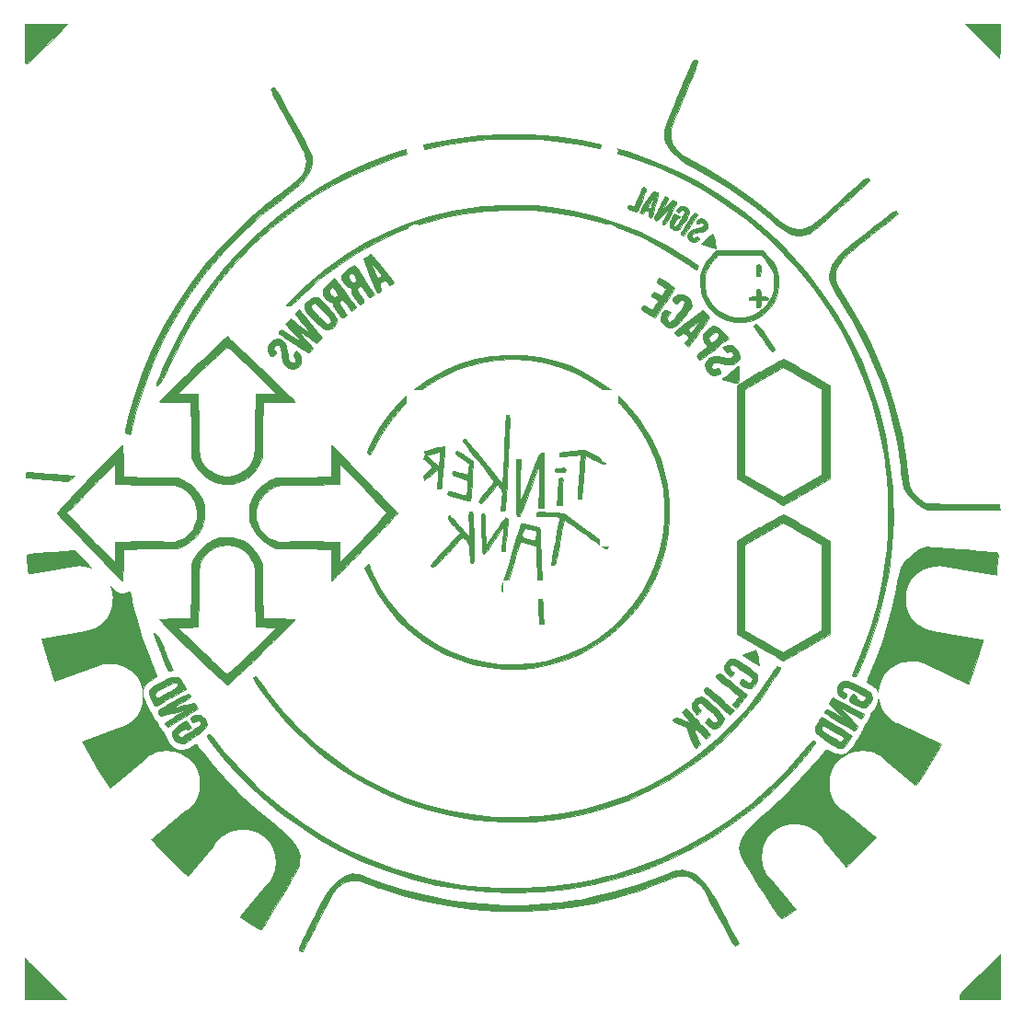
<source format=gbr>
%TF.GenerationSoftware,KiCad,Pcbnew,(5.1.10)-1*%
%TF.CreationDate,2021-06-07T23:37:17+02:00*%
%TF.ProjectId,Frisbee_v01,46726973-6265-4655-9f76-30312e6b6963,rev?*%
%TF.SameCoordinates,Original*%
%TF.FileFunction,Legend,Bot*%
%TF.FilePolarity,Positive*%
%FSLAX46Y46*%
G04 Gerber Fmt 4.6, Leading zero omitted, Abs format (unit mm)*
G04 Created by KiCad (PCBNEW (5.1.10)-1) date 2021-06-07 23:37:17*
%MOMM*%
%LPD*%
G01*
G04 APERTURE LIST*
%ADD10C,0.010000*%
%ADD11C,0.100000*%
%ADD12C,5.000000*%
%ADD13C,1.800000*%
%ADD14R,1.800000X1.800000*%
%ADD15C,6.000000*%
%ADD16O,1.700000X1.700000*%
%ADD17R,1.700000X1.700000*%
%ADD18O,1.800000X1.800000*%
%ADD19O,1.500000X1.500000*%
G04 APERTURE END LIST*
D10*
%TO.C,G\u002A\u002A\u002A*%
G36*
X172534551Y-86984317D02*
G01*
X172471175Y-87038771D01*
X172443492Y-87176286D01*
X172436789Y-87435117D01*
X172436667Y-87525000D01*
X172440378Y-87820835D01*
X172461322Y-87985612D01*
X172514213Y-88057587D01*
X172613763Y-88075016D01*
X172648333Y-88075333D01*
X172762116Y-88065683D01*
X172825492Y-88011229D01*
X172853175Y-87873714D01*
X172859878Y-87614882D01*
X172860000Y-87525000D01*
X172856289Y-87229164D01*
X172835345Y-87064388D01*
X172782454Y-86992413D01*
X172682904Y-86974984D01*
X172648333Y-86974667D01*
X172534551Y-86984317D01*
G37*
X172534551Y-86984317D02*
X172471175Y-87038771D01*
X172443492Y-87176286D01*
X172436789Y-87435117D01*
X172436667Y-87525000D01*
X172440378Y-87820835D01*
X172461322Y-87985612D01*
X172514213Y-88057587D01*
X172613763Y-88075016D01*
X172648333Y-88075333D01*
X172762116Y-88065683D01*
X172825492Y-88011229D01*
X172853175Y-87873714D01*
X172859878Y-87614882D01*
X172860000Y-87525000D01*
X172856289Y-87229164D01*
X172835345Y-87064388D01*
X172782454Y-86992413D01*
X172682904Y-86974984D01*
X172648333Y-86974667D01*
X172534551Y-86984317D01*
G36*
X172511960Y-89279151D02*
G01*
X172451347Y-89366342D01*
X172436742Y-89569840D01*
X172436667Y-89599333D01*
X172436667Y-89938000D01*
X172098000Y-89938000D01*
X171876432Y-89952200D01*
X171778508Y-90009594D01*
X171759333Y-90107333D01*
X171787734Y-90218117D01*
X171902523Y-90267079D01*
X172098000Y-90276667D01*
X172436667Y-90276667D01*
X172436667Y-90615333D01*
X172448220Y-90833530D01*
X172502714Y-90930511D01*
X172629900Y-90953879D01*
X172648333Y-90954000D01*
X172784707Y-90935515D01*
X172845320Y-90848325D01*
X172859925Y-90644826D01*
X172860000Y-90615333D01*
X172860000Y-90276667D01*
X173198667Y-90276667D01*
X173420235Y-90262466D01*
X173518159Y-90205072D01*
X173537333Y-90107333D01*
X173508933Y-89996549D01*
X173394144Y-89947587D01*
X173198667Y-89938000D01*
X172860000Y-89938000D01*
X172860000Y-89599333D01*
X172848447Y-89381136D01*
X172793953Y-89284155D01*
X172666767Y-89260787D01*
X172648333Y-89260667D01*
X172511960Y-89279151D01*
G37*
X172511960Y-89279151D02*
X172451347Y-89366342D01*
X172436742Y-89569840D01*
X172436667Y-89599333D01*
X172436667Y-89938000D01*
X172098000Y-89938000D01*
X171876432Y-89952200D01*
X171778508Y-90009594D01*
X171759333Y-90107333D01*
X171787734Y-90218117D01*
X171902523Y-90267079D01*
X172098000Y-90276667D01*
X172436667Y-90276667D01*
X172436667Y-90615333D01*
X172448220Y-90833530D01*
X172502714Y-90930511D01*
X172629900Y-90953879D01*
X172648333Y-90954000D01*
X172784707Y-90935515D01*
X172845320Y-90848325D01*
X172859925Y-90644826D01*
X172860000Y-90615333D01*
X172860000Y-90276667D01*
X173198667Y-90276667D01*
X173420235Y-90262466D01*
X173518159Y-90205072D01*
X173537333Y-90107333D01*
X173508933Y-89996549D01*
X173394144Y-89947587D01*
X173198667Y-89938000D01*
X172860000Y-89938000D01*
X172860000Y-89599333D01*
X172848447Y-89381136D01*
X172793953Y-89284155D01*
X172666767Y-89260787D01*
X172648333Y-89260667D01*
X172511960Y-89279151D01*
G36*
X193264667Y-66443000D02*
G01*
X193684389Y-66862375D01*
X194063240Y-67239366D01*
X194385296Y-67558254D01*
X194634633Y-67803317D01*
X194795328Y-67958837D01*
X194851309Y-68009333D01*
X194858254Y-67929059D01*
X194864300Y-67705806D01*
X194869075Y-67365929D01*
X194872210Y-66935780D01*
X194873333Y-66443000D01*
X194873333Y-64876667D01*
X191700050Y-64876667D01*
X193264667Y-66443000D01*
G37*
X193264667Y-66443000D02*
X193684389Y-66862375D01*
X194063240Y-67239366D01*
X194385296Y-67558254D01*
X194634633Y-67803317D01*
X194795328Y-67958837D01*
X194851309Y-68009333D01*
X194858254Y-67929059D01*
X194864300Y-67705806D01*
X194869075Y-67365929D01*
X194872210Y-66935780D01*
X194873333Y-66443000D01*
X194873333Y-64876667D01*
X191700050Y-64876667D01*
X193264667Y-66443000D01*
G36*
X105126667Y-66697000D02*
G01*
X105127579Y-67298134D01*
X105131451Y-67750778D01*
X105139988Y-68075768D01*
X105154894Y-68293945D01*
X105177874Y-68426144D01*
X105210632Y-68493205D01*
X105254874Y-68515965D01*
X105275572Y-68517333D01*
X105370738Y-68459351D01*
X105568550Y-68295234D01*
X105853068Y-68039727D01*
X106208355Y-67707574D01*
X106618471Y-67313519D01*
X107067479Y-66872307D01*
X107243333Y-66697000D01*
X109062190Y-64876667D01*
X105126667Y-64876667D01*
X105126667Y-66697000D01*
G37*
X105126667Y-66697000D02*
X105127579Y-67298134D01*
X105131451Y-67750778D01*
X105139988Y-68075768D01*
X105154894Y-68293945D01*
X105177874Y-68426144D01*
X105210632Y-68493205D01*
X105254874Y-68515965D01*
X105275572Y-68517333D01*
X105370738Y-68459351D01*
X105568550Y-68295234D01*
X105853068Y-68039727D01*
X106208355Y-67707574D01*
X106618471Y-67313519D01*
X107067479Y-66872307D01*
X107243333Y-66697000D01*
X109062190Y-64876667D01*
X105126667Y-64876667D01*
X105126667Y-66697000D01*
G36*
X161982875Y-79902326D02*
G01*
X161889989Y-80115479D01*
X161766593Y-80421251D01*
X161642665Y-80743596D01*
X161499836Y-81100672D01*
X161367943Y-81390333D01*
X161262603Y-81580666D01*
X161203677Y-81640667D01*
X161051635Y-81612265D01*
X160892382Y-81560834D01*
X160723943Y-81523910D01*
X160639498Y-81595127D01*
X160630095Y-81617325D01*
X160608870Y-81731998D01*
X160668306Y-81820969D01*
X160837253Y-81907714D01*
X161102763Y-82001956D01*
X161495193Y-82131753D01*
X161598080Y-81907376D01*
X161672177Y-81735706D01*
X161790143Y-81451255D01*
X161933585Y-81098711D01*
X162037506Y-80839845D01*
X162184796Y-80464538D01*
X162273011Y-80214348D01*
X162308398Y-80058166D01*
X162297203Y-79964881D01*
X162245673Y-79903383D01*
X162228216Y-79890057D01*
X162090304Y-79817203D01*
X162031360Y-79814974D01*
X161982875Y-79902326D01*
G37*
X161982875Y-79902326D02*
X161889989Y-80115479D01*
X161766593Y-80421251D01*
X161642665Y-80743596D01*
X161499836Y-81100672D01*
X161367943Y-81390333D01*
X161262603Y-81580666D01*
X161203677Y-81640667D01*
X161051635Y-81612265D01*
X160892382Y-81560834D01*
X160723943Y-81523910D01*
X160639498Y-81595127D01*
X160630095Y-81617325D01*
X160608870Y-81731998D01*
X160668306Y-81820969D01*
X160837253Y-81907714D01*
X161102763Y-82001956D01*
X161495193Y-82131753D01*
X161598080Y-81907376D01*
X161672177Y-81735706D01*
X161790143Y-81451255D01*
X161933585Y-81098711D01*
X162037506Y-80839845D01*
X162184796Y-80464538D01*
X162273011Y-80214348D01*
X162308398Y-80058166D01*
X162297203Y-79964881D01*
X162245673Y-79903383D01*
X162228216Y-79890057D01*
X162090304Y-79817203D01*
X162031360Y-79814974D01*
X161982875Y-79902326D01*
G36*
X162952441Y-80278122D02*
G01*
X162844191Y-80387519D01*
X162699474Y-80585456D01*
X162499951Y-80890302D01*
X162239261Y-81301467D01*
X162007135Y-81671110D01*
X161856287Y-81923652D01*
X161776852Y-82084703D01*
X161758964Y-82179875D01*
X161792757Y-82234778D01*
X161864840Y-82273452D01*
X162032045Y-82312835D01*
X162081048Y-82273985D01*
X162196229Y-82062713D01*
X162353132Y-82002948D01*
X162443812Y-82020972D01*
X162576611Y-82100044D01*
X162604161Y-82254035D01*
X162595383Y-82330880D01*
X162605396Y-82551029D01*
X162704886Y-82659281D01*
X162772463Y-82675775D01*
X162833341Y-82629114D01*
X162898819Y-82495013D01*
X162980198Y-82249188D01*
X163088779Y-81867351D01*
X163110820Y-81786933D01*
X163248729Y-81283076D01*
X163339108Y-80944470D01*
X162991545Y-80944470D01*
X162950310Y-81131786D01*
X162861330Y-81450167D01*
X162784562Y-81688054D01*
X162715743Y-81789201D01*
X162624790Y-81781873D01*
X162552321Y-81740508D01*
X162518715Y-81659991D01*
X162576088Y-81499282D01*
X162733248Y-81234555D01*
X162747481Y-81212637D01*
X162894423Y-80993853D01*
X162974347Y-80901478D01*
X162991545Y-80944470D01*
X163339108Y-80944470D01*
X163346051Y-80918459D01*
X163404949Y-80668475D01*
X163427589Y-80508517D01*
X163416134Y-80413977D01*
X163372748Y-80360249D01*
X163299594Y-80322725D01*
X163241798Y-80297516D01*
X163132904Y-80251487D01*
X163042565Y-80238900D01*
X162952441Y-80278122D01*
G37*
X162952441Y-80278122D02*
X162844191Y-80387519D01*
X162699474Y-80585456D01*
X162499951Y-80890302D01*
X162239261Y-81301467D01*
X162007135Y-81671110D01*
X161856287Y-81923652D01*
X161776852Y-82084703D01*
X161758964Y-82179875D01*
X161792757Y-82234778D01*
X161864840Y-82273452D01*
X162032045Y-82312835D01*
X162081048Y-82273985D01*
X162196229Y-82062713D01*
X162353132Y-82002948D01*
X162443812Y-82020972D01*
X162576611Y-82100044D01*
X162604161Y-82254035D01*
X162595383Y-82330880D01*
X162605396Y-82551029D01*
X162704886Y-82659281D01*
X162772463Y-82675775D01*
X162833341Y-82629114D01*
X162898819Y-82495013D01*
X162980198Y-82249188D01*
X163088779Y-81867351D01*
X163110820Y-81786933D01*
X163248729Y-81283076D01*
X163339108Y-80944470D01*
X162991545Y-80944470D01*
X162950310Y-81131786D01*
X162861330Y-81450167D01*
X162784562Y-81688054D01*
X162715743Y-81789201D01*
X162624790Y-81781873D01*
X162552321Y-81740508D01*
X162518715Y-81659991D01*
X162576088Y-81499282D01*
X162733248Y-81234555D01*
X162747481Y-81212637D01*
X162894423Y-80993853D01*
X162974347Y-80901478D01*
X162991545Y-80944470D01*
X163339108Y-80944470D01*
X163346051Y-80918459D01*
X163404949Y-80668475D01*
X163427589Y-80508517D01*
X163416134Y-80413977D01*
X163372748Y-80360249D01*
X163299594Y-80322725D01*
X163241798Y-80297516D01*
X163132904Y-80251487D01*
X163042565Y-80238900D01*
X162952441Y-80278122D01*
G36*
X164027120Y-80722769D02*
G01*
X163986523Y-80805288D01*
X163885753Y-81010934D01*
X163739009Y-81310706D01*
X163560493Y-81675605D01*
X163517702Y-81763100D01*
X163318807Y-82173452D01*
X163187780Y-82459171D01*
X163116570Y-82646983D01*
X163097129Y-82763618D01*
X163121406Y-82835803D01*
X163178802Y-82888407D01*
X163260642Y-82929321D01*
X163351549Y-82914010D01*
X163477910Y-82824280D01*
X163666113Y-82641934D01*
X163908902Y-82384974D01*
X164483269Y-81767667D01*
X164141968Y-82464287D01*
X163992254Y-82773450D01*
X163875948Y-83020446D01*
X163809753Y-83169466D01*
X163800667Y-83196062D01*
X163866617Y-83263978D01*
X164003039Y-83276882D01*
X164117789Y-83226987D01*
X164120972Y-83223134D01*
X164189576Y-83112392D01*
X164318705Y-82884691D01*
X164490043Y-82572931D01*
X164685272Y-82210012D01*
X164690814Y-82199603D01*
X164894373Y-81813423D01*
X165025637Y-81548320D01*
X165093492Y-81376763D01*
X165106818Y-81271222D01*
X165074501Y-81204166D01*
X165025470Y-81162436D01*
X164868291Y-81071122D01*
X164788028Y-81048000D01*
X164695650Y-81105904D01*
X164523462Y-81259410D01*
X164304877Y-81478208D01*
X164251317Y-81534833D01*
X163795547Y-82021667D01*
X164092881Y-81413044D01*
X164238167Y-81110548D01*
X164314118Y-80925809D01*
X164326999Y-80825066D01*
X164283072Y-80774553D01*
X164216060Y-80749146D01*
X164071781Y-80716624D01*
X164027120Y-80722769D01*
G37*
X164027120Y-80722769D02*
X163986523Y-80805288D01*
X163885753Y-81010934D01*
X163739009Y-81310706D01*
X163560493Y-81675605D01*
X163517702Y-81763100D01*
X163318807Y-82173452D01*
X163187780Y-82459171D01*
X163116570Y-82646983D01*
X163097129Y-82763618D01*
X163121406Y-82835803D01*
X163178802Y-82888407D01*
X163260642Y-82929321D01*
X163351549Y-82914010D01*
X163477910Y-82824280D01*
X163666113Y-82641934D01*
X163908902Y-82384974D01*
X164483269Y-81767667D01*
X164141968Y-82464287D01*
X163992254Y-82773450D01*
X163875948Y-83020446D01*
X163809753Y-83169466D01*
X163800667Y-83196062D01*
X163866617Y-83263978D01*
X164003039Y-83276882D01*
X164117789Y-83226987D01*
X164120972Y-83223134D01*
X164189576Y-83112392D01*
X164318705Y-82884691D01*
X164490043Y-82572931D01*
X164685272Y-82210012D01*
X164690814Y-82199603D01*
X164894373Y-81813423D01*
X165025637Y-81548320D01*
X165093492Y-81376763D01*
X165106818Y-81271222D01*
X165074501Y-81204166D01*
X165025470Y-81162436D01*
X164868291Y-81071122D01*
X164788028Y-81048000D01*
X164695650Y-81105904D01*
X164523462Y-81259410D01*
X164304877Y-81478208D01*
X164251317Y-81534833D01*
X163795547Y-82021667D01*
X164092881Y-81413044D01*
X164238167Y-81110548D01*
X164314118Y-80925809D01*
X164326999Y-80825066D01*
X164283072Y-80774553D01*
X164216060Y-80749146D01*
X164071781Y-80716624D01*
X164027120Y-80722769D01*
G36*
X165319948Y-81698534D02*
G01*
X165240710Y-81785995D01*
X165126067Y-81946111D01*
X165115572Y-82037700D01*
X165203337Y-82120942D01*
X165207635Y-82124092D01*
X165335235Y-82182387D01*
X165455343Y-82120558D01*
X165519862Y-82055746D01*
X165649713Y-81939972D01*
X165744953Y-81948388D01*
X165809925Y-82004972D01*
X165863056Y-82083400D01*
X165861068Y-82187925D01*
X165792907Y-82353425D01*
X165647521Y-82614783D01*
X165580916Y-82727671D01*
X165349126Y-83102973D01*
X165176348Y-83342214D01*
X165046882Y-83461290D01*
X164945029Y-83476101D01*
X164883108Y-83434308D01*
X164840649Y-83288143D01*
X164896024Y-83095749D01*
X165020704Y-82923616D01*
X165133434Y-82850966D01*
X165314632Y-82735001D01*
X165406144Y-82583465D01*
X165408037Y-82564423D01*
X165342969Y-82504044D01*
X165194486Y-82417111D01*
X165035328Y-82342567D01*
X164947728Y-82318000D01*
X164869544Y-82389626D01*
X164760389Y-82570549D01*
X164644066Y-82809836D01*
X164544378Y-83056555D01*
X164485128Y-83259771D01*
X164478000Y-83323109D01*
X164549178Y-83566140D01*
X164729417Y-83744184D01*
X164968770Y-83837672D01*
X165217293Y-83827030D01*
X165424075Y-83693833D01*
X165560268Y-83509908D01*
X165738168Y-83239263D01*
X165929275Y-82929185D01*
X166105088Y-82626958D01*
X166237108Y-82379867D01*
X166291971Y-82253887D01*
X166300284Y-82090024D01*
X166198376Y-81916265D01*
X166099080Y-81809387D01*
X165819848Y-81606143D01*
X165558354Y-81569143D01*
X165319948Y-81698534D01*
G37*
X165319948Y-81698534D02*
X165240710Y-81785995D01*
X165126067Y-81946111D01*
X165115572Y-82037700D01*
X165203337Y-82120942D01*
X165207635Y-82124092D01*
X165335235Y-82182387D01*
X165455343Y-82120558D01*
X165519862Y-82055746D01*
X165649713Y-81939972D01*
X165744953Y-81948388D01*
X165809925Y-82004972D01*
X165863056Y-82083400D01*
X165861068Y-82187925D01*
X165792907Y-82353425D01*
X165647521Y-82614783D01*
X165580916Y-82727671D01*
X165349126Y-83102973D01*
X165176348Y-83342214D01*
X165046882Y-83461290D01*
X164945029Y-83476101D01*
X164883108Y-83434308D01*
X164840649Y-83288143D01*
X164896024Y-83095749D01*
X165020704Y-82923616D01*
X165133434Y-82850966D01*
X165314632Y-82735001D01*
X165406144Y-82583465D01*
X165408037Y-82564423D01*
X165342969Y-82504044D01*
X165194486Y-82417111D01*
X165035328Y-82342567D01*
X164947728Y-82318000D01*
X164869544Y-82389626D01*
X164760389Y-82570549D01*
X164644066Y-82809836D01*
X164544378Y-83056555D01*
X164485128Y-83259771D01*
X164478000Y-83323109D01*
X164549178Y-83566140D01*
X164729417Y-83744184D01*
X164968770Y-83837672D01*
X165217293Y-83827030D01*
X165424075Y-83693833D01*
X165560268Y-83509908D01*
X165738168Y-83239263D01*
X165929275Y-82929185D01*
X166105088Y-82626958D01*
X166237108Y-82379867D01*
X166291971Y-82253887D01*
X166300284Y-82090024D01*
X166198376Y-81916265D01*
X166099080Y-81809387D01*
X165819848Y-81606143D01*
X165558354Y-81569143D01*
X165319948Y-81698534D01*
G36*
X166698344Y-82278006D02*
G01*
X166573722Y-82420277D01*
X166396573Y-82674478D01*
X166252548Y-82896007D01*
X165961258Y-83351240D01*
X165751508Y-83684985D01*
X165613078Y-83918070D01*
X165535747Y-84071321D01*
X165509295Y-84165567D01*
X165523500Y-84221634D01*
X165568143Y-84260351D01*
X165579464Y-84267617D01*
X165709223Y-84336024D01*
X165748000Y-84346630D01*
X165807715Y-84279749D01*
X165941250Y-84097240D01*
X166130048Y-83825391D01*
X166355550Y-83490492D01*
X166404167Y-83417132D01*
X166632749Y-83065434D01*
X166822709Y-82762001D01*
X166956458Y-82535771D01*
X167016404Y-82415677D01*
X167018000Y-82407413D01*
X166952994Y-82303929D01*
X166870819Y-82244047D01*
X166790643Y-82226364D01*
X166698344Y-82278006D01*
G37*
X166698344Y-82278006D02*
X166573722Y-82420277D01*
X166396573Y-82674478D01*
X166252548Y-82896007D01*
X165961258Y-83351240D01*
X165751508Y-83684985D01*
X165613078Y-83918070D01*
X165535747Y-84071321D01*
X165509295Y-84165567D01*
X165523500Y-84221634D01*
X165568143Y-84260351D01*
X165579464Y-84267617D01*
X165709223Y-84336024D01*
X165748000Y-84346630D01*
X165807715Y-84279749D01*
X165941250Y-84097240D01*
X166130048Y-83825391D01*
X166355550Y-83490492D01*
X166404167Y-83417132D01*
X166632749Y-83065434D01*
X166822709Y-82762001D01*
X166956458Y-82535771D01*
X167016404Y-82415677D01*
X167018000Y-82407413D01*
X166952994Y-82303929D01*
X166870819Y-82244047D01*
X166790643Y-82226364D01*
X166698344Y-82278006D01*
G36*
X166713582Y-68173191D02*
G01*
X166654323Y-68239829D01*
X166579788Y-68357375D01*
X166484962Y-68536934D01*
X166364829Y-68789613D01*
X166214374Y-69126515D01*
X166028581Y-69558748D01*
X165802436Y-70097416D01*
X165530922Y-70753625D01*
X165209025Y-71538481D01*
X164831729Y-72463088D01*
X164593989Y-73047000D01*
X164342512Y-73678432D01*
X164158529Y-74182492D01*
X164038408Y-74585478D01*
X163978513Y-74913685D01*
X163975212Y-75193413D01*
X164024868Y-75450958D01*
X164123849Y-75712618D01*
X164202833Y-75877437D01*
X164602199Y-76487726D01*
X165165165Y-77058835D01*
X165890294Y-77589490D01*
X166565616Y-77973510D01*
X167753494Y-78610759D01*
X168901824Y-79286742D01*
X170036615Y-80019323D01*
X171183875Y-80826363D01*
X172369610Y-81725726D01*
X173619829Y-82735276D01*
X174172333Y-83198070D01*
X174769707Y-83667900D01*
X175298258Y-84002758D01*
X175778855Y-84211301D01*
X176232367Y-84302186D01*
X176679666Y-84284070D01*
X176757873Y-84270527D01*
X176939145Y-84232532D01*
X177107641Y-84185512D01*
X177276204Y-84119635D01*
X177457678Y-84025070D01*
X177664907Y-83891986D01*
X177910733Y-83710552D01*
X178208001Y-83470936D01*
X178569552Y-83163307D01*
X179008232Y-82777834D01*
X179536884Y-82304685D01*
X180168350Y-81734031D01*
X180691232Y-81259667D01*
X181154322Y-80839584D01*
X181590893Y-80444247D01*
X181980777Y-80091865D01*
X182303808Y-79800645D01*
X182539821Y-79588795D01*
X182660957Y-79481221D01*
X182835379Y-79322512D01*
X182896233Y-79226525D01*
X182857752Y-79144896D01*
X182781333Y-79072209D01*
X182732815Y-79033870D01*
X182678828Y-79016557D01*
X182606122Y-79030535D01*
X182501447Y-79086071D01*
X182351551Y-79193430D01*
X182143186Y-79362878D01*
X181863101Y-79604679D01*
X181498046Y-79929101D01*
X181034770Y-80346408D01*
X180460024Y-80866866D01*
X180431204Y-80892988D01*
X179751003Y-81508083D01*
X179181569Y-82018830D01*
X178709379Y-82435880D01*
X178320908Y-82769884D01*
X178002632Y-83031495D01*
X177741026Y-83231364D01*
X177522566Y-83380143D01*
X177333726Y-83488483D01*
X177160983Y-83567036D01*
X176990813Y-83626454D01*
X176941951Y-83641064D01*
X176573702Y-83722973D01*
X176226101Y-83738371D01*
X175877744Y-83678146D01*
X175507228Y-83533186D01*
X175093148Y-83294381D01*
X174614101Y-82952621D01*
X174048684Y-82498792D01*
X173833667Y-82317940D01*
X171912489Y-80780817D01*
X169943519Y-79387584D01*
X167939911Y-78147044D01*
X166210794Y-77214876D01*
X165610033Y-76842541D01*
X165133675Y-76398679D01*
X164793799Y-75899701D01*
X164602480Y-75362015D01*
X164563401Y-74976539D01*
X164575724Y-74742517D01*
X164618862Y-74497922D01*
X164703147Y-74207116D01*
X164838909Y-73834460D01*
X165036482Y-73344316D01*
X165036889Y-73343333D01*
X165235316Y-72863253D01*
X165438801Y-72370367D01*
X165625094Y-71918606D01*
X165771944Y-71561896D01*
X165787930Y-71523000D01*
X165922015Y-71197632D01*
X166101109Y-70764433D01*
X166305138Y-70271898D01*
X166514022Y-69768519D01*
X166590063Y-69585520D01*
X166762687Y-69156711D01*
X166902688Y-68782473D01*
X167000587Y-68490411D01*
X167046901Y-68308132D01*
X167044787Y-68261536D01*
X166911278Y-68186171D01*
X166806333Y-68148216D01*
X166762580Y-68146355D01*
X166713582Y-68173191D01*
G37*
X166713582Y-68173191D02*
X166654323Y-68239829D01*
X166579788Y-68357375D01*
X166484962Y-68536934D01*
X166364829Y-68789613D01*
X166214374Y-69126515D01*
X166028581Y-69558748D01*
X165802436Y-70097416D01*
X165530922Y-70753625D01*
X165209025Y-71538481D01*
X164831729Y-72463088D01*
X164593989Y-73047000D01*
X164342512Y-73678432D01*
X164158529Y-74182492D01*
X164038408Y-74585478D01*
X163978513Y-74913685D01*
X163975212Y-75193413D01*
X164024868Y-75450958D01*
X164123849Y-75712618D01*
X164202833Y-75877437D01*
X164602199Y-76487726D01*
X165165165Y-77058835D01*
X165890294Y-77589490D01*
X166565616Y-77973510D01*
X167753494Y-78610759D01*
X168901824Y-79286742D01*
X170036615Y-80019323D01*
X171183875Y-80826363D01*
X172369610Y-81725726D01*
X173619829Y-82735276D01*
X174172333Y-83198070D01*
X174769707Y-83667900D01*
X175298258Y-84002758D01*
X175778855Y-84211301D01*
X176232367Y-84302186D01*
X176679666Y-84284070D01*
X176757873Y-84270527D01*
X176939145Y-84232532D01*
X177107641Y-84185512D01*
X177276204Y-84119635D01*
X177457678Y-84025070D01*
X177664907Y-83891986D01*
X177910733Y-83710552D01*
X178208001Y-83470936D01*
X178569552Y-83163307D01*
X179008232Y-82777834D01*
X179536884Y-82304685D01*
X180168350Y-81734031D01*
X180691232Y-81259667D01*
X181154322Y-80839584D01*
X181590893Y-80444247D01*
X181980777Y-80091865D01*
X182303808Y-79800645D01*
X182539821Y-79588795D01*
X182660957Y-79481221D01*
X182835379Y-79322512D01*
X182896233Y-79226525D01*
X182857752Y-79144896D01*
X182781333Y-79072209D01*
X182732815Y-79033870D01*
X182678828Y-79016557D01*
X182606122Y-79030535D01*
X182501447Y-79086071D01*
X182351551Y-79193430D01*
X182143186Y-79362878D01*
X181863101Y-79604679D01*
X181498046Y-79929101D01*
X181034770Y-80346408D01*
X180460024Y-80866866D01*
X180431204Y-80892988D01*
X179751003Y-81508083D01*
X179181569Y-82018830D01*
X178709379Y-82435880D01*
X178320908Y-82769884D01*
X178002632Y-83031495D01*
X177741026Y-83231364D01*
X177522566Y-83380143D01*
X177333726Y-83488483D01*
X177160983Y-83567036D01*
X176990813Y-83626454D01*
X176941951Y-83641064D01*
X176573702Y-83722973D01*
X176226101Y-83738371D01*
X175877744Y-83678146D01*
X175507228Y-83533186D01*
X175093148Y-83294381D01*
X174614101Y-82952621D01*
X174048684Y-82498792D01*
X173833667Y-82317940D01*
X171912489Y-80780817D01*
X169943519Y-79387584D01*
X167939911Y-78147044D01*
X166210794Y-77214876D01*
X165610033Y-76842541D01*
X165133675Y-76398679D01*
X164793799Y-75899701D01*
X164602480Y-75362015D01*
X164563401Y-74976539D01*
X164575724Y-74742517D01*
X164618862Y-74497922D01*
X164703147Y-74207116D01*
X164838909Y-73834460D01*
X165036482Y-73344316D01*
X165036889Y-73343333D01*
X165235316Y-72863253D01*
X165438801Y-72370367D01*
X165625094Y-71918606D01*
X165771944Y-71561896D01*
X165787930Y-71523000D01*
X165922015Y-71197632D01*
X166101109Y-70764433D01*
X166305138Y-70271898D01*
X166514022Y-69768519D01*
X166590063Y-69585520D01*
X166762687Y-69156711D01*
X166902688Y-68782473D01*
X167000587Y-68490411D01*
X167046901Y-68308132D01*
X167044787Y-68261536D01*
X166911278Y-68186171D01*
X166806333Y-68148216D01*
X166762580Y-68146355D01*
X166713582Y-68173191D01*
G36*
X167240008Y-82792130D02*
G01*
X167056096Y-82912057D01*
X166943461Y-83052421D01*
X166933333Y-83098775D01*
X167002003Y-83177007D01*
X167152574Y-83205329D01*
X167301892Y-83171643D01*
X167325065Y-83155760D01*
X167462470Y-83104610D01*
X167563301Y-83160490D01*
X167657081Y-83304407D01*
X167586465Y-83439220D01*
X167356290Y-83561682D01*
X166971392Y-83668546D01*
X166742193Y-83711827D01*
X166426876Y-83840777D01*
X166221284Y-84086590D01*
X166150167Y-84409674D01*
X166222695Y-84656960D01*
X166407361Y-84835425D01*
X166654787Y-84927108D01*
X166915598Y-84914049D01*
X167140416Y-84778287D01*
X167146219Y-84771987D01*
X167249478Y-84641782D01*
X167234243Y-84560299D01*
X167141004Y-84484548D01*
X167005447Y-84412270D01*
X166911846Y-84464969D01*
X166884907Y-84499651D01*
X166747062Y-84582287D01*
X166597467Y-84552462D01*
X166512527Y-84430528D01*
X166510000Y-84399791D01*
X166585954Y-84239507D01*
X166779215Y-84103349D01*
X167037882Y-84021956D01*
X167168044Y-84011333D01*
X167468083Y-83967104D01*
X167745020Y-83853394D01*
X167938687Y-83698666D01*
X167981407Y-83626540D01*
X168022717Y-83323265D01*
X167933391Y-83045795D01*
X167740759Y-82837833D01*
X167472150Y-82743081D01*
X167427832Y-82741333D01*
X167240008Y-82792130D01*
G37*
X167240008Y-82792130D02*
X167056096Y-82912057D01*
X166943461Y-83052421D01*
X166933333Y-83098775D01*
X167002003Y-83177007D01*
X167152574Y-83205329D01*
X167301892Y-83171643D01*
X167325065Y-83155760D01*
X167462470Y-83104610D01*
X167563301Y-83160490D01*
X167657081Y-83304407D01*
X167586465Y-83439220D01*
X167356290Y-83561682D01*
X166971392Y-83668546D01*
X166742193Y-83711827D01*
X166426876Y-83840777D01*
X166221284Y-84086590D01*
X166150167Y-84409674D01*
X166222695Y-84656960D01*
X166407361Y-84835425D01*
X166654787Y-84927108D01*
X166915598Y-84914049D01*
X167140416Y-84778287D01*
X167146219Y-84771987D01*
X167249478Y-84641782D01*
X167234243Y-84560299D01*
X167141004Y-84484548D01*
X167005447Y-84412270D01*
X166911846Y-84464969D01*
X166884907Y-84499651D01*
X166747062Y-84582287D01*
X166597467Y-84552462D01*
X166512527Y-84430528D01*
X166510000Y-84399791D01*
X166585954Y-84239507D01*
X166779215Y-84103349D01*
X167037882Y-84021956D01*
X167168044Y-84011333D01*
X167468083Y-83967104D01*
X167745020Y-83853394D01*
X167938687Y-83698666D01*
X167981407Y-83626540D01*
X168022717Y-83323265D01*
X167933391Y-83045795D01*
X167740759Y-82837833D01*
X167472150Y-82743081D01*
X167427832Y-82741333D01*
X167240008Y-82792130D01*
G36*
X168366682Y-84172240D02*
G01*
X168209905Y-84309728D01*
X167994323Y-84516615D01*
X167910763Y-84600197D01*
X167416209Y-85099966D01*
X167873271Y-85229413D01*
X168173903Y-85312664D01*
X168441763Y-85383685D01*
X168553109Y-85411418D01*
X168775884Y-85463975D01*
X168620599Y-84812200D01*
X168544204Y-84502836D01*
X168480308Y-84264595D01*
X168440257Y-84139225D01*
X168435316Y-84130427D01*
X168366682Y-84172240D01*
G37*
X168366682Y-84172240D02*
X168209905Y-84309728D01*
X167994323Y-84516615D01*
X167910763Y-84600197D01*
X167416209Y-85099966D01*
X167873271Y-85229413D01*
X168173903Y-85312664D01*
X168441763Y-85383685D01*
X168553109Y-85411418D01*
X168775884Y-85463975D01*
X168620599Y-84812200D01*
X168544204Y-84502836D01*
X168480308Y-84264595D01*
X168440257Y-84139225D01*
X168435316Y-84130427D01*
X168366682Y-84172240D01*
G36*
X136651667Y-86257014D02*
G01*
X136299713Y-86466894D01*
X136749414Y-87630947D01*
X137020021Y-88324734D01*
X137236016Y-88863500D01*
X137399345Y-89251832D01*
X137511952Y-89494318D01*
X137575783Y-89595547D01*
X137583945Y-89599333D01*
X137668535Y-89551910D01*
X137801992Y-89451167D01*
X137918484Y-89332261D01*
X137937298Y-89201984D01*
X137883738Y-89016309D01*
X137827920Y-88814476D01*
X137858772Y-88690526D01*
X137986200Y-88573691D01*
X138188636Y-88444527D01*
X138333224Y-88447474D01*
X138475112Y-88592136D01*
X138527667Y-88668000D01*
X138657165Y-88849555D01*
X138751861Y-88904410D01*
X138871163Y-88846571D01*
X138968597Y-88771951D01*
X139155528Y-88625667D01*
X138653966Y-88006331D01*
X137936588Y-88006331D01*
X137909669Y-88077617D01*
X137849979Y-88128396D01*
X137702416Y-88219942D01*
X137632922Y-88244667D01*
X137576640Y-88171861D01*
X137477495Y-87978018D01*
X137353796Y-87699999D01*
X137310482Y-87595510D01*
X137192846Y-87294306D01*
X137110421Y-87058976D01*
X137076377Y-86928119D01*
X137078066Y-86914379D01*
X137141098Y-86961049D01*
X137281899Y-87113081D01*
X137474644Y-87341887D01*
X137559515Y-87447264D01*
X137774901Y-87722552D01*
X137896129Y-87898442D01*
X137936588Y-88006331D01*
X138653966Y-88006331D01*
X138264164Y-87525000D01*
X137952671Y-87142681D01*
X137665287Y-86794216D01*
X137424437Y-86506478D01*
X137252547Y-86306338D01*
X137188210Y-86235734D01*
X137003620Y-86047135D01*
X136651667Y-86257014D01*
G37*
X136651667Y-86257014D02*
X136299713Y-86466894D01*
X136749414Y-87630947D01*
X137020021Y-88324734D01*
X137236016Y-88863500D01*
X137399345Y-89251832D01*
X137511952Y-89494318D01*
X137575783Y-89595547D01*
X137583945Y-89599333D01*
X137668535Y-89551910D01*
X137801992Y-89451167D01*
X137918484Y-89332261D01*
X137937298Y-89201984D01*
X137883738Y-89016309D01*
X137827920Y-88814476D01*
X137858772Y-88690526D01*
X137986200Y-88573691D01*
X138188636Y-88444527D01*
X138333224Y-88447474D01*
X138475112Y-88592136D01*
X138527667Y-88668000D01*
X138657165Y-88849555D01*
X138751861Y-88904410D01*
X138871163Y-88846571D01*
X138968597Y-88771951D01*
X139155528Y-88625667D01*
X138653966Y-88006331D01*
X137936588Y-88006331D01*
X137909669Y-88077617D01*
X137849979Y-88128396D01*
X137702416Y-88219942D01*
X137632922Y-88244667D01*
X137576640Y-88171861D01*
X137477495Y-87978018D01*
X137353796Y-87699999D01*
X137310482Y-87595510D01*
X137192846Y-87294306D01*
X137110421Y-87058976D01*
X137076377Y-86928119D01*
X137078066Y-86914379D01*
X137141098Y-86961049D01*
X137281899Y-87113081D01*
X137474644Y-87341887D01*
X137559515Y-87447264D01*
X137774901Y-87722552D01*
X137896129Y-87898442D01*
X137936588Y-88006331D01*
X138653966Y-88006331D01*
X138264164Y-87525000D01*
X137952671Y-87142681D01*
X137665287Y-86794216D01*
X137424437Y-86506478D01*
X137252547Y-86306338D01*
X137188210Y-86235734D01*
X137003620Y-86047135D01*
X136651667Y-86257014D01*
G36*
X135353622Y-87077363D02*
G01*
X135137725Y-87207456D01*
X135017031Y-87290652D01*
X134629577Y-87592195D01*
X134390299Y-87852433D01*
X134287787Y-88086692D01*
X134295203Y-88260320D01*
X134401713Y-88504687D01*
X134579482Y-88753410D01*
X134786617Y-88960234D01*
X134981225Y-89078902D01*
X135047834Y-89091333D01*
X135182732Y-89119001D01*
X135214671Y-89235456D01*
X135205371Y-89324167D01*
X135241546Y-89567518D01*
X135408115Y-89903872D01*
X135707131Y-90337060D01*
X135838662Y-90506242D01*
X135952515Y-90631018D01*
X136048258Y-90636154D01*
X136190344Y-90539026D01*
X136290174Y-90458008D01*
X136336084Y-90381652D01*
X136319064Y-90276997D01*
X136230106Y-90111080D01*
X136060200Y-89850939D01*
X135962608Y-89705763D01*
X135802807Y-89461586D01*
X135728590Y-89312038D01*
X135729397Y-89212358D01*
X135794668Y-89117783D01*
X135817794Y-89091930D01*
X135952289Y-88965861D01*
X136033178Y-88922000D01*
X136105308Y-88987964D01*
X136240878Y-89162735D01*
X136413411Y-89411633D01*
X136453333Y-89472333D01*
X136630915Y-89732867D01*
X136778016Y-89926777D01*
X136867896Y-90019348D01*
X136877232Y-90022667D01*
X136984789Y-89974100D01*
X137123444Y-89874500D01*
X137304313Y-89726333D01*
X136527658Y-88517274D01*
X135696492Y-88517274D01*
X135678290Y-88556716D01*
X135501409Y-88660732D01*
X135293871Y-88614285D01*
X135104812Y-88444915D01*
X134954746Y-88178968D01*
X134958552Y-87964790D01*
X135105918Y-87817452D01*
X135249848Y-87754894D01*
X135304532Y-87750973D01*
X135533286Y-88075072D01*
X135667714Y-88338643D01*
X135696492Y-88517274D01*
X136527658Y-88517274D01*
X136488511Y-88456333D01*
X136218565Y-88038805D01*
X135974657Y-87666625D01*
X135773632Y-87365093D01*
X135632331Y-87159511D01*
X135571650Y-87078985D01*
X135487189Y-87038766D01*
X135353622Y-87077363D01*
G37*
X135353622Y-87077363D02*
X135137725Y-87207456D01*
X135017031Y-87290652D01*
X134629577Y-87592195D01*
X134390299Y-87852433D01*
X134287787Y-88086692D01*
X134295203Y-88260320D01*
X134401713Y-88504687D01*
X134579482Y-88753410D01*
X134786617Y-88960234D01*
X134981225Y-89078902D01*
X135047834Y-89091333D01*
X135182732Y-89119001D01*
X135214671Y-89235456D01*
X135205371Y-89324167D01*
X135241546Y-89567518D01*
X135408115Y-89903872D01*
X135707131Y-90337060D01*
X135838662Y-90506242D01*
X135952515Y-90631018D01*
X136048258Y-90636154D01*
X136190344Y-90539026D01*
X136290174Y-90458008D01*
X136336084Y-90381652D01*
X136319064Y-90276997D01*
X136230106Y-90111080D01*
X136060200Y-89850939D01*
X135962608Y-89705763D01*
X135802807Y-89461586D01*
X135728590Y-89312038D01*
X135729397Y-89212358D01*
X135794668Y-89117783D01*
X135817794Y-89091930D01*
X135952289Y-88965861D01*
X136033178Y-88922000D01*
X136105308Y-88987964D01*
X136240878Y-89162735D01*
X136413411Y-89411633D01*
X136453333Y-89472333D01*
X136630915Y-89732867D01*
X136778016Y-89926777D01*
X136867896Y-90019348D01*
X136877232Y-90022667D01*
X136984789Y-89974100D01*
X137123444Y-89874500D01*
X137304313Y-89726333D01*
X136527658Y-88517274D01*
X135696492Y-88517274D01*
X135678290Y-88556716D01*
X135501409Y-88660732D01*
X135293871Y-88614285D01*
X135104812Y-88444915D01*
X134954746Y-88178968D01*
X134958552Y-87964790D01*
X135105918Y-87817452D01*
X135249848Y-87754894D01*
X135304532Y-87750973D01*
X135533286Y-88075072D01*
X135667714Y-88338643D01*
X135696492Y-88517274D01*
X136527658Y-88517274D01*
X136488511Y-88456333D01*
X136218565Y-88038805D01*
X135974657Y-87666625D01*
X135773632Y-87365093D01*
X135632331Y-87159511D01*
X135571650Y-87078985D01*
X135487189Y-87038766D01*
X135353622Y-87077363D01*
G36*
X149597234Y-81520311D02*
G01*
X148730867Y-81537473D01*
X147925922Y-81570332D01*
X147220589Y-81618890D01*
X146750368Y-81669483D01*
X144517275Y-82043258D01*
X142373982Y-82559735D01*
X140315413Y-83221359D01*
X138336491Y-84030574D01*
X136432141Y-84989824D01*
X134597286Y-86101554D01*
X132826849Y-87368209D01*
X131115755Y-88792232D01*
X130205051Y-89636730D01*
X129884024Y-89950526D01*
X129603882Y-90233763D01*
X129389328Y-90460764D01*
X129265063Y-90605851D01*
X129247981Y-90631564D01*
X129213522Y-90740717D01*
X129297540Y-90778833D01*
X129401855Y-90780880D01*
X129522646Y-90752374D01*
X129682993Y-90660610D01*
X129901368Y-90491061D01*
X130196241Y-90229197D01*
X130586085Y-89860489D01*
X130648257Y-89800518D01*
X132291545Y-88326246D01*
X134016722Y-86999271D01*
X135820601Y-85821205D01*
X137699993Y-84793661D01*
X139651712Y-83918250D01*
X141672570Y-83196585D01*
X143759378Y-82630278D01*
X145512667Y-82283770D01*
X147636678Y-82014764D01*
X149764849Y-81907711D01*
X151886392Y-81960147D01*
X153990517Y-82169610D01*
X156066438Y-82533639D01*
X158103364Y-83049770D01*
X160090508Y-83715542D01*
X162017081Y-84528492D01*
X163872295Y-85486157D01*
X165645361Y-86586076D01*
X166267706Y-87020884D01*
X166593014Y-87252634D01*
X166807857Y-87394619D01*
X166937656Y-87458112D01*
X167007831Y-87454387D01*
X167043803Y-87394716D01*
X167051491Y-87368464D01*
X167091193Y-87199404D01*
X167101511Y-87130063D01*
X167033661Y-87058656D01*
X166844351Y-86914332D01*
X166556786Y-86712186D01*
X166194168Y-86467313D01*
X165779702Y-86194809D01*
X165336592Y-85909768D01*
X164888041Y-85627286D01*
X164457254Y-85362458D01*
X164067434Y-85130379D01*
X163758333Y-84955161D01*
X161820250Y-83991859D01*
X159808828Y-83179737D01*
X157722132Y-82518174D01*
X155558224Y-82006547D01*
X153513667Y-81669865D01*
X152913073Y-81608579D01*
X152182941Y-81562979D01*
X151361463Y-81533066D01*
X150486830Y-81518842D01*
X149597234Y-81520311D01*
G37*
X149597234Y-81520311D02*
X148730867Y-81537473D01*
X147925922Y-81570332D01*
X147220589Y-81618890D01*
X146750368Y-81669483D01*
X144517275Y-82043258D01*
X142373982Y-82559735D01*
X140315413Y-83221359D01*
X138336491Y-84030574D01*
X136432141Y-84989824D01*
X134597286Y-86101554D01*
X132826849Y-87368209D01*
X131115755Y-88792232D01*
X130205051Y-89636730D01*
X129884024Y-89950526D01*
X129603882Y-90233763D01*
X129389328Y-90460764D01*
X129265063Y-90605851D01*
X129247981Y-90631564D01*
X129213522Y-90740717D01*
X129297540Y-90778833D01*
X129401855Y-90780880D01*
X129522646Y-90752374D01*
X129682993Y-90660610D01*
X129901368Y-90491061D01*
X130196241Y-90229197D01*
X130586085Y-89860489D01*
X130648257Y-89800518D01*
X132291545Y-88326246D01*
X134016722Y-86999271D01*
X135820601Y-85821205D01*
X137699993Y-84793661D01*
X139651712Y-83918250D01*
X141672570Y-83196585D01*
X143759378Y-82630278D01*
X145512667Y-82283770D01*
X147636678Y-82014764D01*
X149764849Y-81907711D01*
X151886392Y-81960147D01*
X153990517Y-82169610D01*
X156066438Y-82533639D01*
X158103364Y-83049770D01*
X160090508Y-83715542D01*
X162017081Y-84528492D01*
X163872295Y-85486157D01*
X165645361Y-86586076D01*
X166267706Y-87020884D01*
X166593014Y-87252634D01*
X166807857Y-87394619D01*
X166937656Y-87458112D01*
X167007831Y-87454387D01*
X167043803Y-87394716D01*
X167051491Y-87368464D01*
X167091193Y-87199404D01*
X167101511Y-87130063D01*
X167033661Y-87058656D01*
X166844351Y-86914332D01*
X166556786Y-86712186D01*
X166194168Y-86467313D01*
X165779702Y-86194809D01*
X165336592Y-85909768D01*
X164888041Y-85627286D01*
X164457254Y-85362458D01*
X164067434Y-85130379D01*
X163758333Y-84955161D01*
X161820250Y-83991859D01*
X159808828Y-83179737D01*
X157722132Y-82518174D01*
X155558224Y-82006547D01*
X153513667Y-81669865D01*
X152913073Y-81608579D01*
X152182941Y-81562979D01*
X151361463Y-81533066D01*
X150486830Y-81518842D01*
X149597234Y-81520311D01*
G36*
X163482041Y-88246131D02*
G01*
X163429308Y-88307140D01*
X163403600Y-88352142D01*
X163328749Y-88496537D01*
X163320107Y-88594717D01*
X163400716Y-88685593D01*
X163593620Y-88808076D01*
X163716000Y-88879667D01*
X163944187Y-89022786D01*
X164097883Y-89138043D01*
X164139333Y-89188947D01*
X164100366Y-89295504D01*
X164006506Y-89473255D01*
X163892315Y-89663886D01*
X163792355Y-89809078D01*
X163745578Y-89853333D01*
X163655387Y-89815439D01*
X163471427Y-89719578D01*
X163368906Y-89662833D01*
X163159491Y-89550274D01*
X163042652Y-89518900D01*
X162964085Y-89565633D01*
X162907632Y-89636682D01*
X162815448Y-89774062D01*
X162811087Y-89869095D01*
X162915099Y-89964359D01*
X163126443Y-90090109D01*
X163330853Y-90212916D01*
X163411609Y-90301466D01*
X163392112Y-90405458D01*
X163328403Y-90519035D01*
X163175960Y-90758987D01*
X163042171Y-90949355D01*
X162894451Y-91145191D01*
X162489398Y-90907814D01*
X162255662Y-90775798D01*
X162120540Y-90724802D01*
X162037998Y-90747802D01*
X161968839Y-90828401D01*
X161878168Y-90970802D01*
X161853763Y-91033682D01*
X161920702Y-91096796D01*
X162099353Y-91225471D01*
X162357085Y-91396736D01*
X162488127Y-91480292D01*
X163122062Y-91879585D01*
X164032864Y-90564832D01*
X164318568Y-90148125D01*
X164567566Y-89776757D01*
X164764789Y-89473880D01*
X164895169Y-89262645D01*
X164943635Y-89166206D01*
X164943667Y-89165450D01*
X164876595Y-89086946D01*
X164695813Y-88943140D01*
X164431968Y-88757243D01*
X164226100Y-88622052D01*
X163900584Y-88415542D01*
X163687913Y-88290564D01*
X163558321Y-88237350D01*
X163482041Y-88246131D01*
G37*
X163482041Y-88246131D02*
X163429308Y-88307140D01*
X163403600Y-88352142D01*
X163328749Y-88496537D01*
X163320107Y-88594717D01*
X163400716Y-88685593D01*
X163593620Y-88808076D01*
X163716000Y-88879667D01*
X163944187Y-89022786D01*
X164097883Y-89138043D01*
X164139333Y-89188947D01*
X164100366Y-89295504D01*
X164006506Y-89473255D01*
X163892315Y-89663886D01*
X163792355Y-89809078D01*
X163745578Y-89853333D01*
X163655387Y-89815439D01*
X163471427Y-89719578D01*
X163368906Y-89662833D01*
X163159491Y-89550274D01*
X163042652Y-89518900D01*
X162964085Y-89565633D01*
X162907632Y-89636682D01*
X162815448Y-89774062D01*
X162811087Y-89869095D01*
X162915099Y-89964359D01*
X163126443Y-90090109D01*
X163330853Y-90212916D01*
X163411609Y-90301466D01*
X163392112Y-90405458D01*
X163328403Y-90519035D01*
X163175960Y-90758987D01*
X163042171Y-90949355D01*
X162894451Y-91145191D01*
X162489398Y-90907814D01*
X162255662Y-90775798D01*
X162120540Y-90724802D01*
X162037998Y-90747802D01*
X161968839Y-90828401D01*
X161878168Y-90970802D01*
X161853763Y-91033682D01*
X161920702Y-91096796D01*
X162099353Y-91225471D01*
X162357085Y-91396736D01*
X162488127Y-91480292D01*
X163122062Y-91879585D01*
X164032864Y-90564832D01*
X164318568Y-90148125D01*
X164567566Y-89776757D01*
X164764789Y-89473880D01*
X164895169Y-89262645D01*
X164943635Y-89166206D01*
X164943667Y-89165450D01*
X164876595Y-89086946D01*
X164695813Y-88943140D01*
X164431968Y-88757243D01*
X164226100Y-88622052D01*
X163900584Y-88415542D01*
X163687913Y-88290564D01*
X163558321Y-88237350D01*
X163482041Y-88246131D01*
G36*
X133417156Y-88427373D02*
G01*
X133065569Y-88738277D01*
X132824611Y-88967265D01*
X132673935Y-89139748D01*
X132593193Y-89281136D01*
X132562038Y-89416840D01*
X132558667Y-89499477D01*
X132593969Y-89721047D01*
X132720098Y-89934043D01*
X132887373Y-90117294D01*
X133103049Y-90302175D01*
X133301273Y-90421411D01*
X133392715Y-90446000D01*
X133522484Y-90486111D01*
X133523157Y-90566384D01*
X133519054Y-90713086D01*
X133608011Y-90920989D01*
X133800717Y-91209764D01*
X134037998Y-91513750D01*
X134228458Y-91743026D01*
X134349672Y-91859494D01*
X134438304Y-91882467D01*
X134531020Y-91831260D01*
X134574773Y-91796512D01*
X134709941Y-91664096D01*
X134759100Y-91575428D01*
X134709497Y-91476820D01*
X134581033Y-91290095D01*
X134421333Y-91081000D01*
X134201636Y-90777724D01*
X134102023Y-90558013D01*
X134115461Y-90393565D01*
X134219364Y-90268618D01*
X134288076Y-90220035D01*
X134355108Y-90214674D01*
X134442870Y-90271348D01*
X134573774Y-90408872D01*
X134770228Y-90646061D01*
X134977811Y-90905367D01*
X135237954Y-91231590D01*
X135466124Y-91082087D01*
X135618111Y-90943136D01*
X135622452Y-90837459D01*
X135550255Y-90742364D01*
X135393042Y-90535591D01*
X135168357Y-90240206D01*
X134893744Y-89879271D01*
X134762377Y-89706643D01*
X133979424Y-89706643D01*
X133962511Y-89801831D01*
X133863072Y-89894701D01*
X133849833Y-89904807D01*
X133725342Y-89991444D01*
X133633147Y-89999331D01*
X133515314Y-89914690D01*
X133388800Y-89795159D01*
X133198534Y-89557268D01*
X133167982Y-89350632D01*
X133294854Y-89157231D01*
X133306358Y-89146616D01*
X133405681Y-89073589D01*
X133493119Y-89083697D01*
X133611238Y-89196403D01*
X133729691Y-89340196D01*
X133904816Y-89566857D01*
X133979424Y-89706643D01*
X134762377Y-89706643D01*
X134595627Y-89487520D01*
X133640645Y-88232707D01*
X133417156Y-88427373D01*
G37*
X133417156Y-88427373D02*
X133065569Y-88738277D01*
X132824611Y-88967265D01*
X132673935Y-89139748D01*
X132593193Y-89281136D01*
X132562038Y-89416840D01*
X132558667Y-89499477D01*
X132593969Y-89721047D01*
X132720098Y-89934043D01*
X132887373Y-90117294D01*
X133103049Y-90302175D01*
X133301273Y-90421411D01*
X133392715Y-90446000D01*
X133522484Y-90486111D01*
X133523157Y-90566384D01*
X133519054Y-90713086D01*
X133608011Y-90920989D01*
X133800717Y-91209764D01*
X134037998Y-91513750D01*
X134228458Y-91743026D01*
X134349672Y-91859494D01*
X134438304Y-91882467D01*
X134531020Y-91831260D01*
X134574773Y-91796512D01*
X134709941Y-91664096D01*
X134759100Y-91575428D01*
X134709497Y-91476820D01*
X134581033Y-91290095D01*
X134421333Y-91081000D01*
X134201636Y-90777724D01*
X134102023Y-90558013D01*
X134115461Y-90393565D01*
X134219364Y-90268618D01*
X134288076Y-90220035D01*
X134355108Y-90214674D01*
X134442870Y-90271348D01*
X134573774Y-90408872D01*
X134770228Y-90646061D01*
X134977811Y-90905367D01*
X135237954Y-91231590D01*
X135466124Y-91082087D01*
X135618111Y-90943136D01*
X135622452Y-90837459D01*
X135550255Y-90742364D01*
X135393042Y-90535591D01*
X135168357Y-90240206D01*
X134893744Y-89879271D01*
X134762377Y-89706643D01*
X133979424Y-89706643D01*
X133962511Y-89801831D01*
X133863072Y-89894701D01*
X133849833Y-89904807D01*
X133725342Y-89991444D01*
X133633147Y-89999331D01*
X133515314Y-89914690D01*
X133388800Y-89795159D01*
X133198534Y-89557268D01*
X133167982Y-89350632D01*
X133294854Y-89157231D01*
X133306358Y-89146616D01*
X133405681Y-89073589D01*
X133493119Y-89083697D01*
X133611238Y-89196403D01*
X133729691Y-89340196D01*
X133904816Y-89566857D01*
X133979424Y-89706643D01*
X134762377Y-89706643D01*
X134595627Y-89487520D01*
X133640645Y-88232707D01*
X133417156Y-88427373D01*
G36*
X168383605Y-86083628D02*
G01*
X167906450Y-86641844D01*
X167556739Y-87289406D01*
X167343428Y-87995092D01*
X167275478Y-88727675D01*
X167361846Y-89455931D01*
X167387092Y-89557000D01*
X167656885Y-90264196D01*
X168054150Y-90886648D01*
X168558125Y-91412103D01*
X169148048Y-91828307D01*
X169803156Y-92123005D01*
X170502688Y-92283943D01*
X171225881Y-92298867D01*
X171844000Y-92187511D01*
X172555457Y-91904519D01*
X173190402Y-91482932D01*
X173727999Y-90943797D01*
X174147416Y-90308162D01*
X174427818Y-89597074D01*
X174435230Y-89569684D01*
X174545933Y-88837302D01*
X174535525Y-88668000D01*
X174085920Y-88668000D01*
X174079131Y-89079376D01*
X174052053Y-89379386D01*
X173994615Y-89625689D01*
X173896748Y-89875943D01*
X173861546Y-89952829D01*
X173489142Y-90566470D01*
X172998296Y-91091216D01*
X172418689Y-91501265D01*
X171780005Y-91770815D01*
X171765315Y-91775027D01*
X171215277Y-91862214D01*
X170604491Y-91846202D01*
X170001056Y-91733668D01*
X169519409Y-91554826D01*
X168951308Y-91189392D01*
X168448472Y-90699689D01*
X168053189Y-90129214D01*
X167965452Y-89956463D01*
X167854042Y-89693866D01*
X167786069Y-89452292D01*
X167751393Y-89173932D01*
X167739872Y-88800978D01*
X167739414Y-88668000D01*
X167746202Y-88256624D01*
X167773281Y-87956614D01*
X167830719Y-87710311D01*
X167928585Y-87460056D01*
X167963788Y-87383171D01*
X168156963Y-87037881D01*
X168403521Y-86684610D01*
X168545198Y-86515337D01*
X168902233Y-86128000D01*
X172923101Y-86128000D01*
X173280136Y-86515337D01*
X173525205Y-86824186D01*
X173758322Y-87186895D01*
X173861546Y-87383171D01*
X173972246Y-87644571D01*
X174039760Y-87886222D01*
X174074155Y-88165782D01*
X174085502Y-88540910D01*
X174085920Y-88668000D01*
X174535525Y-88668000D01*
X174500566Y-88099374D01*
X174307702Y-87385981D01*
X173975913Y-86727206D01*
X173513774Y-86153128D01*
X173441729Y-86083628D01*
X173036588Y-85704667D01*
X168788746Y-85704667D01*
X168383605Y-86083628D01*
G37*
X168383605Y-86083628D02*
X167906450Y-86641844D01*
X167556739Y-87289406D01*
X167343428Y-87995092D01*
X167275478Y-88727675D01*
X167361846Y-89455931D01*
X167387092Y-89557000D01*
X167656885Y-90264196D01*
X168054150Y-90886648D01*
X168558125Y-91412103D01*
X169148048Y-91828307D01*
X169803156Y-92123005D01*
X170502688Y-92283943D01*
X171225881Y-92298867D01*
X171844000Y-92187511D01*
X172555457Y-91904519D01*
X173190402Y-91482932D01*
X173727999Y-90943797D01*
X174147416Y-90308162D01*
X174427818Y-89597074D01*
X174435230Y-89569684D01*
X174545933Y-88837302D01*
X174535525Y-88668000D01*
X174085920Y-88668000D01*
X174079131Y-89079376D01*
X174052053Y-89379386D01*
X173994615Y-89625689D01*
X173896748Y-89875943D01*
X173861546Y-89952829D01*
X173489142Y-90566470D01*
X172998296Y-91091216D01*
X172418689Y-91501265D01*
X171780005Y-91770815D01*
X171765315Y-91775027D01*
X171215277Y-91862214D01*
X170604491Y-91846202D01*
X170001056Y-91733668D01*
X169519409Y-91554826D01*
X168951308Y-91189392D01*
X168448472Y-90699689D01*
X168053189Y-90129214D01*
X167965452Y-89956463D01*
X167854042Y-89693866D01*
X167786069Y-89452292D01*
X167751393Y-89173932D01*
X167739872Y-88800978D01*
X167739414Y-88668000D01*
X167746202Y-88256624D01*
X167773281Y-87956614D01*
X167830719Y-87710311D01*
X167928585Y-87460056D01*
X167963788Y-87383171D01*
X168156963Y-87037881D01*
X168403521Y-86684610D01*
X168545198Y-86515337D01*
X168902233Y-86128000D01*
X172923101Y-86128000D01*
X173280136Y-86515337D01*
X173525205Y-86824186D01*
X173758322Y-87186895D01*
X173861546Y-87383171D01*
X173972246Y-87644571D01*
X174039760Y-87886222D01*
X174074155Y-88165782D01*
X174085502Y-88540910D01*
X174085920Y-88668000D01*
X174535525Y-88668000D01*
X174500566Y-88099374D01*
X174307702Y-87385981D01*
X173975913Y-86727206D01*
X173513774Y-86153128D01*
X173441729Y-86083628D01*
X173036588Y-85704667D01*
X168788746Y-85704667D01*
X168383605Y-86083628D01*
G36*
X165157593Y-89753819D02*
G01*
X164981704Y-89899783D01*
X164791898Y-90115626D01*
X164747413Y-90279965D01*
X164846078Y-90424476D01*
X164940907Y-90494311D01*
X165085647Y-90574800D01*
X165190136Y-90560314D01*
X165320617Y-90434398D01*
X165359111Y-90390429D01*
X165515163Y-90237086D01*
X165633772Y-90205472D01*
X165721703Y-90243561D01*
X165840415Y-90362664D01*
X165860899Y-90528614D01*
X165776876Y-90758899D01*
X165582065Y-91071009D01*
X165282333Y-91467189D01*
X164984627Y-91834131D01*
X164766732Y-92080151D01*
X164608656Y-92221123D01*
X164490405Y-92272920D01*
X164391985Y-92251413D01*
X164340269Y-92215094D01*
X164235090Y-92051765D01*
X164271250Y-91838390D01*
X164396317Y-91627143D01*
X164568634Y-91385147D01*
X164353560Y-91244225D01*
X164169938Y-91163319D01*
X164018374Y-91204325D01*
X163872431Y-91383059D01*
X163758755Y-91600070D01*
X163663308Y-91910217D01*
X163707945Y-92180781D01*
X163902332Y-92447792D01*
X164014525Y-92553233D01*
X164343570Y-92763576D01*
X164660489Y-92805295D01*
X164966908Y-92678538D01*
X165012242Y-92644864D01*
X165180876Y-92488926D01*
X165405585Y-92249626D01*
X165661114Y-91957821D01*
X165922207Y-91644369D01*
X166163610Y-91340126D01*
X166360068Y-91075950D01*
X166486325Y-90882699D01*
X166519750Y-90802956D01*
X166468025Y-90411495D01*
X166275931Y-90077198D01*
X165970518Y-89831838D01*
X165587882Y-89708365D01*
X165335887Y-89693678D01*
X165157593Y-89753819D01*
G37*
X165157593Y-89753819D02*
X164981704Y-89899783D01*
X164791898Y-90115626D01*
X164747413Y-90279965D01*
X164846078Y-90424476D01*
X164940907Y-90494311D01*
X165085647Y-90574800D01*
X165190136Y-90560314D01*
X165320617Y-90434398D01*
X165359111Y-90390429D01*
X165515163Y-90237086D01*
X165633772Y-90205472D01*
X165721703Y-90243561D01*
X165840415Y-90362664D01*
X165860899Y-90528614D01*
X165776876Y-90758899D01*
X165582065Y-91071009D01*
X165282333Y-91467189D01*
X164984627Y-91834131D01*
X164766732Y-92080151D01*
X164608656Y-92221123D01*
X164490405Y-92272920D01*
X164391985Y-92251413D01*
X164340269Y-92215094D01*
X164235090Y-92051765D01*
X164271250Y-91838390D01*
X164396317Y-91627143D01*
X164568634Y-91385147D01*
X164353560Y-91244225D01*
X164169938Y-91163319D01*
X164018374Y-91204325D01*
X163872431Y-91383059D01*
X163758755Y-91600070D01*
X163663308Y-91910217D01*
X163707945Y-92180781D01*
X163902332Y-92447792D01*
X164014525Y-92553233D01*
X164343570Y-92763576D01*
X164660489Y-92805295D01*
X164966908Y-92678538D01*
X165012242Y-92644864D01*
X165180876Y-92488926D01*
X165405585Y-92249626D01*
X165661114Y-91957821D01*
X165922207Y-91644369D01*
X166163610Y-91340126D01*
X166360068Y-91075950D01*
X166486325Y-90882699D01*
X166519750Y-90802956D01*
X166468025Y-90411495D01*
X166275931Y-90077198D01*
X165970518Y-89831838D01*
X165587882Y-89708365D01*
X165335887Y-89693678D01*
X165157593Y-89753819D01*
G36*
X131496920Y-90084051D02*
G01*
X131229079Y-90298823D01*
X131018941Y-90532802D01*
X130907589Y-90758785D01*
X130901574Y-90995681D01*
X131007444Y-91262397D01*
X131231747Y-91577838D01*
X131581032Y-91960913D01*
X131920928Y-92296275D01*
X132308395Y-92649569D01*
X132616409Y-92877801D01*
X132870728Y-92988590D01*
X133097108Y-92989554D01*
X133321308Y-92888315D01*
X133490793Y-92760674D01*
X133759907Y-92468447D01*
X133864536Y-92178117D01*
X133862935Y-92167823D01*
X133320667Y-92167823D01*
X133253682Y-92332760D01*
X133105015Y-92456623D01*
X133019471Y-92478000D01*
X132926221Y-92420103D01*
X132743129Y-92262164D01*
X132496024Y-92027813D01*
X132210732Y-91740676D01*
X132189738Y-91718938D01*
X131909828Y-91419933D01*
X131679361Y-91157287D01*
X131521211Y-90958259D01*
X131458253Y-90850112D01*
X131458000Y-90846872D01*
X131530709Y-90667900D01*
X131701322Y-90547876D01*
X131797958Y-90530667D01*
X131903446Y-90590969D01*
X132088838Y-90751890D01*
X132326251Y-90983451D01*
X132587802Y-91255672D01*
X132845608Y-91538577D01*
X133071785Y-91802185D01*
X133238452Y-92016517D01*
X133317724Y-92151596D01*
X133320667Y-92167823D01*
X133862935Y-92167823D01*
X133823435Y-91913906D01*
X133719762Y-91730309D01*
X133529780Y-91470523D01*
X133280461Y-91164456D01*
X132998774Y-90842014D01*
X132711687Y-90533104D01*
X132446172Y-90267633D01*
X132229197Y-90075507D01*
X132087732Y-89986633D01*
X132084707Y-89985817D01*
X131785976Y-89968431D01*
X131496920Y-90084051D01*
G37*
X131496920Y-90084051D02*
X131229079Y-90298823D01*
X131018941Y-90532802D01*
X130907589Y-90758785D01*
X130901574Y-90995681D01*
X131007444Y-91262397D01*
X131231747Y-91577838D01*
X131581032Y-91960913D01*
X131920928Y-92296275D01*
X132308395Y-92649569D01*
X132616409Y-92877801D01*
X132870728Y-92988590D01*
X133097108Y-92989554D01*
X133321308Y-92888315D01*
X133490793Y-92760674D01*
X133759907Y-92468447D01*
X133864536Y-92178117D01*
X133862935Y-92167823D01*
X133320667Y-92167823D01*
X133253682Y-92332760D01*
X133105015Y-92456623D01*
X133019471Y-92478000D01*
X132926221Y-92420103D01*
X132743129Y-92262164D01*
X132496024Y-92027813D01*
X132210732Y-91740676D01*
X132189738Y-91718938D01*
X131909828Y-91419933D01*
X131679361Y-91157287D01*
X131521211Y-90958259D01*
X131458253Y-90850112D01*
X131458000Y-90846872D01*
X131530709Y-90667900D01*
X131701322Y-90547876D01*
X131797958Y-90530667D01*
X131903446Y-90590969D01*
X132088838Y-90751890D01*
X132326251Y-90983451D01*
X132587802Y-91255672D01*
X132845608Y-91538577D01*
X133071785Y-91802185D01*
X133238452Y-92016517D01*
X133317724Y-92151596D01*
X133320667Y-92167823D01*
X133862935Y-92167823D01*
X133823435Y-91913906D01*
X133719762Y-91730309D01*
X133529780Y-91470523D01*
X133280461Y-91164456D01*
X132998774Y-90842014D01*
X132711687Y-90533104D01*
X132446172Y-90267633D01*
X132229197Y-90075507D01*
X132087732Y-89986633D01*
X132084707Y-89985817D01*
X131785976Y-89968431D01*
X131496920Y-90084051D01*
G36*
X166218744Y-92176490D02*
G01*
X165812354Y-92485947D01*
X165456840Y-92762702D01*
X165172870Y-92990165D01*
X164981112Y-93151747D01*
X164902233Y-93230858D01*
X164901333Y-93233926D01*
X164957735Y-93332730D01*
X165072370Y-93453208D01*
X165193798Y-93548442D01*
X165295589Y-93551640D01*
X165446515Y-93457606D01*
X165496052Y-93421204D01*
X165737266Y-93300618D01*
X165950255Y-93335529D01*
X166164340Y-93527907D01*
X166214461Y-93635529D01*
X166171218Y-93770112D01*
X166052247Y-93941765D01*
X165834074Y-94227805D01*
X166023871Y-94403897D01*
X166213667Y-94579988D01*
X166721667Y-93893169D01*
X167015518Y-93491422D01*
X167343177Y-93036589D01*
X167644724Y-92611992D01*
X167711898Y-92516197D01*
X167987369Y-92121952D01*
X167325287Y-92121952D01*
X167315697Y-92143849D01*
X167180818Y-92358288D01*
X167008369Y-92610693D01*
X166826564Y-92862636D01*
X166663618Y-93075691D01*
X166547745Y-93211430D01*
X166510855Y-93240000D01*
X166415070Y-93183956D01*
X166307563Y-93080864D01*
X166230289Y-92978074D01*
X166239057Y-92891675D01*
X166353196Y-92777217D01*
X166484940Y-92672989D01*
X166842891Y-92402984D01*
X167110233Y-92216068D01*
X167275015Y-92119853D01*
X167325287Y-92121952D01*
X167987369Y-92121952D01*
X168194129Y-91826044D01*
X167865142Y-91504797D01*
X167536154Y-91183549D01*
X166218744Y-92176490D01*
G37*
X166218744Y-92176490D02*
X165812354Y-92485947D01*
X165456840Y-92762702D01*
X165172870Y-92990165D01*
X164981112Y-93151747D01*
X164902233Y-93230858D01*
X164901333Y-93233926D01*
X164957735Y-93332730D01*
X165072370Y-93453208D01*
X165193798Y-93548442D01*
X165295589Y-93551640D01*
X165446515Y-93457606D01*
X165496052Y-93421204D01*
X165737266Y-93300618D01*
X165950255Y-93335529D01*
X166164340Y-93527907D01*
X166214461Y-93635529D01*
X166171218Y-93770112D01*
X166052247Y-93941765D01*
X165834074Y-94227805D01*
X166023871Y-94403897D01*
X166213667Y-94579988D01*
X166721667Y-93893169D01*
X167015518Y-93491422D01*
X167343177Y-93036589D01*
X167644724Y-92611992D01*
X167711898Y-92516197D01*
X167987369Y-92121952D01*
X167325287Y-92121952D01*
X167315697Y-92143849D01*
X167180818Y-92358288D01*
X167008369Y-92610693D01*
X166826564Y-92862636D01*
X166663618Y-93075691D01*
X166547745Y-93211430D01*
X166510855Y-93240000D01*
X166415070Y-93183956D01*
X166307563Y-93080864D01*
X166230289Y-92978074D01*
X166239057Y-92891675D01*
X166353196Y-92777217D01*
X166484940Y-92672989D01*
X166842891Y-92402984D01*
X167110233Y-92216068D01*
X167275015Y-92119853D01*
X167325287Y-92121952D01*
X167987369Y-92121952D01*
X168194129Y-91826044D01*
X167865142Y-91504797D01*
X167536154Y-91183549D01*
X166218744Y-92176490D01*
G36*
X172293037Y-92501870D02*
G01*
X172246783Y-92584978D01*
X172298007Y-92744573D01*
X172451865Y-92997905D01*
X172683989Y-93322518D01*
X172948178Y-93686529D01*
X173216775Y-94069331D01*
X173444868Y-94406515D01*
X173512055Y-94510028D01*
X173676825Y-94758992D01*
X173808000Y-94939787D01*
X173878887Y-95015789D01*
X173880985Y-95016242D01*
X173979648Y-94973514D01*
X174074118Y-94911377D01*
X174127998Y-94854913D01*
X174135810Y-94775147D01*
X174085949Y-94646283D01*
X173966809Y-94442521D01*
X173766786Y-94138066D01*
X173645625Y-93958877D01*
X173298657Y-93452277D01*
X173029699Y-93071723D01*
X172825274Y-92800774D01*
X172671901Y-92622986D01*
X172556101Y-92521917D01*
X172464393Y-92481123D01*
X172431615Y-92478000D01*
X172293037Y-92501870D01*
G37*
X172293037Y-92501870D02*
X172246783Y-92584978D01*
X172298007Y-92744573D01*
X172451865Y-92997905D01*
X172683989Y-93322518D01*
X172948178Y-93686529D01*
X173216775Y-94069331D01*
X173444868Y-94406515D01*
X173512055Y-94510028D01*
X173676825Y-94758992D01*
X173808000Y-94939787D01*
X173878887Y-95015789D01*
X173880985Y-95016242D01*
X173979648Y-94973514D01*
X174074118Y-94911377D01*
X174127998Y-94854913D01*
X174135810Y-94775147D01*
X174085949Y-94646283D01*
X173966809Y-94442521D01*
X173766786Y-94138066D01*
X173645625Y-93958877D01*
X173298657Y-93452277D01*
X173029699Y-93071723D01*
X172825274Y-92800774D01*
X172671901Y-92622986D01*
X172556101Y-92521917D01*
X172464393Y-92481123D01*
X172431615Y-92478000D01*
X172293037Y-92501870D01*
G36*
X130217921Y-91304327D02*
G01*
X130080341Y-91447494D01*
X130018887Y-91538957D01*
X130018667Y-91541519D01*
X130071019Y-91620702D01*
X130214201Y-91801699D01*
X130427398Y-92059006D01*
X130689796Y-92367119D01*
X130738333Y-92423334D01*
X131006911Y-92736708D01*
X131229946Y-93002551D01*
X131386670Y-93195687D01*
X131456313Y-93290944D01*
X131458000Y-93295672D01*
X131437533Y-93301157D01*
X131364718Y-93261372D01*
X131222431Y-93164236D01*
X130993550Y-92997663D01*
X130660953Y-92749570D01*
X130315000Y-92489042D01*
X129637667Y-91977778D01*
X129390017Y-92223166D01*
X129142368Y-92468555D01*
X129982684Y-93377453D01*
X130266978Y-93688793D01*
X130492758Y-93943590D01*
X130643644Y-94122718D01*
X130703252Y-94207048D01*
X130693691Y-94207675D01*
X130576845Y-94131850D01*
X130351421Y-93981779D01*
X130048832Y-93778492D01*
X129700486Y-93543017D01*
X129665756Y-93519466D01*
X129295351Y-93270360D01*
X129038088Y-93106333D01*
X128868024Y-93015878D01*
X128759216Y-92987487D01*
X128685719Y-93009656D01*
X128630898Y-93060466D01*
X128525102Y-93207561D01*
X128496404Y-93289000D01*
X128563635Y-93350799D01*
X128746717Y-93486308D01*
X129019006Y-93677755D01*
X129353861Y-93907365D01*
X129724636Y-94157367D01*
X130104689Y-94409988D01*
X130467377Y-94647456D01*
X130786055Y-94851997D01*
X131034080Y-95005840D01*
X131184810Y-95091211D01*
X131215323Y-95102667D01*
X131291679Y-95048812D01*
X131436885Y-94915436D01*
X131476670Y-94876178D01*
X131703158Y-94649690D01*
X131178413Y-94064621D01*
X130831727Y-93674563D01*
X130597729Y-93400600D01*
X130473202Y-93235375D01*
X130454929Y-93171534D01*
X130539693Y-93201720D01*
X130724277Y-93318578D01*
X130907667Y-93445553D01*
X131217418Y-93665429D01*
X131505874Y-93873318D01*
X131720291Y-94031138D01*
X131753504Y-94056284D01*
X132006674Y-94249795D01*
X132544854Y-93728171D01*
X131725194Y-92743252D01*
X131415050Y-92368760D01*
X131123058Y-92012907D01*
X130876184Y-91708784D01*
X130701391Y-91489481D01*
X130661355Y-91437735D01*
X130417176Y-91117137D01*
X130217921Y-91304327D01*
G37*
X130217921Y-91304327D02*
X130080341Y-91447494D01*
X130018887Y-91538957D01*
X130018667Y-91541519D01*
X130071019Y-91620702D01*
X130214201Y-91801699D01*
X130427398Y-92059006D01*
X130689796Y-92367119D01*
X130738333Y-92423334D01*
X131006911Y-92736708D01*
X131229946Y-93002551D01*
X131386670Y-93195687D01*
X131456313Y-93290944D01*
X131458000Y-93295672D01*
X131437533Y-93301157D01*
X131364718Y-93261372D01*
X131222431Y-93164236D01*
X130993550Y-92997663D01*
X130660953Y-92749570D01*
X130315000Y-92489042D01*
X129637667Y-91977778D01*
X129390017Y-92223166D01*
X129142368Y-92468555D01*
X129982684Y-93377453D01*
X130266978Y-93688793D01*
X130492758Y-93943590D01*
X130643644Y-94122718D01*
X130703252Y-94207048D01*
X130693691Y-94207675D01*
X130576845Y-94131850D01*
X130351421Y-93981779D01*
X130048832Y-93778492D01*
X129700486Y-93543017D01*
X129665756Y-93519466D01*
X129295351Y-93270360D01*
X129038088Y-93106333D01*
X128868024Y-93015878D01*
X128759216Y-92987487D01*
X128685719Y-93009656D01*
X128630898Y-93060466D01*
X128525102Y-93207561D01*
X128496404Y-93289000D01*
X128563635Y-93350799D01*
X128746717Y-93486308D01*
X129019006Y-93677755D01*
X129353861Y-93907365D01*
X129724636Y-94157367D01*
X130104689Y-94409988D01*
X130467377Y-94647456D01*
X130786055Y-94851997D01*
X131034080Y-95005840D01*
X131184810Y-95091211D01*
X131215323Y-95102667D01*
X131291679Y-95048812D01*
X131436885Y-94915436D01*
X131476670Y-94876178D01*
X131703158Y-94649690D01*
X131178413Y-94064621D01*
X130831727Y-93674563D01*
X130597729Y-93400600D01*
X130473202Y-93235375D01*
X130454929Y-93171534D01*
X130539693Y-93201720D01*
X130724277Y-93318578D01*
X130907667Y-93445553D01*
X131217418Y-93665429D01*
X131505874Y-93873318D01*
X131720291Y-94031138D01*
X131753504Y-94056284D01*
X132006674Y-94249795D01*
X132544854Y-93728171D01*
X131725194Y-92743252D01*
X131415050Y-92368760D01*
X131123058Y-92012907D01*
X130876184Y-91708784D01*
X130701391Y-91489481D01*
X130661355Y-91437735D01*
X130417176Y-91117137D01*
X130217921Y-91304327D01*
G36*
X168202262Y-92743092D02*
G01*
X167885438Y-93009749D01*
X167799593Y-93103621D01*
X167583127Y-93435743D01*
X167533433Y-93759148D01*
X167649757Y-94089790D01*
X167746217Y-94232402D01*
X167874030Y-94412285D01*
X167936560Y-94525258D01*
X167936717Y-94541415D01*
X167862058Y-94601725D01*
X167692153Y-94742388D01*
X167461438Y-94934871D01*
X167423236Y-94966850D01*
X167178143Y-95176026D01*
X167043895Y-95312169D01*
X167000607Y-95409873D01*
X167028397Y-95503736D01*
X167073140Y-95575996D01*
X167186128Y-95723013D01*
X167260571Y-95779736D01*
X167345989Y-95730840D01*
X167533404Y-95599200D01*
X167791932Y-95407031D01*
X167991667Y-95253836D01*
X168375333Y-94955559D01*
X168798865Y-94625453D01*
X169186743Y-94322399D01*
X169285179Y-94245313D01*
X169901357Y-93762427D01*
X169721557Y-93546375D01*
X169007621Y-93546375D01*
X168876988Y-93745451D01*
X168742816Y-93874752D01*
X168545366Y-94040059D01*
X168398477Y-94146550D01*
X168353452Y-94167809D01*
X168269143Y-94106879D01*
X168149988Y-93954688D01*
X168145032Y-93947178D01*
X168064339Y-93810226D01*
X168060146Y-93710079D01*
X168150462Y-93595694D01*
X168323254Y-93442001D01*
X168535878Y-93275556D01*
X168681477Y-93216275D01*
X168806584Y-93245705D01*
X168811623Y-93248361D01*
X168985197Y-93386469D01*
X169007621Y-93546375D01*
X169721557Y-93546375D01*
X169481040Y-93257365D01*
X169128365Y-92888803D01*
X168808096Y-92681190D01*
X168504605Y-92633096D01*
X168202262Y-92743092D01*
G37*
X168202262Y-92743092D02*
X167885438Y-93009749D01*
X167799593Y-93103621D01*
X167583127Y-93435743D01*
X167533433Y-93759148D01*
X167649757Y-94089790D01*
X167746217Y-94232402D01*
X167874030Y-94412285D01*
X167936560Y-94525258D01*
X167936717Y-94541415D01*
X167862058Y-94601725D01*
X167692153Y-94742388D01*
X167461438Y-94934871D01*
X167423236Y-94966850D01*
X167178143Y-95176026D01*
X167043895Y-95312169D01*
X167000607Y-95409873D01*
X167028397Y-95503736D01*
X167073140Y-95575996D01*
X167186128Y-95723013D01*
X167260571Y-95779736D01*
X167345989Y-95730840D01*
X167533404Y-95599200D01*
X167791932Y-95407031D01*
X167991667Y-95253836D01*
X168375333Y-94955559D01*
X168798865Y-94625453D01*
X169186743Y-94322399D01*
X169285179Y-94245313D01*
X169901357Y-93762427D01*
X169721557Y-93546375D01*
X169007621Y-93546375D01*
X168876988Y-93745451D01*
X168742816Y-93874752D01*
X168545366Y-94040059D01*
X168398477Y-94146550D01*
X168353452Y-94167809D01*
X168269143Y-94106879D01*
X168149988Y-93954688D01*
X168145032Y-93947178D01*
X168064339Y-93810226D01*
X168060146Y-93710079D01*
X168150462Y-93595694D01*
X168323254Y-93442001D01*
X168535878Y-93275556D01*
X168681477Y-93216275D01*
X168806584Y-93245705D01*
X168811623Y-93248361D01*
X168985197Y-93386469D01*
X169007621Y-93546375D01*
X169721557Y-93546375D01*
X169481040Y-93257365D01*
X169128365Y-92888803D01*
X168808096Y-92681190D01*
X168504605Y-92633096D01*
X168202262Y-92743092D01*
G36*
X128134261Y-93860939D02*
G01*
X128133093Y-93861427D01*
X127866620Y-94042442D01*
X127641716Y-94316205D01*
X127502611Y-94620377D01*
X127478667Y-94783742D01*
X127526966Y-94984921D01*
X127645023Y-95200144D01*
X127792577Y-95370899D01*
X127929312Y-95438673D01*
X128047144Y-95374188D01*
X128173633Y-95236930D01*
X128267527Y-95086630D01*
X128252406Y-94988679D01*
X128161651Y-94896114D01*
X128047752Y-94711723D01*
X128066752Y-94534535D01*
X128186556Y-94409849D01*
X128375070Y-94382960D01*
X128495066Y-94425547D01*
X128596261Y-94496946D01*
X128666738Y-94606006D01*
X128717493Y-94788032D01*
X128759521Y-95078332D01*
X128790579Y-95374533D01*
X128872293Y-95833660D01*
X129026180Y-96166439D01*
X129271868Y-96407494D01*
X129429271Y-96501358D01*
X129678616Y-96603083D01*
X129890272Y-96602986D01*
X130070473Y-96543687D01*
X130357987Y-96348109D01*
X130538812Y-96064311D01*
X130603404Y-95737383D01*
X130542224Y-95412414D01*
X130364909Y-95152258D01*
X130118484Y-94916168D01*
X129972750Y-95138587D01*
X129879518Y-95303856D01*
X129886707Y-95412692D01*
X129965175Y-95513669D01*
X130086774Y-95719505D01*
X130073018Y-95892193D01*
X129945928Y-95987881D01*
X129717906Y-96005750D01*
X129544246Y-95889811D01*
X129418908Y-95630656D01*
X129335855Y-95218877D01*
X129312364Y-95000815D01*
X129241970Y-94545982D01*
X129113261Y-94222621D01*
X128909141Y-93997965D01*
X128734017Y-93892307D01*
X128512301Y-93799609D01*
X128343018Y-93790727D01*
X128134261Y-93860939D01*
G37*
X128134261Y-93860939D02*
X128133093Y-93861427D01*
X127866620Y-94042442D01*
X127641716Y-94316205D01*
X127502611Y-94620377D01*
X127478667Y-94783742D01*
X127526966Y-94984921D01*
X127645023Y-95200144D01*
X127792577Y-95370899D01*
X127929312Y-95438673D01*
X128047144Y-95374188D01*
X128173633Y-95236930D01*
X128267527Y-95086630D01*
X128252406Y-94988679D01*
X128161651Y-94896114D01*
X128047752Y-94711723D01*
X128066752Y-94534535D01*
X128186556Y-94409849D01*
X128375070Y-94382960D01*
X128495066Y-94425547D01*
X128596261Y-94496946D01*
X128666738Y-94606006D01*
X128717493Y-94788032D01*
X128759521Y-95078332D01*
X128790579Y-95374533D01*
X128872293Y-95833660D01*
X129026180Y-96166439D01*
X129271868Y-96407494D01*
X129429271Y-96501358D01*
X129678616Y-96603083D01*
X129890272Y-96602986D01*
X130070473Y-96543687D01*
X130357987Y-96348109D01*
X130538812Y-96064311D01*
X130603404Y-95737383D01*
X130542224Y-95412414D01*
X130364909Y-95152258D01*
X130118484Y-94916168D01*
X129972750Y-95138587D01*
X129879518Y-95303856D01*
X129886707Y-95412692D01*
X129965175Y-95513669D01*
X130086774Y-95719505D01*
X130073018Y-95892193D01*
X129945928Y-95987881D01*
X129717906Y-96005750D01*
X129544246Y-95889811D01*
X129418908Y-95630656D01*
X129335855Y-95218877D01*
X129312364Y-95000815D01*
X129241970Y-94545982D01*
X129113261Y-94222621D01*
X128909141Y-93997965D01*
X128734017Y-93892307D01*
X128512301Y-93799609D01*
X128343018Y-93790727D01*
X128134261Y-93860939D01*
G36*
X169842126Y-94385009D02*
G01*
X169674563Y-94455592D01*
X169379935Y-94596091D01*
X169530544Y-94851053D01*
X169659071Y-95010828D01*
X169775873Y-95065397D01*
X169788910Y-95062007D01*
X169969313Y-94988470D01*
X170012750Y-94970797D01*
X170160544Y-94988280D01*
X170304458Y-95107849D01*
X170386112Y-95271267D01*
X170386907Y-95344027D01*
X170276449Y-95506074D01*
X170031805Y-95579929D01*
X169664264Y-95564064D01*
X169306426Y-95490219D01*
X168895558Y-95401726D01*
X168589803Y-95388582D01*
X168340158Y-95455985D01*
X168097615Y-95609136D01*
X168083767Y-95619946D01*
X167827111Y-95904458D01*
X167735981Y-96224305D01*
X167779916Y-96499412D01*
X167966695Y-96850975D01*
X168238093Y-97079266D01*
X168564875Y-97169328D01*
X168917802Y-97106203D01*
X168944167Y-97095028D01*
X169143420Y-96996624D01*
X169204891Y-96906177D01*
X169147414Y-96767261D01*
X169085751Y-96670836D01*
X168966897Y-96532305D01*
X168837957Y-96524138D01*
X168752483Y-96557945D01*
X168511176Y-96611763D01*
X168346947Y-96535322D01*
X168288000Y-96347297D01*
X168367531Y-96138846D01*
X168503907Y-96031731D01*
X168647378Y-95973710D01*
X168808814Y-95964110D01*
X169041971Y-96004927D01*
X169258637Y-96059757D01*
X169734744Y-96167316D01*
X170094702Y-96197712D01*
X170374064Y-96149017D01*
X170608385Y-96019301D01*
X170652171Y-95984140D01*
X170838690Y-95782721D01*
X170908292Y-95557871D01*
X170912667Y-95453461D01*
X170839833Y-95101509D01*
X170648523Y-94764558D01*
X170379523Y-94504474D01*
X170234729Y-94425083D01*
X170026623Y-94362009D01*
X169842126Y-94385009D01*
G37*
X169842126Y-94385009D02*
X169674563Y-94455592D01*
X169379935Y-94596091D01*
X169530544Y-94851053D01*
X169659071Y-95010828D01*
X169775873Y-95065397D01*
X169788910Y-95062007D01*
X169969313Y-94988470D01*
X170012750Y-94970797D01*
X170160544Y-94988280D01*
X170304458Y-95107849D01*
X170386112Y-95271267D01*
X170386907Y-95344027D01*
X170276449Y-95506074D01*
X170031805Y-95579929D01*
X169664264Y-95564064D01*
X169306426Y-95490219D01*
X168895558Y-95401726D01*
X168589803Y-95388582D01*
X168340158Y-95455985D01*
X168097615Y-95609136D01*
X168083767Y-95619946D01*
X167827111Y-95904458D01*
X167735981Y-96224305D01*
X167779916Y-96499412D01*
X167966695Y-96850975D01*
X168238093Y-97079266D01*
X168564875Y-97169328D01*
X168917802Y-97106203D01*
X168944167Y-97095028D01*
X169143420Y-96996624D01*
X169204891Y-96906177D01*
X169147414Y-96767261D01*
X169085751Y-96670836D01*
X168966897Y-96532305D01*
X168837957Y-96524138D01*
X168752483Y-96557945D01*
X168511176Y-96611763D01*
X168346947Y-96535322D01*
X168288000Y-96347297D01*
X168367531Y-96138846D01*
X168503907Y-96031731D01*
X168647378Y-95973710D01*
X168808814Y-95964110D01*
X169041971Y-96004927D01*
X169258637Y-96059757D01*
X169734744Y-96167316D01*
X170094702Y-96197712D01*
X170374064Y-96149017D01*
X170608385Y-96019301D01*
X170652171Y-95984140D01*
X170838690Y-95782721D01*
X170908292Y-95557871D01*
X170912667Y-95453461D01*
X170839833Y-95101509D01*
X170648523Y-94764558D01*
X170379523Y-94504474D01*
X170234729Y-94425083D01*
X170026623Y-94362009D01*
X169842126Y-94385009D01*
G36*
X170800226Y-96354146D02*
G01*
X170300511Y-96737385D01*
X169921928Y-97030207D01*
X169650319Y-97244031D01*
X169471529Y-97390278D01*
X169371401Y-97480367D01*
X169335778Y-97525720D01*
X169336988Y-97534543D01*
X169427146Y-97567274D01*
X169634753Y-97626255D01*
X169912306Y-97699471D01*
X170212303Y-97774905D01*
X170487241Y-97840539D01*
X170689615Y-97884356D01*
X170764500Y-97895667D01*
X170806003Y-97821492D01*
X170829302Y-97636324D01*
X170830854Y-97579167D01*
X170838416Y-97309087D01*
X170854608Y-96967393D01*
X170866581Y-96769950D01*
X170876794Y-96490577D01*
X170857166Y-96357826D01*
X170804408Y-96351078D01*
X170800226Y-96354146D01*
G37*
X170800226Y-96354146D02*
X170300511Y-96737385D01*
X169921928Y-97030207D01*
X169650319Y-97244031D01*
X169471529Y-97390278D01*
X169371401Y-97480367D01*
X169335778Y-97525720D01*
X169336988Y-97534543D01*
X169427146Y-97567274D01*
X169634753Y-97626255D01*
X169912306Y-97699471D01*
X170212303Y-97774905D01*
X170487241Y-97840539D01*
X170689615Y-97884356D01*
X170764500Y-97895667D01*
X170806003Y-97821492D01*
X170829302Y-97636324D01*
X170830854Y-97579167D01*
X170838416Y-97309087D01*
X170854608Y-96967393D01*
X170866581Y-96769950D01*
X170876794Y-96490577D01*
X170857166Y-96357826D01*
X170804408Y-96351078D01*
X170800226Y-96354146D01*
G36*
X127902285Y-70681754D02*
G01*
X127834471Y-70736834D01*
X127810742Y-70831171D01*
X127836837Y-70980112D01*
X127918490Y-71199003D01*
X128061438Y-71503187D01*
X128271418Y-71908013D01*
X128554166Y-72428823D01*
X128915419Y-73080966D01*
X128920077Y-73089333D01*
X129392814Y-73939359D01*
X129789404Y-74655506D01*
X130116512Y-75251596D01*
X130380806Y-75741452D01*
X130588951Y-76138895D01*
X130747613Y-76457748D01*
X130863458Y-76711833D01*
X130943154Y-76914972D01*
X130993366Y-77080988D01*
X131020760Y-77223702D01*
X131032002Y-77356938D01*
X131033840Y-77472166D01*
X131000791Y-77881220D01*
X130894530Y-78263969D01*
X130702204Y-78636768D01*
X130410955Y-79015971D01*
X130007929Y-79417932D01*
X129480270Y-79859005D01*
X128815124Y-80355546D01*
X128706239Y-80433306D01*
X128231143Y-80778992D01*
X127713674Y-81168644D01*
X127211176Y-81558332D01*
X126780992Y-81904126D01*
X126716876Y-81957306D01*
X126241051Y-82371494D01*
X125682878Y-82885445D01*
X125070675Y-83470751D01*
X124432759Y-84099008D01*
X123797447Y-84741808D01*
X123193056Y-85370746D01*
X122647904Y-85957417D01*
X122190309Y-86473413D01*
X122052794Y-86636000D01*
X120505462Y-88623845D01*
X119108814Y-90686427D01*
X117864276Y-92820960D01*
X116773272Y-95024658D01*
X115837230Y-97294735D01*
X115057573Y-99628406D01*
X114657738Y-101088526D01*
X114550597Y-101519721D01*
X114460147Y-101893770D01*
X114393770Y-102179359D01*
X114358847Y-102345176D01*
X114355333Y-102371410D01*
X114426584Y-102452192D01*
X114599036Y-102536996D01*
X114608867Y-102540484D01*
X114786858Y-102588416D01*
X114869081Y-102542181D01*
X114910087Y-102400599D01*
X115020385Y-101885777D01*
X115122578Y-101444453D01*
X115237412Y-100989929D01*
X115339521Y-100606000D01*
X116060913Y-98248453D01*
X116934280Y-95958954D01*
X117955009Y-93744144D01*
X119118487Y-91610663D01*
X120420101Y-89565152D01*
X121855238Y-87614250D01*
X123419287Y-85764599D01*
X125107633Y-84022838D01*
X126915665Y-82395609D01*
X128838769Y-80889552D01*
X129231609Y-80607138D01*
X129980881Y-80041192D01*
X130575877Y-79511191D01*
X131024983Y-79006015D01*
X131336583Y-78514544D01*
X131519063Y-78025659D01*
X131580808Y-77528241D01*
X131580819Y-77492000D01*
X131578730Y-77332906D01*
X131570101Y-77190218D01*
X131547452Y-77047571D01*
X131503302Y-76888602D01*
X131430172Y-76696946D01*
X131320580Y-76456240D01*
X131167048Y-76150120D01*
X130962094Y-75762221D01*
X130698238Y-75276181D01*
X130368000Y-74675634D01*
X129963901Y-73944217D01*
X129935956Y-73893667D01*
X129623570Y-73328214D01*
X129317283Y-72773139D01*
X129033146Y-72257583D01*
X128787210Y-71810685D01*
X128595529Y-71461585D01*
X128499273Y-71285587D01*
X128280622Y-70915055D01*
X128115509Y-70704107D01*
X128008450Y-70650587D01*
X127902285Y-70681754D01*
G37*
X127902285Y-70681754D02*
X127834471Y-70736834D01*
X127810742Y-70831171D01*
X127836837Y-70980112D01*
X127918490Y-71199003D01*
X128061438Y-71503187D01*
X128271418Y-71908013D01*
X128554166Y-72428823D01*
X128915419Y-73080966D01*
X128920077Y-73089333D01*
X129392814Y-73939359D01*
X129789404Y-74655506D01*
X130116512Y-75251596D01*
X130380806Y-75741452D01*
X130588951Y-76138895D01*
X130747613Y-76457748D01*
X130863458Y-76711833D01*
X130943154Y-76914972D01*
X130993366Y-77080988D01*
X131020760Y-77223702D01*
X131032002Y-77356938D01*
X131033840Y-77472166D01*
X131000791Y-77881220D01*
X130894530Y-78263969D01*
X130702204Y-78636768D01*
X130410955Y-79015971D01*
X130007929Y-79417932D01*
X129480270Y-79859005D01*
X128815124Y-80355546D01*
X128706239Y-80433306D01*
X128231143Y-80778992D01*
X127713674Y-81168644D01*
X127211176Y-81558332D01*
X126780992Y-81904126D01*
X126716876Y-81957306D01*
X126241051Y-82371494D01*
X125682878Y-82885445D01*
X125070675Y-83470751D01*
X124432759Y-84099008D01*
X123797447Y-84741808D01*
X123193056Y-85370746D01*
X122647904Y-85957417D01*
X122190309Y-86473413D01*
X122052794Y-86636000D01*
X120505462Y-88623845D01*
X119108814Y-90686427D01*
X117864276Y-92820960D01*
X116773272Y-95024658D01*
X115837230Y-97294735D01*
X115057573Y-99628406D01*
X114657738Y-101088526D01*
X114550597Y-101519721D01*
X114460147Y-101893770D01*
X114393770Y-102179359D01*
X114358847Y-102345176D01*
X114355333Y-102371410D01*
X114426584Y-102452192D01*
X114599036Y-102536996D01*
X114608867Y-102540484D01*
X114786858Y-102588416D01*
X114869081Y-102542181D01*
X114910087Y-102400599D01*
X115020385Y-101885777D01*
X115122578Y-101444453D01*
X115237412Y-100989929D01*
X115339521Y-100606000D01*
X116060913Y-98248453D01*
X116934280Y-95958954D01*
X117955009Y-93744144D01*
X119118487Y-91610663D01*
X120420101Y-89565152D01*
X121855238Y-87614250D01*
X123419287Y-85764599D01*
X125107633Y-84022838D01*
X126915665Y-82395609D01*
X128838769Y-80889552D01*
X129231609Y-80607138D01*
X129980881Y-80041192D01*
X130575877Y-79511191D01*
X131024983Y-79006015D01*
X131336583Y-78514544D01*
X131519063Y-78025659D01*
X131580808Y-77528241D01*
X131580819Y-77492000D01*
X131578730Y-77332906D01*
X131570101Y-77190218D01*
X131547452Y-77047571D01*
X131503302Y-76888602D01*
X131430172Y-76696946D01*
X131320580Y-76456240D01*
X131167048Y-76150120D01*
X130962094Y-75762221D01*
X130698238Y-75276181D01*
X130368000Y-74675634D01*
X129963901Y-73944217D01*
X129935956Y-73893667D01*
X129623570Y-73328214D01*
X129317283Y-72773139D01*
X129033146Y-72257583D01*
X128787210Y-71810685D01*
X128595529Y-71461585D01*
X128499273Y-71285587D01*
X128280622Y-70915055D01*
X128115509Y-70704107D01*
X128008450Y-70650587D01*
X127902285Y-70681754D01*
G36*
X154441024Y-105702048D02*
G01*
X154423833Y-105702941D01*
X154146131Y-105725037D01*
X153998801Y-105764589D01*
X153942893Y-105837175D01*
X153937000Y-105897667D01*
X153958884Y-105995400D01*
X154050502Y-106051424D01*
X154250805Y-106081317D01*
X154423833Y-106092392D01*
X154697514Y-106102573D01*
X154842812Y-106085634D01*
X154900327Y-106025336D01*
X154910660Y-105905439D01*
X154910667Y-105897667D01*
X154901614Y-105774397D01*
X154847390Y-105711530D01*
X154707394Y-105692827D01*
X154441024Y-105702048D01*
G37*
X154441024Y-105702048D02*
X154423833Y-105702941D01*
X154146131Y-105725037D01*
X153998801Y-105764589D01*
X153942893Y-105837175D01*
X153937000Y-105897667D01*
X153958884Y-105995400D01*
X154050502Y-106051424D01*
X154250805Y-106081317D01*
X154423833Y-106092392D01*
X154697514Y-106102573D01*
X154842812Y-106085634D01*
X154900327Y-106025336D01*
X154910660Y-105905439D01*
X154910667Y-105897667D01*
X154901614Y-105774397D01*
X154847390Y-105711530D01*
X154707394Y-105692827D01*
X154441024Y-105702048D01*
G36*
X105354866Y-106072527D02*
G01*
X105282340Y-106202761D01*
X105269892Y-106258324D01*
X105257630Y-106451030D01*
X105289797Y-106558050D01*
X105391370Y-106585764D01*
X105634057Y-106621762D01*
X105990028Y-106662825D01*
X106431456Y-106705730D01*
X106913117Y-106745921D01*
X107436265Y-106786626D01*
X107925400Y-106825341D01*
X108345623Y-106859253D01*
X108662037Y-106885551D01*
X108824948Y-106899974D01*
X109071201Y-106904284D01*
X109248172Y-106836420D01*
X109439868Y-106664618D01*
X109700840Y-106395363D01*
X107688920Y-106248422D01*
X107113343Y-106205389D01*
X106586605Y-106164123D01*
X106134731Y-106126816D01*
X105783745Y-106095656D01*
X105559671Y-106072834D01*
X105496213Y-106063899D01*
X105354866Y-106072527D01*
G37*
X105354866Y-106072527D02*
X105282340Y-106202761D01*
X105269892Y-106258324D01*
X105257630Y-106451030D01*
X105289797Y-106558050D01*
X105391370Y-106585764D01*
X105634057Y-106621762D01*
X105990028Y-106662825D01*
X106431456Y-106705730D01*
X106913117Y-106745921D01*
X107436265Y-106786626D01*
X107925400Y-106825341D01*
X108345623Y-106859253D01*
X108662037Y-106885551D01*
X108824948Y-106899974D01*
X109071201Y-106904284D01*
X109248172Y-106836420D01*
X109439868Y-106664618D01*
X109700840Y-106395363D01*
X107688920Y-106248422D01*
X107113343Y-106205389D01*
X106586605Y-106164123D01*
X106134731Y-106126816D01*
X105783745Y-106095656D01*
X105559671Y-106072834D01*
X105496213Y-106063899D01*
X105354866Y-106072527D01*
G36*
X123678653Y-93635611D02*
G01*
X123497001Y-93797408D01*
X123222454Y-94050500D01*
X122869090Y-94381332D01*
X122450987Y-94776346D01*
X121982223Y-95221986D01*
X121476877Y-95704695D01*
X120949025Y-96210918D01*
X120412746Y-96727097D01*
X119882117Y-97239676D01*
X119371217Y-97735099D01*
X118894124Y-98199809D01*
X118464915Y-98620249D01*
X118097668Y-98982864D01*
X117806461Y-99274096D01*
X117605373Y-99480390D01*
X117508480Y-99588188D01*
X117502111Y-99598358D01*
X117572756Y-99624089D01*
X117789310Y-99645790D01*
X118128372Y-99662233D01*
X118566543Y-99672191D01*
X118956952Y-99674667D01*
X120440014Y-99674667D01*
X120466840Y-102193500D01*
X120493667Y-104712333D01*
X120762432Y-105279660D01*
X121154386Y-105923470D01*
X121655582Y-106445187D01*
X122250952Y-106834628D01*
X122925429Y-107081607D01*
X123562898Y-107172576D01*
X123929500Y-107177432D01*
X124274356Y-107160737D01*
X124526134Y-107126086D01*
X124536845Y-107123483D01*
X125196292Y-106872517D01*
X125796608Y-106478994D01*
X126308996Y-105966953D01*
X126704660Y-105360432D01*
X126743282Y-105281697D01*
X127013000Y-104712333D01*
X127039827Y-102193500D01*
X127066653Y-99674667D01*
X128549715Y-99674667D01*
X129048280Y-99670542D01*
X129465763Y-99658987D01*
X129778766Y-99641228D01*
X129963886Y-99618493D01*
X130004556Y-99598358D01*
X129936822Y-99518164D01*
X129761261Y-99335978D01*
X129491951Y-99065356D01*
X129294964Y-98870333D01*
X128286709Y-98870333D01*
X127337521Y-98894142D01*
X126388332Y-98917951D01*
X126359844Y-101730475D01*
X126351545Y-102524369D01*
X126342355Y-103169147D01*
X126329244Y-103685012D01*
X126309182Y-104092167D01*
X126279138Y-104410816D01*
X126236082Y-104661162D01*
X126176982Y-104863409D01*
X126098809Y-105037760D01*
X125998531Y-105204419D01*
X125873119Y-105383589D01*
X125795925Y-105489839D01*
X125414769Y-105883141D01*
X124923582Y-106196065D01*
X124371116Y-106407064D01*
X123806126Y-106494591D01*
X123541667Y-106486103D01*
X123234827Y-106423561D01*
X122870153Y-106305446D01*
X122592181Y-106187573D01*
X122095705Y-105880311D01*
X121699498Y-105476682D01*
X121369893Y-104942175D01*
X121362097Y-104926599D01*
X121310036Y-104816451D01*
X121268162Y-104704307D01*
X121235156Y-104570789D01*
X121209699Y-104396521D01*
X121190474Y-104162124D01*
X121176163Y-103848221D01*
X121165446Y-103435433D01*
X121157006Y-102904384D01*
X121149525Y-102235696D01*
X121144667Y-101730475D01*
X121118335Y-98917951D01*
X120169146Y-98894142D01*
X119219958Y-98870333D01*
X121452872Y-96711333D01*
X121963269Y-96219552D01*
X122436282Y-95767096D01*
X122857976Y-95367040D01*
X123214418Y-95032463D01*
X123491674Y-94776442D01*
X123675812Y-94612052D01*
X123752896Y-94552371D01*
X123753333Y-94552333D01*
X123827545Y-94609211D01*
X124009159Y-94771127D01*
X124284243Y-95025003D01*
X124638864Y-95357764D01*
X125059087Y-95756332D01*
X125530979Y-96207630D01*
X126040606Y-96698582D01*
X126053795Y-96711333D01*
X128286709Y-98870333D01*
X129294964Y-98870333D01*
X129142970Y-98719856D01*
X128728396Y-98313033D01*
X128262306Y-97858444D01*
X127758778Y-97369645D01*
X127231891Y-96860194D01*
X126695722Y-96343646D01*
X126164349Y-95833558D01*
X125651851Y-95343486D01*
X125172304Y-94886988D01*
X124739787Y-94477619D01*
X124368378Y-94128935D01*
X124072154Y-93854495D01*
X123865194Y-93667853D01*
X123761576Y-93582566D01*
X123753333Y-93578667D01*
X123678653Y-93635611D01*
G37*
X123678653Y-93635611D02*
X123497001Y-93797408D01*
X123222454Y-94050500D01*
X122869090Y-94381332D01*
X122450987Y-94776346D01*
X121982223Y-95221986D01*
X121476877Y-95704695D01*
X120949025Y-96210918D01*
X120412746Y-96727097D01*
X119882117Y-97239676D01*
X119371217Y-97735099D01*
X118894124Y-98199809D01*
X118464915Y-98620249D01*
X118097668Y-98982864D01*
X117806461Y-99274096D01*
X117605373Y-99480390D01*
X117508480Y-99588188D01*
X117502111Y-99598358D01*
X117572756Y-99624089D01*
X117789310Y-99645790D01*
X118128372Y-99662233D01*
X118566543Y-99672191D01*
X118956952Y-99674667D01*
X120440014Y-99674667D01*
X120466840Y-102193500D01*
X120493667Y-104712333D01*
X120762432Y-105279660D01*
X121154386Y-105923470D01*
X121655582Y-106445187D01*
X122250952Y-106834628D01*
X122925429Y-107081607D01*
X123562898Y-107172576D01*
X123929500Y-107177432D01*
X124274356Y-107160737D01*
X124526134Y-107126086D01*
X124536845Y-107123483D01*
X125196292Y-106872517D01*
X125796608Y-106478994D01*
X126308996Y-105966953D01*
X126704660Y-105360432D01*
X126743282Y-105281697D01*
X127013000Y-104712333D01*
X127039827Y-102193500D01*
X127066653Y-99674667D01*
X128549715Y-99674667D01*
X129048280Y-99670542D01*
X129465763Y-99658987D01*
X129778766Y-99641228D01*
X129963886Y-99618493D01*
X130004556Y-99598358D01*
X129936822Y-99518164D01*
X129761261Y-99335978D01*
X129491951Y-99065356D01*
X129294964Y-98870333D01*
X128286709Y-98870333D01*
X127337521Y-98894142D01*
X126388332Y-98917951D01*
X126359844Y-101730475D01*
X126351545Y-102524369D01*
X126342355Y-103169147D01*
X126329244Y-103685012D01*
X126309182Y-104092167D01*
X126279138Y-104410816D01*
X126236082Y-104661162D01*
X126176982Y-104863409D01*
X126098809Y-105037760D01*
X125998531Y-105204419D01*
X125873119Y-105383589D01*
X125795925Y-105489839D01*
X125414769Y-105883141D01*
X124923582Y-106196065D01*
X124371116Y-106407064D01*
X123806126Y-106494591D01*
X123541667Y-106486103D01*
X123234827Y-106423561D01*
X122870153Y-106305446D01*
X122592181Y-106187573D01*
X122095705Y-105880311D01*
X121699498Y-105476682D01*
X121369893Y-104942175D01*
X121362097Y-104926599D01*
X121310036Y-104816451D01*
X121268162Y-104704307D01*
X121235156Y-104570789D01*
X121209699Y-104396521D01*
X121190474Y-104162124D01*
X121176163Y-103848221D01*
X121165446Y-103435433D01*
X121157006Y-102904384D01*
X121149525Y-102235696D01*
X121144667Y-101730475D01*
X121118335Y-98917951D01*
X120169146Y-98894142D01*
X119219958Y-98870333D01*
X121452872Y-96711333D01*
X121963269Y-96219552D01*
X122436282Y-95767096D01*
X122857976Y-95367040D01*
X123214418Y-95032463D01*
X123491674Y-94776442D01*
X123675812Y-94612052D01*
X123752896Y-94552371D01*
X123753333Y-94552333D01*
X123827545Y-94609211D01*
X124009159Y-94771127D01*
X124284243Y-95025003D01*
X124638864Y-95357764D01*
X125059087Y-95756332D01*
X125530979Y-96207630D01*
X126040606Y-96698582D01*
X126053795Y-96711333D01*
X128286709Y-98870333D01*
X129294964Y-98870333D01*
X129142970Y-98719856D01*
X128728396Y-98313033D01*
X128262306Y-97858444D01*
X127758778Y-97369645D01*
X127231891Y-96860194D01*
X126695722Y-96343646D01*
X126164349Y-95833558D01*
X125651851Y-95343486D01*
X125172304Y-94886988D01*
X124739787Y-94477619D01*
X124368378Y-94128935D01*
X124072154Y-93854495D01*
X123865194Y-93667853D01*
X123761576Y-93582566D01*
X123753333Y-93578667D01*
X123678653Y-93635611D01*
G36*
X143718695Y-103706799D02*
G01*
X143502579Y-103752318D01*
X143193297Y-103825300D01*
X142825810Y-103916689D01*
X142435079Y-104017431D01*
X142056062Y-104118470D01*
X141723721Y-104210751D01*
X141473016Y-104285219D01*
X141338906Y-104332820D01*
X141327075Y-104340036D01*
X141367327Y-104410782D01*
X141513543Y-104564782D01*
X141741080Y-104777520D01*
X141956599Y-104966275D01*
X142235749Y-105210261D01*
X142458999Y-105416137D01*
X142599360Y-105558345D01*
X142634000Y-105607825D01*
X142575208Y-105686079D01*
X142414687Y-105854117D01*
X142176220Y-106088054D01*
X141883592Y-106364006D01*
X141850833Y-106394315D01*
X141528004Y-106695252D01*
X141314735Y-106905228D01*
X141194585Y-107046409D01*
X141151115Y-107140960D01*
X141167886Y-107211048D01*
X141208964Y-107259749D01*
X141272306Y-107308475D01*
X141347109Y-107314486D01*
X141455333Y-107263475D01*
X141618939Y-107141138D01*
X141859890Y-106933167D01*
X142200145Y-106625257D01*
X142242825Y-106586273D01*
X142565465Y-106294818D01*
X142844160Y-106049403D01*
X143055123Y-105870491D01*
X143174566Y-105778547D01*
X143190892Y-105770667D01*
X143210483Y-105849709D01*
X143207895Y-106067807D01*
X143185107Y-106396413D01*
X143144104Y-106806983D01*
X143086868Y-107270971D01*
X143086528Y-107273500D01*
X143063520Y-107498309D01*
X143090243Y-107602353D01*
X143188950Y-107631955D01*
X143259387Y-107633333D01*
X143435352Y-107592596D01*
X143480567Y-107485167D01*
X143488592Y-107359561D01*
X143511084Y-107092578D01*
X143545572Y-106711325D01*
X143589585Y-106242909D01*
X143640653Y-105714438D01*
X143658545Y-105532367D01*
X143709687Y-104999237D01*
X143752307Y-104525775D01*
X143772572Y-104280142D01*
X143374520Y-104280142D01*
X143365243Y-104484598D01*
X143345150Y-104755088D01*
X143318685Y-105042350D01*
X143290291Y-105297123D01*
X143264410Y-105470144D01*
X143248967Y-105516667D01*
X143163074Y-105469812D01*
X143007396Y-105356459D01*
X142999737Y-105350454D01*
X142736241Y-105133570D01*
X142490188Y-104914606D01*
X142291483Y-104722237D01*
X142170032Y-104585139D01*
X142148697Y-104534414D01*
X142240684Y-104495880D01*
X142441937Y-104431213D01*
X142702820Y-104354386D01*
X142973697Y-104279374D01*
X143204932Y-104220152D01*
X143346888Y-104190693D01*
X143368538Y-104190982D01*
X143374520Y-104280142D01*
X143772572Y-104280142D01*
X143784392Y-104136881D01*
X143803932Y-103857459D01*
X143808918Y-103712408D01*
X143806685Y-103697796D01*
X143718695Y-103706799D01*
G37*
X143718695Y-103706799D02*
X143502579Y-103752318D01*
X143193297Y-103825300D01*
X142825810Y-103916689D01*
X142435079Y-104017431D01*
X142056062Y-104118470D01*
X141723721Y-104210751D01*
X141473016Y-104285219D01*
X141338906Y-104332820D01*
X141327075Y-104340036D01*
X141367327Y-104410782D01*
X141513543Y-104564782D01*
X141741080Y-104777520D01*
X141956599Y-104966275D01*
X142235749Y-105210261D01*
X142458999Y-105416137D01*
X142599360Y-105558345D01*
X142634000Y-105607825D01*
X142575208Y-105686079D01*
X142414687Y-105854117D01*
X142176220Y-106088054D01*
X141883592Y-106364006D01*
X141850833Y-106394315D01*
X141528004Y-106695252D01*
X141314735Y-106905228D01*
X141194585Y-107046409D01*
X141151115Y-107140960D01*
X141167886Y-107211048D01*
X141208964Y-107259749D01*
X141272306Y-107308475D01*
X141347109Y-107314486D01*
X141455333Y-107263475D01*
X141618939Y-107141138D01*
X141859890Y-106933167D01*
X142200145Y-106625257D01*
X142242825Y-106586273D01*
X142565465Y-106294818D01*
X142844160Y-106049403D01*
X143055123Y-105870491D01*
X143174566Y-105778547D01*
X143190892Y-105770667D01*
X143210483Y-105849709D01*
X143207895Y-106067807D01*
X143185107Y-106396413D01*
X143144104Y-106806983D01*
X143086868Y-107270971D01*
X143086528Y-107273500D01*
X143063520Y-107498309D01*
X143090243Y-107602353D01*
X143188950Y-107631955D01*
X143259387Y-107633333D01*
X143435352Y-107592596D01*
X143480567Y-107485167D01*
X143488592Y-107359561D01*
X143511084Y-107092578D01*
X143545572Y-106711325D01*
X143589585Y-106242909D01*
X143640653Y-105714438D01*
X143658545Y-105532367D01*
X143709687Y-104999237D01*
X143752307Y-104525775D01*
X143772572Y-104280142D01*
X143374520Y-104280142D01*
X143365243Y-104484598D01*
X143345150Y-104755088D01*
X143318685Y-105042350D01*
X143290291Y-105297123D01*
X143264410Y-105470144D01*
X143248967Y-105516667D01*
X143163074Y-105469812D01*
X143007396Y-105356459D01*
X142999737Y-105350454D01*
X142736241Y-105133570D01*
X142490188Y-104914606D01*
X142291483Y-104722237D01*
X142170032Y-104585139D01*
X142148697Y-104534414D01*
X142240684Y-104495880D01*
X142441937Y-104431213D01*
X142702820Y-104354386D01*
X142973697Y-104279374D01*
X143204932Y-104220152D01*
X143346888Y-104190693D01*
X143368538Y-104190982D01*
X143374520Y-104280142D01*
X143772572Y-104280142D01*
X143784392Y-104136881D01*
X143803932Y-103857459D01*
X143808918Y-103712408D01*
X143806685Y-103697796D01*
X143718695Y-103706799D01*
G36*
X155481920Y-104149173D02*
G01*
X155019462Y-104199604D01*
X154699277Y-104239961D01*
X154495218Y-104277735D01*
X154381139Y-104320416D01*
X154330892Y-104375495D01*
X154318332Y-104450462D01*
X154318000Y-104482610D01*
X154333009Y-104616487D01*
X154410263Y-104663335D01*
X154598107Y-104647356D01*
X154635500Y-104641559D01*
X154874488Y-104610358D01*
X155214958Y-104573820D01*
X155589518Y-104539092D01*
X155648107Y-104534181D01*
X156343213Y-104476886D01*
X156303865Y-104763943D01*
X156284570Y-104940238D01*
X156255980Y-105246290D01*
X156220751Y-105649058D01*
X156181539Y-106115500D01*
X156140999Y-106612576D01*
X156101788Y-107107245D01*
X156066561Y-107566465D01*
X156037974Y-107957195D01*
X156018682Y-108246394D01*
X156011341Y-108401021D01*
X156011333Y-108403430D01*
X156075627Y-108524349D01*
X156214418Y-108568275D01*
X156346571Y-108523220D01*
X156386275Y-108458833D01*
X156400796Y-108349370D01*
X156425156Y-108101337D01*
X156456945Y-107745056D01*
X156493751Y-107310848D01*
X156533163Y-106829032D01*
X156572772Y-106329929D01*
X156610164Y-105843861D01*
X156642931Y-105401147D01*
X156668660Y-105032109D01*
X156684940Y-104767066D01*
X156689544Y-104644906D01*
X156711478Y-104591340D01*
X156793088Y-104589375D01*
X156956755Y-104646751D01*
X157224860Y-104771206D01*
X157596299Y-104958423D01*
X158011582Y-105164705D01*
X158301789Y-105288565D01*
X158487723Y-105333562D01*
X158590188Y-105303250D01*
X158629990Y-105201189D01*
X158633018Y-105135667D01*
X158561740Y-105067544D01*
X158366909Y-104940851D01*
X158076573Y-104772460D01*
X157718778Y-104579241D01*
X157639235Y-104537884D01*
X156645841Y-104024768D01*
X155481920Y-104149173D01*
G37*
X155481920Y-104149173D02*
X155019462Y-104199604D01*
X154699277Y-104239961D01*
X154495218Y-104277735D01*
X154381139Y-104320416D01*
X154330892Y-104375495D01*
X154318332Y-104450462D01*
X154318000Y-104482610D01*
X154333009Y-104616487D01*
X154410263Y-104663335D01*
X154598107Y-104647356D01*
X154635500Y-104641559D01*
X154874488Y-104610358D01*
X155214958Y-104573820D01*
X155589518Y-104539092D01*
X155648107Y-104534181D01*
X156343213Y-104476886D01*
X156303865Y-104763943D01*
X156284570Y-104940238D01*
X156255980Y-105246290D01*
X156220751Y-105649058D01*
X156181539Y-106115500D01*
X156140999Y-106612576D01*
X156101788Y-107107245D01*
X156066561Y-107566465D01*
X156037974Y-107957195D01*
X156018682Y-108246394D01*
X156011341Y-108401021D01*
X156011333Y-108403430D01*
X156075627Y-108524349D01*
X156214418Y-108568275D01*
X156346571Y-108523220D01*
X156386275Y-108458833D01*
X156400796Y-108349370D01*
X156425156Y-108101337D01*
X156456945Y-107745056D01*
X156493751Y-107310848D01*
X156533163Y-106829032D01*
X156572772Y-106329929D01*
X156610164Y-105843861D01*
X156642931Y-105401147D01*
X156668660Y-105032109D01*
X156684940Y-104767066D01*
X156689544Y-104644906D01*
X156711478Y-104591340D01*
X156793088Y-104589375D01*
X156956755Y-104646751D01*
X157224860Y-104771206D01*
X157596299Y-104958423D01*
X158011582Y-105164705D01*
X158301789Y-105288565D01*
X158487723Y-105333562D01*
X158590188Y-105303250D01*
X158629990Y-105201189D01*
X158633018Y-105135667D01*
X158561740Y-105067544D01*
X158366909Y-104940851D01*
X158076573Y-104772460D01*
X157718778Y-104579241D01*
X157639235Y-104537884D01*
X156645841Y-104024768D01*
X155481920Y-104149173D01*
G36*
X144856958Y-104137202D02*
G01*
X144831934Y-104164602D01*
X144762641Y-104303365D01*
X144751963Y-104348018D01*
X144816262Y-104419271D01*
X144989604Y-104560748D01*
X145240822Y-104747725D01*
X145382943Y-104848491D01*
X146015219Y-105289947D01*
X145963760Y-105805473D01*
X145932813Y-106081362D01*
X145904122Y-106280042D01*
X145886651Y-106351443D01*
X145800507Y-106340502D01*
X145593878Y-106284653D01*
X145306125Y-106194870D01*
X145206254Y-106161746D01*
X144902123Y-106062538D01*
X144667977Y-105991922D01*
X144542766Y-105961440D01*
X144532135Y-105961969D01*
X144503801Y-106050972D01*
X144483549Y-106151667D01*
X144491511Y-106240541D01*
X144568119Y-106320461D01*
X144741266Y-106408077D01*
X145038842Y-106520036D01*
X145185988Y-106570937D01*
X145917643Y-106820874D01*
X145873111Y-107502270D01*
X145848976Y-107823162D01*
X145824310Y-108072022D01*
X145803520Y-108206301D01*
X145798987Y-108217580D01*
X145710204Y-108211201D01*
X145494435Y-108166920D01*
X145187699Y-108092686D01*
X144947093Y-108029573D01*
X144601022Y-107938287D01*
X144323619Y-107869114D01*
X144150161Y-107830614D01*
X144109580Y-107826327D01*
X144075766Y-107911694D01*
X144042334Y-108014953D01*
X144028321Y-108069313D01*
X144035632Y-108115796D01*
X144082750Y-108160889D01*
X144188163Y-108211081D01*
X144370356Y-108272860D01*
X144647815Y-108352713D01*
X145039025Y-108457130D01*
X145562473Y-108592599D01*
X146030026Y-108712598D01*
X146119240Y-108697138D01*
X146177368Y-108573112D01*
X146216685Y-108338620D01*
X146237074Y-108115047D01*
X146260959Y-107761117D01*
X146286083Y-107315711D01*
X146310189Y-106817708D01*
X146324034Y-106489509D01*
X146381082Y-105049351D01*
X145645845Y-104544778D01*
X145307538Y-104318278D01*
X145079671Y-104182501D01*
X144937669Y-104125968D01*
X144856958Y-104137202D01*
G37*
X144856958Y-104137202D02*
X144831934Y-104164602D01*
X144762641Y-104303365D01*
X144751963Y-104348018D01*
X144816262Y-104419271D01*
X144989604Y-104560748D01*
X145240822Y-104747725D01*
X145382943Y-104848491D01*
X146015219Y-105289947D01*
X145963760Y-105805473D01*
X145932813Y-106081362D01*
X145904122Y-106280042D01*
X145886651Y-106351443D01*
X145800507Y-106340502D01*
X145593878Y-106284653D01*
X145306125Y-106194870D01*
X145206254Y-106161746D01*
X144902123Y-106062538D01*
X144667977Y-105991922D01*
X144542766Y-105961440D01*
X144532135Y-105961969D01*
X144503801Y-106050972D01*
X144483549Y-106151667D01*
X144491511Y-106240541D01*
X144568119Y-106320461D01*
X144741266Y-106408077D01*
X145038842Y-106520036D01*
X145185988Y-106570937D01*
X145917643Y-106820874D01*
X145873111Y-107502270D01*
X145848976Y-107823162D01*
X145824310Y-108072022D01*
X145803520Y-108206301D01*
X145798987Y-108217580D01*
X145710204Y-108211201D01*
X145494435Y-108166920D01*
X145187699Y-108092686D01*
X144947093Y-108029573D01*
X144601022Y-107938287D01*
X144323619Y-107869114D01*
X144150161Y-107830614D01*
X144109580Y-107826327D01*
X144075766Y-107911694D01*
X144042334Y-108014953D01*
X144028321Y-108069313D01*
X144035632Y-108115796D01*
X144082750Y-108160889D01*
X144188163Y-108211081D01*
X144370356Y-108272860D01*
X144647815Y-108352713D01*
X145039025Y-108457130D01*
X145562473Y-108592599D01*
X146030026Y-108712598D01*
X146119240Y-108697138D01*
X146177368Y-108573112D01*
X146216685Y-108338620D01*
X146237074Y-108115047D01*
X146260959Y-107761117D01*
X146286083Y-107315711D01*
X146310189Y-106817708D01*
X146324034Y-106489509D01*
X146381082Y-105049351D01*
X145645845Y-104544778D01*
X145307538Y-104318278D01*
X145079671Y-104182501D01*
X144937669Y-104125968D01*
X144856958Y-104137202D01*
G36*
X154317328Y-106632249D02*
G01*
X154252453Y-106707882D01*
X154234021Y-106890562D01*
X154233333Y-106985162D01*
X154228057Y-107227888D01*
X154213854Y-107583389D01*
X154193168Y-107995487D01*
X154178134Y-108255162D01*
X154122934Y-109157333D01*
X154572000Y-109157333D01*
X154572736Y-108331833D01*
X154578813Y-107912578D01*
X154594410Y-107500105D01*
X154616645Y-107162014D01*
X154626863Y-107061833D01*
X154653596Y-106804105D01*
X154642649Y-106672201D01*
X154577901Y-106623989D01*
X154456793Y-106617333D01*
X154317328Y-106632249D01*
G37*
X154317328Y-106632249D02*
X154252453Y-106707882D01*
X154234021Y-106890562D01*
X154233333Y-106985162D01*
X154228057Y-107227888D01*
X154213854Y-107583389D01*
X154193168Y-107995487D01*
X154178134Y-108255162D01*
X154122934Y-109157333D01*
X154572000Y-109157333D01*
X154572736Y-108331833D01*
X154578813Y-107912578D01*
X154594410Y-107500105D01*
X154616645Y-107162014D01*
X154626863Y-107061833D01*
X154653596Y-106804105D01*
X154642649Y-106672201D01*
X154577901Y-106623989D01*
X154456793Y-106617333D01*
X154317328Y-106632249D01*
G36*
X174841154Y-95707994D02*
G01*
X174621044Y-95823492D01*
X174293330Y-96002881D01*
X173877336Y-96235435D01*
X173392390Y-96510429D01*
X172857815Y-96817139D01*
X172752854Y-96877754D01*
X170658667Y-98088397D01*
X170658667Y-106677185D01*
X172754167Y-107887962D01*
X173294334Y-108199969D01*
X173786236Y-108483903D01*
X174210950Y-108728858D01*
X174549553Y-108923927D01*
X174783121Y-109058202D01*
X174892733Y-109120775D01*
X174898070Y-109123703D01*
X174980797Y-109089257D01*
X175191015Y-108979665D01*
X175510055Y-108805293D01*
X175919251Y-108576504D01*
X176399935Y-108303660D01*
X176933441Y-107997126D01*
X177078237Y-107913340D01*
X179210000Y-106678014D01*
X179210000Y-98457999D01*
X178490333Y-98457999D01*
X178490333Y-106318210D01*
X174934401Y-108377702D01*
X174595701Y-108181158D01*
X174415911Y-108076894D01*
X174119231Y-107904914D01*
X173735287Y-107682390D01*
X173293708Y-107426494D01*
X172824122Y-107154397D01*
X172817667Y-107150657D01*
X171378333Y-106316699D01*
X171378333Y-98455675D01*
X173155478Y-97422505D01*
X174932622Y-96389335D01*
X175272145Y-96585903D01*
X175452057Y-96690291D01*
X175748714Y-96862673D01*
X176132524Y-97085842D01*
X176573894Y-97342591D01*
X177043231Y-97615713D01*
X177051000Y-97620235D01*
X178490333Y-98457999D01*
X179210000Y-98457999D01*
X179210000Y-98088397D01*
X177115813Y-96877754D01*
X176574034Y-96566258D01*
X176078233Y-96284451D01*
X175647736Y-96043059D01*
X175301866Y-95852807D01*
X175059951Y-95724419D01*
X174941317Y-95668621D01*
X174934333Y-95667111D01*
X174841154Y-95707994D01*
G37*
X174841154Y-95707994D02*
X174621044Y-95823492D01*
X174293330Y-96002881D01*
X173877336Y-96235435D01*
X173392390Y-96510429D01*
X172857815Y-96817139D01*
X172752854Y-96877754D01*
X170658667Y-98088397D01*
X170658667Y-106677185D01*
X172754167Y-107887962D01*
X173294334Y-108199969D01*
X173786236Y-108483903D01*
X174210950Y-108728858D01*
X174549553Y-108923927D01*
X174783121Y-109058202D01*
X174892733Y-109120775D01*
X174898070Y-109123703D01*
X174980797Y-109089257D01*
X175191015Y-108979665D01*
X175510055Y-108805293D01*
X175919251Y-108576504D01*
X176399935Y-108303660D01*
X176933441Y-107997126D01*
X177078237Y-107913340D01*
X179210000Y-106678014D01*
X179210000Y-98457999D01*
X178490333Y-98457999D01*
X178490333Y-106318210D01*
X174934401Y-108377702D01*
X174595701Y-108181158D01*
X174415911Y-108076894D01*
X174119231Y-107904914D01*
X173735287Y-107682390D01*
X173293708Y-107426494D01*
X172824122Y-107154397D01*
X172817667Y-107150657D01*
X171378333Y-106316699D01*
X171378333Y-98455675D01*
X173155478Y-97422505D01*
X174932622Y-96389335D01*
X175272145Y-96585903D01*
X175452057Y-96690291D01*
X175748714Y-96862673D01*
X176132524Y-97085842D01*
X176573894Y-97342591D01*
X177043231Y-97615713D01*
X177051000Y-97620235D01*
X178490333Y-98457999D01*
X179210000Y-98457999D01*
X179210000Y-98088397D01*
X177115813Y-96877754D01*
X176574034Y-96566258D01*
X176078233Y-96284451D01*
X175647736Y-96043059D01*
X175301866Y-95852807D01*
X175059951Y-95724419D01*
X174941317Y-95668621D01*
X174934333Y-95667111D01*
X174841154Y-95707994D01*
G36*
X185231802Y-82040214D02*
G01*
X185153210Y-82077459D01*
X185032485Y-82154018D01*
X184858201Y-82278015D01*
X184618935Y-82457577D01*
X184303260Y-82700830D01*
X183899753Y-83015899D01*
X183396987Y-83410911D01*
X182783537Y-83893992D01*
X182054742Y-84467945D01*
X181346278Y-85035544D01*
X180765764Y-85525271D01*
X180299691Y-85952332D01*
X179934552Y-86331935D01*
X179656841Y-86679287D01*
X179453050Y-87009596D01*
X179309673Y-87338070D01*
X179216969Y-87662937D01*
X179175886Y-87884553D01*
X179162827Y-88094774D01*
X179185691Y-88312140D01*
X179252378Y-88555186D01*
X179370786Y-88842453D01*
X179548816Y-89192476D01*
X179794365Y-89623795D01*
X180115333Y-90154948D01*
X180519620Y-90804471D01*
X180631434Y-90982430D01*
X181344524Y-92186534D01*
X182048462Y-93508551D01*
X182719400Y-94897697D01*
X183333491Y-96303189D01*
X183866889Y-97674245D01*
X184128507Y-98429467D01*
X184537941Y-99759082D01*
X184908404Y-101131261D01*
X185229812Y-102501929D01*
X185492081Y-103827010D01*
X185685127Y-105062430D01*
X185730677Y-105432000D01*
X185803317Y-106067708D01*
X185861236Y-106559096D01*
X185909696Y-106929997D01*
X185953962Y-107204241D01*
X185999295Y-107405660D01*
X186050960Y-107558083D01*
X186114218Y-107685343D01*
X186194333Y-107811270D01*
X186285280Y-107943280D01*
X186621362Y-108368669D01*
X187021847Y-108778906D01*
X187440105Y-109131049D01*
X187829506Y-109382158D01*
X187869668Y-109402297D01*
X187968512Y-109447325D01*
X188072347Y-109484066D01*
X188198581Y-109513361D01*
X188364623Y-109536053D01*
X188587881Y-109552981D01*
X188885766Y-109564988D01*
X189275685Y-109572914D01*
X189775047Y-109577601D01*
X190401262Y-109579889D01*
X191171738Y-109580621D01*
X191561096Y-109580667D01*
X194884061Y-109580667D01*
X194857531Y-109305500D01*
X194831000Y-109030333D01*
X191613667Y-109010621D01*
X190887660Y-109006156D01*
X190211893Y-109001970D01*
X189605796Y-108998185D01*
X189088800Y-108994923D01*
X188680336Y-108992308D01*
X188399835Y-108990461D01*
X188266726Y-108989506D01*
X188261293Y-108989454D01*
X188055012Y-108928846D01*
X187777258Y-108770542D01*
X187467541Y-108544739D01*
X187165372Y-108281633D01*
X186910260Y-108011422D01*
X186811615Y-107881505D01*
X186692938Y-107702840D01*
X186605567Y-107546049D01*
X186541277Y-107377982D01*
X186491844Y-107165492D01*
X186449041Y-106875432D01*
X186404645Y-106474652D01*
X186365609Y-106084068D01*
X186280978Y-105340339D01*
X186169848Y-104534773D01*
X186040583Y-103718527D01*
X185901548Y-102942759D01*
X185761106Y-102258625D01*
X185691433Y-101960667D01*
X185075641Y-99696268D01*
X184378212Y-97567961D01*
X183592558Y-95560040D01*
X182712092Y-93656804D01*
X181730227Y-91842549D01*
X180848638Y-90416090D01*
X180423384Y-89745690D01*
X180102011Y-89183643D01*
X179880174Y-88708064D01*
X179753529Y-88297073D01*
X179717731Y-87928787D01*
X179768434Y-87581322D01*
X179901295Y-87232798D01*
X180111969Y-86861330D01*
X180135542Y-86824564D01*
X180228208Y-86689587D01*
X180336994Y-86551782D01*
X180473365Y-86401387D01*
X180648788Y-86228639D01*
X180874730Y-86023775D01*
X181162657Y-85777033D01*
X181524035Y-85478651D01*
X181970332Y-85118865D01*
X182513013Y-84687914D01*
X183163546Y-84176034D01*
X183933396Y-83573464D01*
X184184167Y-83377581D01*
X184583348Y-83063468D01*
X184932105Y-82784424D01*
X185210058Y-82557137D01*
X185396830Y-82398295D01*
X185472041Y-82324585D01*
X185472641Y-82322515D01*
X185425079Y-82225541D01*
X185353337Y-82121843D01*
X185329028Y-82083096D01*
X185308286Y-82051158D01*
X185279685Y-82034156D01*
X185231802Y-82040214D01*
G37*
X185231802Y-82040214D02*
X185153210Y-82077459D01*
X185032485Y-82154018D01*
X184858201Y-82278015D01*
X184618935Y-82457577D01*
X184303260Y-82700830D01*
X183899753Y-83015899D01*
X183396987Y-83410911D01*
X182783537Y-83893992D01*
X182054742Y-84467945D01*
X181346278Y-85035544D01*
X180765764Y-85525271D01*
X180299691Y-85952332D01*
X179934552Y-86331935D01*
X179656841Y-86679287D01*
X179453050Y-87009596D01*
X179309673Y-87338070D01*
X179216969Y-87662937D01*
X179175886Y-87884553D01*
X179162827Y-88094774D01*
X179185691Y-88312140D01*
X179252378Y-88555186D01*
X179370786Y-88842453D01*
X179548816Y-89192476D01*
X179794365Y-89623795D01*
X180115333Y-90154948D01*
X180519620Y-90804471D01*
X180631434Y-90982430D01*
X181344524Y-92186534D01*
X182048462Y-93508551D01*
X182719400Y-94897697D01*
X183333491Y-96303189D01*
X183866889Y-97674245D01*
X184128507Y-98429467D01*
X184537941Y-99759082D01*
X184908404Y-101131261D01*
X185229812Y-102501929D01*
X185492081Y-103827010D01*
X185685127Y-105062430D01*
X185730677Y-105432000D01*
X185803317Y-106067708D01*
X185861236Y-106559096D01*
X185909696Y-106929997D01*
X185953962Y-107204241D01*
X185999295Y-107405660D01*
X186050960Y-107558083D01*
X186114218Y-107685343D01*
X186194333Y-107811270D01*
X186285280Y-107943280D01*
X186621362Y-108368669D01*
X187021847Y-108778906D01*
X187440105Y-109131049D01*
X187829506Y-109382158D01*
X187869668Y-109402297D01*
X187968512Y-109447325D01*
X188072347Y-109484066D01*
X188198581Y-109513361D01*
X188364623Y-109536053D01*
X188587881Y-109552981D01*
X188885766Y-109564988D01*
X189275685Y-109572914D01*
X189775047Y-109577601D01*
X190401262Y-109579889D01*
X191171738Y-109580621D01*
X191561096Y-109580667D01*
X194884061Y-109580667D01*
X194857531Y-109305500D01*
X194831000Y-109030333D01*
X191613667Y-109010621D01*
X190887660Y-109006156D01*
X190211893Y-109001970D01*
X189605796Y-108998185D01*
X189088800Y-108994923D01*
X188680336Y-108992308D01*
X188399835Y-108990461D01*
X188266726Y-108989506D01*
X188261293Y-108989454D01*
X188055012Y-108928846D01*
X187777258Y-108770542D01*
X187467541Y-108544739D01*
X187165372Y-108281633D01*
X186910260Y-108011422D01*
X186811615Y-107881505D01*
X186692938Y-107702840D01*
X186605567Y-107546049D01*
X186541277Y-107377982D01*
X186491844Y-107165492D01*
X186449041Y-106875432D01*
X186404645Y-106474652D01*
X186365609Y-106084068D01*
X186280978Y-105340339D01*
X186169848Y-104534773D01*
X186040583Y-103718527D01*
X185901548Y-102942759D01*
X185761106Y-102258625D01*
X185691433Y-101960667D01*
X185075641Y-99696268D01*
X184378212Y-97567961D01*
X183592558Y-95560040D01*
X182712092Y-93656804D01*
X181730227Y-91842549D01*
X180848638Y-90416090D01*
X180423384Y-89745690D01*
X180102011Y-89183643D01*
X179880174Y-88708064D01*
X179753529Y-88297073D01*
X179717731Y-87928787D01*
X179768434Y-87581322D01*
X179901295Y-87232798D01*
X180111969Y-86861330D01*
X180135542Y-86824564D01*
X180228208Y-86689587D01*
X180336994Y-86551782D01*
X180473365Y-86401387D01*
X180648788Y-86228639D01*
X180874730Y-86023775D01*
X181162657Y-85777033D01*
X181524035Y-85478651D01*
X181970332Y-85118865D01*
X182513013Y-84687914D01*
X183163546Y-84176034D01*
X183933396Y-83573464D01*
X184184167Y-83377581D01*
X184583348Y-83063468D01*
X184932105Y-82784424D01*
X185210058Y-82557137D01*
X185396830Y-82398295D01*
X185472041Y-82324585D01*
X185472641Y-82322515D01*
X185425079Y-82225541D01*
X185353337Y-82121843D01*
X185329028Y-82083096D01*
X185308286Y-82051158D01*
X185279685Y-82034156D01*
X185231802Y-82040214D01*
G36*
X149432787Y-100806324D02*
G01*
X149423744Y-100893456D01*
X149408602Y-101130950D01*
X149388317Y-101499985D01*
X149363843Y-101981735D01*
X149336134Y-102557378D01*
X149306145Y-103208091D01*
X149274831Y-103915050D01*
X149273019Y-103956800D01*
X149236290Y-104793409D01*
X149205041Y-105475255D01*
X149178216Y-106016782D01*
X149154760Y-106432435D01*
X149133615Y-106736658D01*
X149113727Y-106943895D01*
X149094038Y-107068591D01*
X149073493Y-107125189D01*
X149051035Y-107128134D01*
X149041846Y-107118278D01*
X148899720Y-106936349D01*
X148679869Y-106661187D01*
X148398185Y-106312164D01*
X148070564Y-105908653D01*
X147712899Y-105470024D01*
X147341084Y-105015650D01*
X146971014Y-104564902D01*
X146618581Y-104137152D01*
X146299681Y-103751773D01*
X146030207Y-103428135D01*
X145826053Y-103185610D01*
X145703113Y-103043571D01*
X145674918Y-103014623D01*
X145545901Y-103017984D01*
X145466229Y-103072482D01*
X145446074Y-103124089D01*
X145468380Y-103211570D01*
X145543147Y-103349056D01*
X145680377Y-103550679D01*
X145890070Y-103830570D01*
X146182228Y-104202862D01*
X146566851Y-104681686D01*
X146865945Y-105050309D01*
X147315303Y-105605128D01*
X147665864Y-106044503D01*
X147927711Y-106382680D01*
X148110925Y-106633903D01*
X148225587Y-106812419D01*
X148281779Y-106932472D01*
X148289583Y-107008309D01*
X148274042Y-107039976D01*
X148179696Y-107152847D01*
X148002291Y-107364853D01*
X147767503Y-107645319D01*
X147509368Y-107953586D01*
X147227723Y-108296437D01*
X147046199Y-108536990D01*
X146950859Y-108698098D01*
X146927764Y-108802617D01*
X146954285Y-108863752D01*
X147071063Y-108968386D01*
X147122149Y-108988000D01*
X147197073Y-108926028D01*
X147355725Y-108756593D01*
X147576003Y-108504419D01*
X147835800Y-108194226D01*
X147879174Y-108141333D01*
X148143957Y-107824052D01*
X148373742Y-107560940D01*
X148546142Y-107376758D01*
X148638771Y-107296268D01*
X148644589Y-107294667D01*
X148739508Y-107355437D01*
X148881928Y-107505804D01*
X148916318Y-107548419D01*
X149004764Y-107668960D01*
X149057758Y-107782457D01*
X149078871Y-107928261D01*
X149071669Y-108145723D01*
X149039723Y-108474196D01*
X149018053Y-108670252D01*
X148981022Y-109037811D01*
X148957889Y-109341401D01*
X148951153Y-109542522D01*
X148957595Y-109601833D01*
X149059495Y-109657829D01*
X149207347Y-109657625D01*
X149312408Y-109607177D01*
X149322667Y-109577329D01*
X149331615Y-109459646D01*
X149355672Y-109215075D01*
X149390659Y-108884958D01*
X149414695Y-108667163D01*
X149438471Y-108399694D01*
X149467133Y-107986637D01*
X149499403Y-107451625D01*
X149534005Y-106818289D01*
X149569661Y-106110264D01*
X149605097Y-105351181D01*
X149639034Y-104564674D01*
X149647528Y-104356802D01*
X149682036Y-103497832D01*
X149709520Y-102792652D01*
X149729870Y-102225862D01*
X149742980Y-101782060D01*
X149748739Y-101445843D01*
X149747041Y-101201812D01*
X149737776Y-101034564D01*
X149720837Y-100928698D01*
X149696115Y-100868812D01*
X149663502Y-100839506D01*
X149622890Y-100825377D01*
X149622698Y-100825327D01*
X149477019Y-100800287D01*
X149432787Y-100806324D01*
G37*
X149432787Y-100806324D02*
X149423744Y-100893456D01*
X149408602Y-101130950D01*
X149388317Y-101499985D01*
X149363843Y-101981735D01*
X149336134Y-102557378D01*
X149306145Y-103208091D01*
X149274831Y-103915050D01*
X149273019Y-103956800D01*
X149236290Y-104793409D01*
X149205041Y-105475255D01*
X149178216Y-106016782D01*
X149154760Y-106432435D01*
X149133615Y-106736658D01*
X149113727Y-106943895D01*
X149094038Y-107068591D01*
X149073493Y-107125189D01*
X149051035Y-107128134D01*
X149041846Y-107118278D01*
X148899720Y-106936349D01*
X148679869Y-106661187D01*
X148398185Y-106312164D01*
X148070564Y-105908653D01*
X147712899Y-105470024D01*
X147341084Y-105015650D01*
X146971014Y-104564902D01*
X146618581Y-104137152D01*
X146299681Y-103751773D01*
X146030207Y-103428135D01*
X145826053Y-103185610D01*
X145703113Y-103043571D01*
X145674918Y-103014623D01*
X145545901Y-103017984D01*
X145466229Y-103072482D01*
X145446074Y-103124089D01*
X145468380Y-103211570D01*
X145543147Y-103349056D01*
X145680377Y-103550679D01*
X145890070Y-103830570D01*
X146182228Y-104202862D01*
X146566851Y-104681686D01*
X146865945Y-105050309D01*
X147315303Y-105605128D01*
X147665864Y-106044503D01*
X147927711Y-106382680D01*
X148110925Y-106633903D01*
X148225587Y-106812419D01*
X148281779Y-106932472D01*
X148289583Y-107008309D01*
X148274042Y-107039976D01*
X148179696Y-107152847D01*
X148002291Y-107364853D01*
X147767503Y-107645319D01*
X147509368Y-107953586D01*
X147227723Y-108296437D01*
X147046199Y-108536990D01*
X146950859Y-108698098D01*
X146927764Y-108802617D01*
X146954285Y-108863752D01*
X147071063Y-108968386D01*
X147122149Y-108988000D01*
X147197073Y-108926028D01*
X147355725Y-108756593D01*
X147576003Y-108504419D01*
X147835800Y-108194226D01*
X147879174Y-108141333D01*
X148143957Y-107824052D01*
X148373742Y-107560940D01*
X148546142Y-107376758D01*
X148638771Y-107296268D01*
X148644589Y-107294667D01*
X148739508Y-107355437D01*
X148881928Y-107505804D01*
X148916318Y-107548419D01*
X149004764Y-107668960D01*
X149057758Y-107782457D01*
X149078871Y-107928261D01*
X149071669Y-108145723D01*
X149039723Y-108474196D01*
X149018053Y-108670252D01*
X148981022Y-109037811D01*
X148957889Y-109341401D01*
X148951153Y-109542522D01*
X148957595Y-109601833D01*
X149059495Y-109657829D01*
X149207347Y-109657625D01*
X149312408Y-109607177D01*
X149322667Y-109577329D01*
X149331615Y-109459646D01*
X149355672Y-109215075D01*
X149390659Y-108884958D01*
X149414695Y-108667163D01*
X149438471Y-108399694D01*
X149467133Y-107986637D01*
X149499403Y-107451625D01*
X149534005Y-106818289D01*
X149569661Y-106110264D01*
X149605097Y-105351181D01*
X149639034Y-104564674D01*
X149647528Y-104356802D01*
X149682036Y-103497832D01*
X149709520Y-102792652D01*
X149729870Y-102225862D01*
X149742980Y-101782060D01*
X149748739Y-101445843D01*
X149747041Y-101201812D01*
X149737776Y-101034564D01*
X149720837Y-100928698D01*
X149696115Y-100868812D01*
X149663502Y-100839506D01*
X149622890Y-100825377D01*
X149622698Y-100825327D01*
X149477019Y-100800287D01*
X149432787Y-100806324D01*
G36*
X152621072Y-104342770D02*
G01*
X152558763Y-104388468D01*
X152488176Y-104485511D01*
X152401399Y-104650980D01*
X152290515Y-104901957D01*
X152147610Y-105255524D01*
X151964771Y-105728765D01*
X151734082Y-106338760D01*
X151653290Y-106553833D01*
X151435038Y-107132871D01*
X151234578Y-107659911D01*
X151059960Y-108114163D01*
X150919240Y-108474835D01*
X150820470Y-108721137D01*
X150771702Y-108832278D01*
X150769438Y-108835735D01*
X150756589Y-108772190D01*
X150747301Y-108561820D01*
X150741829Y-108227100D01*
X150740427Y-107790507D01*
X150743349Y-107274515D01*
X150747655Y-106909568D01*
X150775642Y-104924000D01*
X150338667Y-104924000D01*
X150338667Y-107497275D01*
X150339503Y-108232660D01*
X150342608Y-108816289D01*
X150348879Y-109265736D01*
X150359212Y-109598571D01*
X150374505Y-109832367D01*
X150395653Y-109984696D01*
X150423554Y-110073131D01*
X150459104Y-110115244D01*
X150472592Y-110121941D01*
X150594275Y-110161114D01*
X150672778Y-110137270D01*
X150746228Y-110017936D01*
X150834705Y-109813500D01*
X150906852Y-109632577D01*
X151027199Y-109320093D01*
X151185399Y-108903380D01*
X151371109Y-108409769D01*
X151573985Y-107866591D01*
X151699529Y-107528575D01*
X151899243Y-106994167D01*
X152080858Y-106516660D01*
X152235880Y-106117707D01*
X152355813Y-105818960D01*
X152432161Y-105642071D01*
X152455333Y-105602323D01*
X152466412Y-105682650D01*
X152474165Y-105908410D01*
X152478383Y-106255733D01*
X152478857Y-106700748D01*
X152475379Y-107219585D01*
X152471998Y-107506248D01*
X152446329Y-109411333D01*
X152878667Y-109411333D01*
X152878667Y-104331333D01*
X152683019Y-104331333D01*
X152621072Y-104342770D01*
G37*
X152621072Y-104342770D02*
X152558763Y-104388468D01*
X152488176Y-104485511D01*
X152401399Y-104650980D01*
X152290515Y-104901957D01*
X152147610Y-105255524D01*
X151964771Y-105728765D01*
X151734082Y-106338760D01*
X151653290Y-106553833D01*
X151435038Y-107132871D01*
X151234578Y-107659911D01*
X151059960Y-108114163D01*
X150919240Y-108474835D01*
X150820470Y-108721137D01*
X150771702Y-108832278D01*
X150769438Y-108835735D01*
X150756589Y-108772190D01*
X150747301Y-108561820D01*
X150741829Y-108227100D01*
X150740427Y-107790507D01*
X150743349Y-107274515D01*
X150747655Y-106909568D01*
X150775642Y-104924000D01*
X150338667Y-104924000D01*
X150338667Y-107497275D01*
X150339503Y-108232660D01*
X150342608Y-108816289D01*
X150348879Y-109265736D01*
X150359212Y-109598571D01*
X150374505Y-109832367D01*
X150395653Y-109984696D01*
X150423554Y-110073131D01*
X150459104Y-110115244D01*
X150472592Y-110121941D01*
X150594275Y-110161114D01*
X150672778Y-110137270D01*
X150746228Y-110017936D01*
X150834705Y-109813500D01*
X150906852Y-109632577D01*
X151027199Y-109320093D01*
X151185399Y-108903380D01*
X151371109Y-108409769D01*
X151573985Y-107866591D01*
X151699529Y-107528575D01*
X151899243Y-106994167D01*
X152080858Y-106516660D01*
X152235880Y-106117707D01*
X152355813Y-105818960D01*
X152432161Y-105642071D01*
X152455333Y-105602323D01*
X152466412Y-105682650D01*
X152474165Y-105908410D01*
X152478383Y-106255733D01*
X152478857Y-106700748D01*
X152475379Y-107219585D01*
X152471998Y-107506248D01*
X152446329Y-109411333D01*
X152878667Y-109411333D01*
X152878667Y-104331333D01*
X152683019Y-104331333D01*
X152621072Y-104342770D01*
G36*
X147202369Y-109883312D02*
G01*
X147166590Y-109934242D01*
X147157731Y-110049349D01*
X147155228Y-110306823D01*
X147158776Y-110679830D01*
X147168071Y-111141534D01*
X147182809Y-111665101D01*
X147188013Y-111823336D01*
X147210305Y-112428744D01*
X147231942Y-112884784D01*
X147255000Y-113211401D01*
X147281555Y-113428538D01*
X147313682Y-113556139D01*
X147353458Y-113614148D01*
X147375333Y-113623034D01*
X147472650Y-113560619D01*
X147648443Y-113357733D01*
X147897524Y-113021126D01*
X148214703Y-112557549D01*
X148337855Y-112371109D01*
X148605953Y-111965471D01*
X148841184Y-111615943D01*
X149028482Y-111344389D01*
X149152781Y-111172675D01*
X149198656Y-111121767D01*
X149201989Y-111211506D01*
X149189119Y-111429181D01*
X149162705Y-111734452D01*
X149149500Y-111866689D01*
X149108784Y-112260401D01*
X149068970Y-112645492D01*
X149037643Y-112948606D01*
X149033522Y-112988500D01*
X149016297Y-113232182D01*
X149039523Y-113351436D01*
X149116338Y-113388948D01*
X149157323Y-113390667D01*
X149295347Y-113381509D01*
X149327440Y-113369500D01*
X149337366Y-113282679D01*
X149361961Y-113054832D01*
X149398309Y-112713349D01*
X149443492Y-112285623D01*
X149487508Y-111866667D01*
X149543829Y-111308255D01*
X149577937Y-110895973D01*
X149588402Y-110607897D01*
X149573794Y-110422102D01*
X149532684Y-110316666D01*
X149463643Y-110269665D01*
X149382700Y-110259296D01*
X149317272Y-110326328D01*
X149175781Y-110513498D01*
X148973930Y-110798633D01*
X148727419Y-111159559D01*
X148456009Y-111567920D01*
X148184195Y-111979798D01*
X147945914Y-112336538D01*
X147755886Y-112616456D01*
X147628832Y-112797868D01*
X147579472Y-112859091D01*
X147579468Y-112859087D01*
X147571580Y-112772669D01*
X147560101Y-112544523D01*
X147546168Y-112202189D01*
X147530913Y-111773206D01*
X147517683Y-111358667D01*
X147499206Y-110814966D01*
X147479919Y-110418126D01*
X147457162Y-110145683D01*
X147428278Y-109975173D01*
X147390609Y-109884133D01*
X147341495Y-109850101D01*
X147339101Y-109849576D01*
X147202369Y-109883312D01*
G37*
X147202369Y-109883312D02*
X147166590Y-109934242D01*
X147157731Y-110049349D01*
X147155228Y-110306823D01*
X147158776Y-110679830D01*
X147168071Y-111141534D01*
X147182809Y-111665101D01*
X147188013Y-111823336D01*
X147210305Y-112428744D01*
X147231942Y-112884784D01*
X147255000Y-113211401D01*
X147281555Y-113428538D01*
X147313682Y-113556139D01*
X147353458Y-113614148D01*
X147375333Y-113623034D01*
X147472650Y-113560619D01*
X147648443Y-113357733D01*
X147897524Y-113021126D01*
X148214703Y-112557549D01*
X148337855Y-112371109D01*
X148605953Y-111965471D01*
X148841184Y-111615943D01*
X149028482Y-111344389D01*
X149152781Y-111172675D01*
X149198656Y-111121767D01*
X149201989Y-111211506D01*
X149189119Y-111429181D01*
X149162705Y-111734452D01*
X149149500Y-111866689D01*
X149108784Y-112260401D01*
X149068970Y-112645492D01*
X149037643Y-112948606D01*
X149033522Y-112988500D01*
X149016297Y-113232182D01*
X149039523Y-113351436D01*
X149116338Y-113388948D01*
X149157323Y-113390667D01*
X149295347Y-113381509D01*
X149327440Y-113369500D01*
X149337366Y-113282679D01*
X149361961Y-113054832D01*
X149398309Y-112713349D01*
X149443492Y-112285623D01*
X149487508Y-111866667D01*
X149543829Y-111308255D01*
X149577937Y-110895973D01*
X149588402Y-110607897D01*
X149573794Y-110422102D01*
X149532684Y-110316666D01*
X149463643Y-110269665D01*
X149382700Y-110259296D01*
X149317272Y-110326328D01*
X149175781Y-110513498D01*
X148973930Y-110798633D01*
X148727419Y-111159559D01*
X148456009Y-111567920D01*
X148184195Y-111979798D01*
X147945914Y-112336538D01*
X147755886Y-112616456D01*
X147628832Y-112797868D01*
X147579472Y-112859091D01*
X147579468Y-112859087D01*
X147571580Y-112772669D01*
X147560101Y-112544523D01*
X147546168Y-112202189D01*
X147530913Y-111773206D01*
X147517683Y-111358667D01*
X147499206Y-110814966D01*
X147479919Y-110418126D01*
X147457162Y-110145683D01*
X147428278Y-109975173D01*
X147390609Y-109884133D01*
X147341495Y-109850101D01*
X147339101Y-109849576D01*
X147202369Y-109883312D01*
G36*
X152283444Y-109777281D02*
G01*
X152216315Y-109832227D01*
X152201464Y-109937376D01*
X152201333Y-109961667D01*
X152201333Y-110173333D01*
X153311179Y-110173333D01*
X153761753Y-110174130D01*
X154068887Y-110179610D01*
X154258473Y-110194407D01*
X154356403Y-110223156D01*
X154388570Y-110270492D01*
X154380867Y-110341048D01*
X154375513Y-110363833D01*
X154347546Y-110499925D01*
X154294307Y-110776091D01*
X154220782Y-111165796D01*
X154131962Y-111642508D01*
X154032833Y-112179691D01*
X153981572Y-112459333D01*
X153879486Y-113013491D01*
X153785288Y-113517350D01*
X153703912Y-113945102D01*
X153640296Y-114270940D01*
X153599375Y-114469057D01*
X153588865Y-114512500D01*
X153594789Y-114624942D01*
X153728861Y-114660302D01*
X153755959Y-114660667D01*
X153883507Y-114641516D01*
X153963607Y-114556795D01*
X154023800Y-114365601D01*
X154055261Y-114216167D01*
X154098380Y-113992365D01*
X154165486Y-113636914D01*
X154250051Y-113184724D01*
X154345547Y-112670707D01*
X154445444Y-112129772D01*
X154446624Y-112123362D01*
X154541143Y-111617080D01*
X154627059Y-111170357D01*
X154699210Y-110808959D01*
X154752432Y-110558651D01*
X154781563Y-110445200D01*
X154783601Y-110441510D01*
X154857869Y-110480584D01*
X155050534Y-110607714D01*
X155343750Y-110810398D01*
X155719674Y-111076134D01*
X156160459Y-111392421D01*
X156648260Y-111746757D01*
X156683230Y-111772315D01*
X157176308Y-112130878D01*
X157626001Y-112454185D01*
X158013929Y-112729320D01*
X158321713Y-112943365D01*
X158530974Y-113083405D01*
X158623332Y-113136523D01*
X158624623Y-113136667D01*
X158737187Y-113078871D01*
X158798313Y-113018126D01*
X158805226Y-112967610D01*
X158754176Y-112886001D01*
X158632962Y-112763158D01*
X158429386Y-112588937D01*
X158131249Y-112353194D01*
X157726350Y-112045785D01*
X157202493Y-111656567D01*
X156840180Y-111389955D01*
X154783667Y-109880325D01*
X154021667Y-109823116D01*
X153596695Y-109795034D01*
X153159386Y-109772330D01*
X152791611Y-109759135D01*
X152730500Y-109757954D01*
X152441841Y-109757527D01*
X152283444Y-109777281D01*
G37*
X152283444Y-109777281D02*
X152216315Y-109832227D01*
X152201464Y-109937376D01*
X152201333Y-109961667D01*
X152201333Y-110173333D01*
X153311179Y-110173333D01*
X153761753Y-110174130D01*
X154068887Y-110179610D01*
X154258473Y-110194407D01*
X154356403Y-110223156D01*
X154388570Y-110270492D01*
X154380867Y-110341048D01*
X154375513Y-110363833D01*
X154347546Y-110499925D01*
X154294307Y-110776091D01*
X154220782Y-111165796D01*
X154131962Y-111642508D01*
X154032833Y-112179691D01*
X153981572Y-112459333D01*
X153879486Y-113013491D01*
X153785288Y-113517350D01*
X153703912Y-113945102D01*
X153640296Y-114270940D01*
X153599375Y-114469057D01*
X153588865Y-114512500D01*
X153594789Y-114624942D01*
X153728861Y-114660302D01*
X153755959Y-114660667D01*
X153883507Y-114641516D01*
X153963607Y-114556795D01*
X154023800Y-114365601D01*
X154055261Y-114216167D01*
X154098380Y-113992365D01*
X154165486Y-113636914D01*
X154250051Y-113184724D01*
X154345547Y-112670707D01*
X154445444Y-112129772D01*
X154446624Y-112123362D01*
X154541143Y-111617080D01*
X154627059Y-111170357D01*
X154699210Y-110808959D01*
X154752432Y-110558651D01*
X154781563Y-110445200D01*
X154783601Y-110441510D01*
X154857869Y-110480584D01*
X155050534Y-110607714D01*
X155343750Y-110810398D01*
X155719674Y-111076134D01*
X156160459Y-111392421D01*
X156648260Y-111746757D01*
X156683230Y-111772315D01*
X157176308Y-112130878D01*
X157626001Y-112454185D01*
X158013929Y-112729320D01*
X158321713Y-112943365D01*
X158530974Y-113083405D01*
X158623332Y-113136523D01*
X158624623Y-113136667D01*
X158737187Y-113078871D01*
X158798313Y-113018126D01*
X158805226Y-112967610D01*
X158754176Y-112886001D01*
X158632962Y-112763158D01*
X158429386Y-112588937D01*
X158131249Y-112353194D01*
X157726350Y-112045785D01*
X157202493Y-111656567D01*
X156840180Y-111389955D01*
X154783667Y-109880325D01*
X154021667Y-109823116D01*
X153596695Y-109795034D01*
X153159386Y-109772330D01*
X152791611Y-109759135D01*
X152730500Y-109757954D01*
X152441841Y-109757527D01*
X152283444Y-109777281D01*
G36*
X146172213Y-109681618D02*
G01*
X146102035Y-109701457D01*
X146054684Y-109754338D01*
X146026265Y-109868017D01*
X146012887Y-110070252D01*
X146010656Y-110388799D01*
X146015023Y-110802472D01*
X146024157Y-111219806D01*
X146038695Y-111576839D01*
X146056740Y-111838892D01*
X146076398Y-111971283D01*
X146079248Y-111977622D01*
X146073602Y-112031966D01*
X146045165Y-112025817D01*
X145962899Y-111953264D01*
X145792654Y-111775141D01*
X145556043Y-111514966D01*
X145274680Y-111196256D01*
X145140227Y-111041167D01*
X144847558Y-110706905D01*
X144591239Y-110423922D01*
X144392367Y-110214764D01*
X144272043Y-110101978D01*
X144248880Y-110088667D01*
X144139666Y-110146006D01*
X144087885Y-110198133D01*
X144073867Y-110282862D01*
X144141371Y-110427898D01*
X144302647Y-110652774D01*
X144569940Y-110977022D01*
X144593730Y-111004873D01*
X145190425Y-111702145D01*
X144306335Y-112652239D01*
X143795689Y-113200700D01*
X143389032Y-113638052D01*
X143075627Y-113977727D01*
X142844735Y-114233160D01*
X142685617Y-114417783D01*
X142587534Y-114545031D01*
X142539747Y-114628336D01*
X142531519Y-114681133D01*
X142552109Y-114716856D01*
X142590780Y-114748936D01*
X142614482Y-114768650D01*
X142669039Y-114803026D01*
X142736144Y-114801502D01*
X142831140Y-114750597D01*
X142969371Y-114636826D01*
X143166181Y-114446710D01*
X143436915Y-114166765D01*
X143796917Y-113783510D01*
X144070733Y-113489114D01*
X144449680Y-113084470D01*
X144792472Y-112725155D01*
X145081813Y-112428752D01*
X145300408Y-112212843D01*
X145430965Y-112095010D01*
X145458398Y-112078333D01*
X145554197Y-112138837D01*
X145705656Y-112291630D01*
X145778730Y-112377825D01*
X145890383Y-112530176D01*
X145966154Y-112686124D01*
X146016904Y-112887785D01*
X146053493Y-113177278D01*
X146084398Y-113563159D01*
X146115386Y-113959782D01*
X146145522Y-114216982D01*
X146182600Y-114364446D01*
X146234416Y-114431863D01*
X146308765Y-114448920D01*
X146317000Y-114449000D01*
X146373225Y-114442976D01*
X146415027Y-114410704D01*
X146444169Y-114330879D01*
X146462417Y-114182197D01*
X146471533Y-113943356D01*
X146473281Y-113593052D01*
X146469425Y-113109981D01*
X146464207Y-112671000D01*
X146454977Y-112092128D01*
X146442308Y-111527796D01*
X146427319Y-111015624D01*
X146411125Y-110593234D01*
X146394845Y-110298244D01*
X146393026Y-110274284D01*
X146363409Y-109955866D01*
X146329202Y-109772896D01*
X146277849Y-109691674D01*
X146196793Y-109678502D01*
X146172213Y-109681618D01*
G37*
X146172213Y-109681618D02*
X146102035Y-109701457D01*
X146054684Y-109754338D01*
X146026265Y-109868017D01*
X146012887Y-110070252D01*
X146010656Y-110388799D01*
X146015023Y-110802472D01*
X146024157Y-111219806D01*
X146038695Y-111576839D01*
X146056740Y-111838892D01*
X146076398Y-111971283D01*
X146079248Y-111977622D01*
X146073602Y-112031966D01*
X146045165Y-112025817D01*
X145962899Y-111953264D01*
X145792654Y-111775141D01*
X145556043Y-111514966D01*
X145274680Y-111196256D01*
X145140227Y-111041167D01*
X144847558Y-110706905D01*
X144591239Y-110423922D01*
X144392367Y-110214764D01*
X144272043Y-110101978D01*
X144248880Y-110088667D01*
X144139666Y-110146006D01*
X144087885Y-110198133D01*
X144073867Y-110282862D01*
X144141371Y-110427898D01*
X144302647Y-110652774D01*
X144569940Y-110977022D01*
X144593730Y-111004873D01*
X145190425Y-111702145D01*
X144306335Y-112652239D01*
X143795689Y-113200700D01*
X143389032Y-113638052D01*
X143075627Y-113977727D01*
X142844735Y-114233160D01*
X142685617Y-114417783D01*
X142587534Y-114545031D01*
X142539747Y-114628336D01*
X142531519Y-114681133D01*
X142552109Y-114716856D01*
X142590780Y-114748936D01*
X142614482Y-114768650D01*
X142669039Y-114803026D01*
X142736144Y-114801502D01*
X142831140Y-114750597D01*
X142969371Y-114636826D01*
X143166181Y-114446710D01*
X143436915Y-114166765D01*
X143796917Y-113783510D01*
X144070733Y-113489114D01*
X144449680Y-113084470D01*
X144792472Y-112725155D01*
X145081813Y-112428752D01*
X145300408Y-112212843D01*
X145430965Y-112095010D01*
X145458398Y-112078333D01*
X145554197Y-112138837D01*
X145705656Y-112291630D01*
X145778730Y-112377825D01*
X145890383Y-112530176D01*
X145966154Y-112686124D01*
X146016904Y-112887785D01*
X146053493Y-113177278D01*
X146084398Y-113563159D01*
X146115386Y-113959782D01*
X146145522Y-114216982D01*
X146182600Y-114364446D01*
X146234416Y-114431863D01*
X146308765Y-114448920D01*
X146317000Y-114449000D01*
X146373225Y-114442976D01*
X146415027Y-114410704D01*
X146444169Y-114330879D01*
X146462417Y-114182197D01*
X146471533Y-113943356D01*
X146473281Y-113593052D01*
X146469425Y-113109981D01*
X146464207Y-112671000D01*
X146454977Y-112092128D01*
X146442308Y-111527796D01*
X146427319Y-111015624D01*
X146411125Y-110593234D01*
X146394845Y-110298244D01*
X146393026Y-110274284D01*
X146363409Y-109955866D01*
X146329202Y-109772896D01*
X146277849Y-109691674D01*
X146196793Y-109678502D01*
X146172213Y-109681618D01*
G36*
X114029498Y-103651178D02*
G01*
X113847311Y-103826739D01*
X113576690Y-104096049D01*
X113231189Y-104445030D01*
X112824366Y-104859604D01*
X112369777Y-105325694D01*
X111880979Y-105829222D01*
X111371527Y-106356109D01*
X110854979Y-106892278D01*
X110344891Y-107423651D01*
X109854820Y-107936149D01*
X109398321Y-108415696D01*
X108988952Y-108848213D01*
X108640269Y-109219622D01*
X108365828Y-109515846D01*
X108179186Y-109722806D01*
X108093900Y-109826424D01*
X108090000Y-109834667D01*
X108146945Y-109909347D01*
X108308742Y-110090999D01*
X108561834Y-110365546D01*
X108892665Y-110718910D01*
X109287679Y-111137013D01*
X109733319Y-111605777D01*
X110216029Y-112111123D01*
X110722251Y-112638975D01*
X111238430Y-113175254D01*
X111751010Y-113705883D01*
X112246432Y-114216783D01*
X112711142Y-114693876D01*
X113131583Y-115123085D01*
X113494198Y-115490332D01*
X113785430Y-115781539D01*
X113991723Y-115982627D01*
X114099522Y-116079520D01*
X114109692Y-116085889D01*
X114135423Y-116015244D01*
X114157124Y-115798690D01*
X114173567Y-115459628D01*
X114183524Y-115021457D01*
X114186000Y-114631048D01*
X114186000Y-113147986D01*
X116704833Y-113121160D01*
X119223667Y-113094333D01*
X119790994Y-112825568D01*
X120436599Y-112429108D01*
X120968629Y-111908589D01*
X121377523Y-111273567D01*
X121410235Y-111206327D01*
X121539889Y-110915937D01*
X121619732Y-110673702D01*
X121661580Y-110419316D01*
X121677249Y-110092474D01*
X121678570Y-109897853D01*
X121009296Y-109897853D01*
X120910182Y-110485275D01*
X120718943Y-110962854D01*
X120409025Y-111469146D01*
X120017913Y-111865411D01*
X119504747Y-112191936D01*
X119437933Y-112225903D01*
X119327837Y-112277941D01*
X119215746Y-112319802D01*
X119082296Y-112352802D01*
X118908118Y-112378258D01*
X118673848Y-112397487D01*
X118360120Y-112411804D01*
X117947567Y-112422526D01*
X117416822Y-112430970D01*
X116748521Y-112438451D01*
X116239167Y-112443348D01*
X113424000Y-112469696D01*
X113424000Y-114395027D01*
X112090500Y-113025244D01*
X111634188Y-112556406D01*
X111151958Y-112060751D01*
X110678970Y-111574428D01*
X110250380Y-111133587D01*
X109901348Y-110774378D01*
X109872878Y-110745064D01*
X108988756Y-109834667D01*
X109872878Y-108924269D01*
X110212268Y-108574958D01*
X110634645Y-108140488D01*
X111104850Y-107657011D01*
X111587726Y-107160674D01*
X112048114Y-106687630D01*
X112090500Y-106644089D01*
X113424000Y-105274306D01*
X113424000Y-107199637D01*
X116239167Y-107225985D01*
X117005764Y-107233543D01*
X117622397Y-107241219D01*
X118108434Y-107250330D01*
X118483240Y-107262192D01*
X118766182Y-107278123D01*
X118976625Y-107299438D01*
X119133936Y-107327454D01*
X119257480Y-107363487D01*
X119366625Y-107408854D01*
X119437933Y-107443430D01*
X119967300Y-107764655D01*
X120370042Y-108151114D01*
X120687016Y-108643091D01*
X120718943Y-108706479D01*
X120945550Y-109313093D01*
X121009296Y-109897853D01*
X121678570Y-109897853D01*
X121679000Y-109834667D01*
X121673292Y-109433716D01*
X121648488Y-109142212D01*
X121593068Y-108900438D01*
X121495512Y-108648677D01*
X121417673Y-108480000D01*
X121020167Y-107832206D01*
X120501005Y-107295402D01*
X119875815Y-106885319D01*
X119793030Y-106844718D01*
X119223667Y-106575000D01*
X116704833Y-106548173D01*
X114186000Y-106521347D01*
X114186000Y-105038285D01*
X114181876Y-104539720D01*
X114170320Y-104122237D01*
X114152562Y-103809234D01*
X114129827Y-103624114D01*
X114109692Y-103583444D01*
X114029498Y-103651178D01*
G37*
X114029498Y-103651178D02*
X113847311Y-103826739D01*
X113576690Y-104096049D01*
X113231189Y-104445030D01*
X112824366Y-104859604D01*
X112369777Y-105325694D01*
X111880979Y-105829222D01*
X111371527Y-106356109D01*
X110854979Y-106892278D01*
X110344891Y-107423651D01*
X109854820Y-107936149D01*
X109398321Y-108415696D01*
X108988952Y-108848213D01*
X108640269Y-109219622D01*
X108365828Y-109515846D01*
X108179186Y-109722806D01*
X108093900Y-109826424D01*
X108090000Y-109834667D01*
X108146945Y-109909347D01*
X108308742Y-110090999D01*
X108561834Y-110365546D01*
X108892665Y-110718910D01*
X109287679Y-111137013D01*
X109733319Y-111605777D01*
X110216029Y-112111123D01*
X110722251Y-112638975D01*
X111238430Y-113175254D01*
X111751010Y-113705883D01*
X112246432Y-114216783D01*
X112711142Y-114693876D01*
X113131583Y-115123085D01*
X113494198Y-115490332D01*
X113785430Y-115781539D01*
X113991723Y-115982627D01*
X114099522Y-116079520D01*
X114109692Y-116085889D01*
X114135423Y-116015244D01*
X114157124Y-115798690D01*
X114173567Y-115459628D01*
X114183524Y-115021457D01*
X114186000Y-114631048D01*
X114186000Y-113147986D01*
X116704833Y-113121160D01*
X119223667Y-113094333D01*
X119790994Y-112825568D01*
X120436599Y-112429108D01*
X120968629Y-111908589D01*
X121377523Y-111273567D01*
X121410235Y-111206327D01*
X121539889Y-110915937D01*
X121619732Y-110673702D01*
X121661580Y-110419316D01*
X121677249Y-110092474D01*
X121678570Y-109897853D01*
X121009296Y-109897853D01*
X120910182Y-110485275D01*
X120718943Y-110962854D01*
X120409025Y-111469146D01*
X120017913Y-111865411D01*
X119504747Y-112191936D01*
X119437933Y-112225903D01*
X119327837Y-112277941D01*
X119215746Y-112319802D01*
X119082296Y-112352802D01*
X118908118Y-112378258D01*
X118673848Y-112397487D01*
X118360120Y-112411804D01*
X117947567Y-112422526D01*
X117416822Y-112430970D01*
X116748521Y-112438451D01*
X116239167Y-112443348D01*
X113424000Y-112469696D01*
X113424000Y-114395027D01*
X112090500Y-113025244D01*
X111634188Y-112556406D01*
X111151958Y-112060751D01*
X110678970Y-111574428D01*
X110250380Y-111133587D01*
X109901348Y-110774378D01*
X109872878Y-110745064D01*
X108988756Y-109834667D01*
X109872878Y-108924269D01*
X110212268Y-108574958D01*
X110634645Y-108140488D01*
X111104850Y-107657011D01*
X111587726Y-107160674D01*
X112048114Y-106687630D01*
X112090500Y-106644089D01*
X113424000Y-105274306D01*
X113424000Y-107199637D01*
X116239167Y-107225985D01*
X117005764Y-107233543D01*
X117622397Y-107241219D01*
X118108434Y-107250330D01*
X118483240Y-107262192D01*
X118766182Y-107278123D01*
X118976625Y-107299438D01*
X119133936Y-107327454D01*
X119257480Y-107363487D01*
X119366625Y-107408854D01*
X119437933Y-107443430D01*
X119967300Y-107764655D01*
X120370042Y-108151114D01*
X120687016Y-108643091D01*
X120718943Y-108706479D01*
X120945550Y-109313093D01*
X121009296Y-109897853D01*
X121678570Y-109897853D01*
X121679000Y-109834667D01*
X121673292Y-109433716D01*
X121648488Y-109142212D01*
X121593068Y-108900438D01*
X121495512Y-108648677D01*
X121417673Y-108480000D01*
X121020167Y-107832206D01*
X120501005Y-107295402D01*
X119875815Y-106885319D01*
X119793030Y-106844718D01*
X119223667Y-106575000D01*
X116704833Y-106548173D01*
X114186000Y-106521347D01*
X114186000Y-105038285D01*
X114181876Y-104539720D01*
X114170320Y-104122237D01*
X114152562Y-103809234D01*
X114129827Y-103624114D01*
X114109692Y-103583444D01*
X114029498Y-103651178D01*
G36*
X133371244Y-103654089D02*
G01*
X133349543Y-103870643D01*
X133333100Y-104209705D01*
X133323143Y-104647876D01*
X133320667Y-105038285D01*
X133320667Y-106521347D01*
X130801833Y-106548173D01*
X128283000Y-106575000D01*
X127715673Y-106843765D01*
X127070068Y-107240225D01*
X126538038Y-107760744D01*
X126129144Y-108395766D01*
X126096432Y-108463006D01*
X125966778Y-108753396D01*
X125886935Y-108995631D01*
X125845087Y-109250017D01*
X125829418Y-109576859D01*
X125827667Y-109834667D01*
X125833375Y-110235617D01*
X125858179Y-110527121D01*
X125913599Y-110768895D01*
X126011155Y-111020656D01*
X126088994Y-111189333D01*
X126486500Y-111837127D01*
X127005662Y-112373931D01*
X127630852Y-112784014D01*
X127713637Y-112824615D01*
X128283000Y-113094333D01*
X130801833Y-113121160D01*
X133320667Y-113147986D01*
X133320667Y-114623993D01*
X133324113Y-115102406D01*
X133333674Y-115515804D01*
X133348182Y-115837108D01*
X133366469Y-116039244D01*
X133384167Y-116097136D01*
X133453706Y-116037513D01*
X133629394Y-115867448D01*
X133899879Y-115598433D01*
X134253811Y-115241961D01*
X134679839Y-114809524D01*
X135166613Y-114312613D01*
X135702782Y-113762722D01*
X136276996Y-113171341D01*
X136432167Y-113011126D01*
X137013557Y-112408722D01*
X137557551Y-111841587D01*
X138053017Y-111321571D01*
X138488822Y-110860525D01*
X138853834Y-110470299D01*
X139136921Y-110162742D01*
X139326949Y-109949704D01*
X139412788Y-109843036D01*
X139416478Y-109834667D01*
X138443000Y-109834667D01*
X138386122Y-109908878D01*
X138224207Y-110090492D01*
X137970330Y-110365576D01*
X137637569Y-110720197D01*
X137239001Y-111140420D01*
X136787703Y-111612312D01*
X136296751Y-112121939D01*
X136284000Y-112135128D01*
X134125000Y-114368042D01*
X134101191Y-113418854D01*
X134077382Y-112469665D01*
X131264858Y-112443333D01*
X130498650Y-112435775D01*
X129882393Y-112428097D01*
X129396709Y-112418980D01*
X129022222Y-112407105D01*
X128739554Y-112391154D01*
X128529326Y-112369810D01*
X128372161Y-112341753D01*
X128248681Y-112305666D01*
X128139509Y-112260231D01*
X128068734Y-112225903D01*
X127539367Y-111904678D01*
X127136625Y-111518219D01*
X126819651Y-111026242D01*
X126787724Y-110962854D01*
X126629598Y-110608867D01*
X126545381Y-110311082D01*
X126514500Y-109985179D01*
X126512471Y-109834667D01*
X126592893Y-109186680D01*
X126827541Y-108595508D01*
X127206485Y-108076408D01*
X127719798Y-107644634D01*
X128068734Y-107443430D01*
X128178882Y-107391369D01*
X128291027Y-107349495D01*
X128424544Y-107316489D01*
X128598812Y-107291032D01*
X128833209Y-107271807D01*
X129147113Y-107257496D01*
X129559900Y-107246779D01*
X130090949Y-107238339D01*
X130759637Y-107230858D01*
X131264858Y-107226000D01*
X134077382Y-107199668D01*
X134101191Y-106250479D01*
X134125000Y-105301291D01*
X136284000Y-107534205D01*
X136775781Y-108044602D01*
X137228238Y-108517615D01*
X137628293Y-108939309D01*
X137962870Y-109295751D01*
X138218892Y-109573007D01*
X138383282Y-109757145D01*
X138442963Y-109834229D01*
X138443000Y-109834667D01*
X139416478Y-109834667D01*
X139416667Y-109834239D01*
X139359721Y-109759610D01*
X139197923Y-109578008D01*
X138944828Y-109303511D01*
X138613994Y-108950197D01*
X138218977Y-108532142D01*
X137773333Y-108063425D01*
X137290620Y-107558121D01*
X136784395Y-107030308D01*
X136268214Y-106494063D01*
X135755633Y-105963464D01*
X135260210Y-105452587D01*
X134795501Y-104975511D01*
X134375063Y-104546311D01*
X134012452Y-104179066D01*
X133721226Y-103887852D01*
X133514942Y-103686746D01*
X133407155Y-103589827D01*
X133396975Y-103583444D01*
X133371244Y-103654089D01*
G37*
X133371244Y-103654089D02*
X133349543Y-103870643D01*
X133333100Y-104209705D01*
X133323143Y-104647876D01*
X133320667Y-105038285D01*
X133320667Y-106521347D01*
X130801833Y-106548173D01*
X128283000Y-106575000D01*
X127715673Y-106843765D01*
X127070068Y-107240225D01*
X126538038Y-107760744D01*
X126129144Y-108395766D01*
X126096432Y-108463006D01*
X125966778Y-108753396D01*
X125886935Y-108995631D01*
X125845087Y-109250017D01*
X125829418Y-109576859D01*
X125827667Y-109834667D01*
X125833375Y-110235617D01*
X125858179Y-110527121D01*
X125913599Y-110768895D01*
X126011155Y-111020656D01*
X126088994Y-111189333D01*
X126486500Y-111837127D01*
X127005662Y-112373931D01*
X127630852Y-112784014D01*
X127713637Y-112824615D01*
X128283000Y-113094333D01*
X130801833Y-113121160D01*
X133320667Y-113147986D01*
X133320667Y-114623993D01*
X133324113Y-115102406D01*
X133333674Y-115515804D01*
X133348182Y-115837108D01*
X133366469Y-116039244D01*
X133384167Y-116097136D01*
X133453706Y-116037513D01*
X133629394Y-115867448D01*
X133899879Y-115598433D01*
X134253811Y-115241961D01*
X134679839Y-114809524D01*
X135166613Y-114312613D01*
X135702782Y-113762722D01*
X136276996Y-113171341D01*
X136432167Y-113011126D01*
X137013557Y-112408722D01*
X137557551Y-111841587D01*
X138053017Y-111321571D01*
X138488822Y-110860525D01*
X138853834Y-110470299D01*
X139136921Y-110162742D01*
X139326949Y-109949704D01*
X139412788Y-109843036D01*
X139416478Y-109834667D01*
X138443000Y-109834667D01*
X138386122Y-109908878D01*
X138224207Y-110090492D01*
X137970330Y-110365576D01*
X137637569Y-110720197D01*
X137239001Y-111140420D01*
X136787703Y-111612312D01*
X136296751Y-112121939D01*
X136284000Y-112135128D01*
X134125000Y-114368042D01*
X134101191Y-113418854D01*
X134077382Y-112469665D01*
X131264858Y-112443333D01*
X130498650Y-112435775D01*
X129882393Y-112428097D01*
X129396709Y-112418980D01*
X129022222Y-112407105D01*
X128739554Y-112391154D01*
X128529326Y-112369810D01*
X128372161Y-112341753D01*
X128248681Y-112305666D01*
X128139509Y-112260231D01*
X128068734Y-112225903D01*
X127539367Y-111904678D01*
X127136625Y-111518219D01*
X126819651Y-111026242D01*
X126787724Y-110962854D01*
X126629598Y-110608867D01*
X126545381Y-110311082D01*
X126514500Y-109985179D01*
X126512471Y-109834667D01*
X126592893Y-109186680D01*
X126827541Y-108595508D01*
X127206485Y-108076408D01*
X127719798Y-107644634D01*
X128068734Y-107443430D01*
X128178882Y-107391369D01*
X128291027Y-107349495D01*
X128424544Y-107316489D01*
X128598812Y-107291032D01*
X128833209Y-107271807D01*
X129147113Y-107257496D01*
X129559900Y-107246779D01*
X130090949Y-107238339D01*
X130759637Y-107230858D01*
X131264858Y-107226000D01*
X134077382Y-107199668D01*
X134101191Y-106250479D01*
X134125000Y-105301291D01*
X136284000Y-107534205D01*
X136775781Y-108044602D01*
X137228238Y-108517615D01*
X137628293Y-108939309D01*
X137962870Y-109295751D01*
X138218892Y-109573007D01*
X138383282Y-109757145D01*
X138442963Y-109834229D01*
X138443000Y-109834667D01*
X139416478Y-109834667D01*
X139416667Y-109834239D01*
X139359721Y-109759610D01*
X139197923Y-109578008D01*
X138944828Y-109303511D01*
X138613994Y-108950197D01*
X138218977Y-108532142D01*
X137773333Y-108063425D01*
X137290620Y-107558121D01*
X136784395Y-107030308D01*
X136268214Y-106494063D01*
X135755633Y-105963464D01*
X135260210Y-105452587D01*
X134795501Y-104975511D01*
X134375063Y-104546311D01*
X134012452Y-104179066D01*
X133721226Y-103887852D01*
X133514942Y-103686746D01*
X133407155Y-103589827D01*
X133396975Y-103583444D01*
X133371244Y-103654089D01*
G36*
X150836186Y-110828662D02*
G01*
X150800724Y-110919026D01*
X150723885Y-111149819D01*
X150612322Y-111499092D01*
X150472687Y-111944894D01*
X150311631Y-112465275D01*
X150135806Y-113038286D01*
X149951863Y-113641975D01*
X149766455Y-114254393D01*
X149586233Y-114853590D01*
X149417849Y-115417616D01*
X149267954Y-115924520D01*
X149143201Y-116352353D01*
X149050240Y-116679164D01*
X148995725Y-116883004D01*
X148984000Y-116940700D01*
X149054373Y-117016671D01*
X149152233Y-117055577D01*
X149198398Y-117066859D01*
X149239461Y-117064372D01*
X149280783Y-117033242D01*
X149327725Y-116958591D01*
X149385648Y-116825545D01*
X149459914Y-116619227D01*
X149555883Y-116324761D01*
X149678917Y-115927271D01*
X149834377Y-115411881D01*
X150027623Y-114763716D01*
X150259434Y-113983333D01*
X150399893Y-113511694D01*
X150523158Y-113100258D01*
X150621433Y-112774843D01*
X150686923Y-112561265D01*
X150711705Y-112485424D01*
X150792211Y-112496828D01*
X150991317Y-112539940D01*
X151263781Y-112603689D01*
X151564361Y-112677005D01*
X151847817Y-112748817D01*
X152068908Y-112808056D01*
X152182390Y-112843651D01*
X152187799Y-112846612D01*
X152197612Y-112933218D01*
X152212342Y-113167025D01*
X152231111Y-113526000D01*
X152253038Y-113988109D01*
X152277240Y-114531319D01*
X152302838Y-115133596D01*
X152328951Y-115772908D01*
X152354699Y-116427221D01*
X152379199Y-117074503D01*
X152401572Y-117692719D01*
X152420937Y-118259836D01*
X152436412Y-118753822D01*
X152447118Y-119152643D01*
X152452173Y-119434266D01*
X152452392Y-119465500D01*
X152456564Y-119781789D01*
X152474126Y-119965040D01*
X152518318Y-120051549D01*
X152602386Y-120077611D01*
X152676356Y-120079333D01*
X152897379Y-120079333D01*
X152845252Y-119084500D01*
X152829030Y-118740115D01*
X152808942Y-118258488D01*
X152786190Y-117671633D01*
X152761972Y-117011566D01*
X152737489Y-116310300D01*
X152713939Y-115599853D01*
X152709622Y-115465000D01*
X152686603Y-114765673D01*
X152662536Y-114077647D01*
X152638582Y-113431113D01*
X152615903Y-112856263D01*
X152595660Y-112383285D01*
X152579014Y-112042372D01*
X152575789Y-111985366D01*
X152544745Y-111458013D01*
X152201333Y-111458013D01*
X152201333Y-111916340D01*
X152190728Y-112169336D01*
X152163410Y-112336263D01*
X152137833Y-112375752D01*
X152029875Y-112358191D01*
X151803143Y-112310812D01*
X151503531Y-112243279D01*
X151455503Y-112232093D01*
X151121922Y-112146757D01*
X150934591Y-112059478D01*
X150874058Y-111933416D01*
X150920876Y-111731729D01*
X151041746Y-111448368D01*
X151143000Y-111223036D01*
X151672167Y-111340525D01*
X152201333Y-111458013D01*
X152544745Y-111458013D01*
X152525459Y-111130399D01*
X151712301Y-110947361D01*
X151360518Y-110875674D01*
X151071647Y-110830830D01*
X150884380Y-110818074D01*
X150836186Y-110828662D01*
G37*
X150836186Y-110828662D02*
X150800724Y-110919026D01*
X150723885Y-111149819D01*
X150612322Y-111499092D01*
X150472687Y-111944894D01*
X150311631Y-112465275D01*
X150135806Y-113038286D01*
X149951863Y-113641975D01*
X149766455Y-114254393D01*
X149586233Y-114853590D01*
X149417849Y-115417616D01*
X149267954Y-115924520D01*
X149143201Y-116352353D01*
X149050240Y-116679164D01*
X148995725Y-116883004D01*
X148984000Y-116940700D01*
X149054373Y-117016671D01*
X149152233Y-117055577D01*
X149198398Y-117066859D01*
X149239461Y-117064372D01*
X149280783Y-117033242D01*
X149327725Y-116958591D01*
X149385648Y-116825545D01*
X149459914Y-116619227D01*
X149555883Y-116324761D01*
X149678917Y-115927271D01*
X149834377Y-115411881D01*
X150027623Y-114763716D01*
X150259434Y-113983333D01*
X150399893Y-113511694D01*
X150523158Y-113100258D01*
X150621433Y-112774843D01*
X150686923Y-112561265D01*
X150711705Y-112485424D01*
X150792211Y-112496828D01*
X150991317Y-112539940D01*
X151263781Y-112603689D01*
X151564361Y-112677005D01*
X151847817Y-112748817D01*
X152068908Y-112808056D01*
X152182390Y-112843651D01*
X152187799Y-112846612D01*
X152197612Y-112933218D01*
X152212342Y-113167025D01*
X152231111Y-113526000D01*
X152253038Y-113988109D01*
X152277240Y-114531319D01*
X152302838Y-115133596D01*
X152328951Y-115772908D01*
X152354699Y-116427221D01*
X152379199Y-117074503D01*
X152401572Y-117692719D01*
X152420937Y-118259836D01*
X152436412Y-118753822D01*
X152447118Y-119152643D01*
X152452173Y-119434266D01*
X152452392Y-119465500D01*
X152456564Y-119781789D01*
X152474126Y-119965040D01*
X152518318Y-120051549D01*
X152602386Y-120077611D01*
X152676356Y-120079333D01*
X152897379Y-120079333D01*
X152845252Y-119084500D01*
X152829030Y-118740115D01*
X152808942Y-118258488D01*
X152786190Y-117671633D01*
X152761972Y-117011566D01*
X152737489Y-116310300D01*
X152713939Y-115599853D01*
X152709622Y-115465000D01*
X152686603Y-114765673D01*
X152662536Y-114077647D01*
X152638582Y-113431113D01*
X152615903Y-112856263D01*
X152595660Y-112383285D01*
X152579014Y-112042372D01*
X152575789Y-111985366D01*
X152544745Y-111458013D01*
X152201333Y-111458013D01*
X152201333Y-111916340D01*
X152190728Y-112169336D01*
X152163410Y-112336263D01*
X152137833Y-112375752D01*
X152029875Y-112358191D01*
X151803143Y-112310812D01*
X151503531Y-112243279D01*
X151455503Y-112232093D01*
X151121922Y-112146757D01*
X150934591Y-112059478D01*
X150874058Y-111933416D01*
X150920876Y-111731729D01*
X151041746Y-111448368D01*
X151143000Y-111223036D01*
X151672167Y-111340525D01*
X152201333Y-111458013D01*
X152544745Y-111458013D01*
X152525459Y-111130399D01*
X151712301Y-110947361D01*
X151360518Y-110875674D01*
X151071647Y-110830830D01*
X150884380Y-110818074D01*
X150836186Y-110828662D01*
G36*
X174841154Y-110016660D02*
G01*
X174621044Y-110132159D01*
X174293330Y-110311547D01*
X173877336Y-110544101D01*
X173392390Y-110819096D01*
X172857815Y-111125806D01*
X172752854Y-111186420D01*
X170658667Y-112397063D01*
X170658667Y-120985852D01*
X172754167Y-122196629D01*
X173294334Y-122508636D01*
X173786236Y-122792570D01*
X174210950Y-123037525D01*
X174549553Y-123232594D01*
X174783121Y-123366868D01*
X174892733Y-123429442D01*
X174898070Y-123432370D01*
X174980797Y-123397923D01*
X175191015Y-123288332D01*
X175510055Y-123113960D01*
X175919251Y-122885170D01*
X176399935Y-122612327D01*
X176933441Y-122305793D01*
X177078237Y-122222007D01*
X179210000Y-120986681D01*
X179210000Y-112766666D01*
X178490333Y-112766666D01*
X178490333Y-120626877D01*
X176712367Y-121656623D01*
X174934401Y-122686368D01*
X174595701Y-122489825D01*
X174415911Y-122385560D01*
X174119231Y-122213580D01*
X173735287Y-121991056D01*
X173293708Y-121735160D01*
X172824122Y-121463064D01*
X172817667Y-121459324D01*
X171378333Y-120625365D01*
X171378333Y-112764341D01*
X173155478Y-111731171D01*
X174932622Y-110698001D01*
X175272145Y-110894570D01*
X175452057Y-110998958D01*
X175748714Y-111171340D01*
X176132524Y-111394508D01*
X176573894Y-111651258D01*
X177043231Y-111924380D01*
X177051000Y-111928902D01*
X178490333Y-112766666D01*
X179210000Y-112766666D01*
X179210000Y-112397063D01*
X177115813Y-111186420D01*
X176574034Y-110874924D01*
X176078233Y-110593118D01*
X175647736Y-110351726D01*
X175301866Y-110161473D01*
X175059951Y-110033086D01*
X174941317Y-109977288D01*
X174934333Y-109975778D01*
X174841154Y-110016660D01*
G37*
X174841154Y-110016660D02*
X174621044Y-110132159D01*
X174293330Y-110311547D01*
X173877336Y-110544101D01*
X173392390Y-110819096D01*
X172857815Y-111125806D01*
X172752854Y-111186420D01*
X170658667Y-112397063D01*
X170658667Y-120985852D01*
X172754167Y-122196629D01*
X173294334Y-122508636D01*
X173786236Y-122792570D01*
X174210950Y-123037525D01*
X174549553Y-123232594D01*
X174783121Y-123366868D01*
X174892733Y-123429442D01*
X174898070Y-123432370D01*
X174980797Y-123397923D01*
X175191015Y-123288332D01*
X175510055Y-123113960D01*
X175919251Y-122885170D01*
X176399935Y-122612327D01*
X176933441Y-122305793D01*
X177078237Y-122222007D01*
X179210000Y-120986681D01*
X179210000Y-112766666D01*
X178490333Y-112766666D01*
X178490333Y-120626877D01*
X176712367Y-121656623D01*
X174934401Y-122686368D01*
X174595701Y-122489825D01*
X174415911Y-122385560D01*
X174119231Y-122213580D01*
X173735287Y-121991056D01*
X173293708Y-121735160D01*
X172824122Y-121463064D01*
X172817667Y-121459324D01*
X171378333Y-120625365D01*
X171378333Y-112764341D01*
X173155478Y-111731171D01*
X174932622Y-110698001D01*
X175272145Y-110894570D01*
X175452057Y-110998958D01*
X175748714Y-111171340D01*
X176132524Y-111394508D01*
X176573894Y-111651258D01*
X177043231Y-111924380D01*
X177051000Y-111928902D01*
X178490333Y-112766666D01*
X179210000Y-112766666D01*
X179210000Y-112397063D01*
X177115813Y-111186420D01*
X176574034Y-110874924D01*
X176078233Y-110593118D01*
X175647736Y-110351726D01*
X175301866Y-110161473D01*
X175059951Y-110033086D01*
X174941317Y-109977288D01*
X174934333Y-109975778D01*
X174841154Y-110016660D01*
G36*
X172284191Y-122479157D02*
G01*
X172067083Y-122553516D01*
X171797568Y-122653408D01*
X171527116Y-122759164D01*
X171307198Y-122851117D01*
X171189284Y-122909597D01*
X171184261Y-122913592D01*
X171241305Y-122964303D01*
X171414895Y-123083655D01*
X171676642Y-123252730D01*
X171936150Y-123414595D01*
X172712778Y-123892267D01*
X172654936Y-123530967D01*
X172603206Y-123194461D01*
X172553005Y-122848139D01*
X172547705Y-122809833D01*
X172496445Y-122590198D01*
X172425855Y-122462840D01*
X172397422Y-122450000D01*
X172284191Y-122479157D01*
G37*
X172284191Y-122479157D02*
X172067083Y-122553516D01*
X171797568Y-122653408D01*
X171527116Y-122759164D01*
X171307198Y-122851117D01*
X171189284Y-122909597D01*
X171184261Y-122913592D01*
X171241305Y-122964303D01*
X171414895Y-123083655D01*
X171676642Y-123252730D01*
X171936150Y-123414595D01*
X172712778Y-123892267D01*
X172654936Y-123530967D01*
X172603206Y-123194461D01*
X172553005Y-122848139D01*
X172547705Y-122809833D01*
X172496445Y-122590198D01*
X172425855Y-122462840D01*
X172397422Y-122450000D01*
X172284191Y-122479157D01*
G36*
X148114020Y-95404627D02*
G01*
X146661364Y-95672534D01*
X145230061Y-96093384D01*
X143831454Y-96669016D01*
X142476887Y-97401267D01*
X142126000Y-97622281D01*
X140861515Y-98543232D01*
X139712778Y-99586982D01*
X138683422Y-100749425D01*
X137777082Y-102026456D01*
X136997391Y-103413971D01*
X136995940Y-103416896D01*
X136817947Y-103779421D01*
X136707790Y-104022910D01*
X136657316Y-104179655D01*
X136658376Y-104281949D01*
X136702818Y-104362082D01*
X136745034Y-104410880D01*
X136813516Y-104478671D01*
X136873372Y-104495145D01*
X136941284Y-104439704D01*
X137033935Y-104291748D01*
X137168009Y-104030680D01*
X137341593Y-103674317D01*
X138062507Y-102372294D01*
X138919633Y-101152011D01*
X139898888Y-100025917D01*
X140986184Y-99006463D01*
X142167437Y-98106097D01*
X143428561Y-97337270D01*
X144755470Y-96712430D01*
X145547166Y-96421730D01*
X147040345Y-96015396D01*
X148542206Y-95774659D01*
X150041830Y-95696921D01*
X151528297Y-95779585D01*
X152990687Y-96020052D01*
X154418080Y-96415726D01*
X155799557Y-96964008D01*
X157124197Y-97662300D01*
X158381081Y-98508005D01*
X159559289Y-99498525D01*
X159911134Y-99838866D01*
X160943405Y-100986388D01*
X161831628Y-102214141D01*
X162573831Y-103510816D01*
X163168043Y-104865106D01*
X163612290Y-106265701D01*
X163904602Y-107701294D01*
X164043007Y-109160577D01*
X164025532Y-110632242D01*
X163850207Y-112104979D01*
X163515058Y-113567482D01*
X163018115Y-115008441D01*
X162687616Y-115761333D01*
X161976500Y-117070158D01*
X161125678Y-118296769D01*
X160148786Y-119429181D01*
X159059461Y-120455408D01*
X157871339Y-121363465D01*
X156598055Y-122141366D01*
X155253247Y-122777125D01*
X154318000Y-123117917D01*
X153784225Y-123283881D01*
X153326512Y-123409470D01*
X152884233Y-123508150D01*
X152396761Y-123593386D01*
X151803469Y-123678643D01*
X151778000Y-123682067D01*
X150288079Y-123797267D01*
X148785276Y-123747229D01*
X147286092Y-123533480D01*
X145807026Y-123157546D01*
X145682000Y-123117917D01*
X144299387Y-122585058D01*
X142977587Y-121901620D01*
X141730616Y-121079762D01*
X140572495Y-120131643D01*
X139517242Y-119069423D01*
X138578874Y-117905262D01*
X137771410Y-116651319D01*
X137384810Y-115920909D01*
X137207558Y-115551583D01*
X137049609Y-115208702D01*
X136932253Y-114939201D01*
X136887329Y-114824192D01*
X136788805Y-114541565D01*
X136609873Y-114720497D01*
X136430942Y-114899429D01*
X136903724Y-115882639D01*
X137673032Y-117296871D01*
X138563852Y-118593740D01*
X139574457Y-119771484D01*
X140703121Y-120828340D01*
X141948119Y-121762547D01*
X143307722Y-122572341D01*
X143607667Y-122726441D01*
X144943264Y-123304331D01*
X146354414Y-123745606D01*
X147813001Y-124045586D01*
X149290910Y-124199590D01*
X150760029Y-124202938D01*
X151862667Y-124100579D01*
X153389741Y-123811273D01*
X154843328Y-123376717D01*
X156217684Y-122806294D01*
X157507063Y-122109388D01*
X158705721Y-121295384D01*
X159807915Y-120373666D01*
X160807898Y-119353619D01*
X161699927Y-118244626D01*
X162478257Y-117056072D01*
X163137144Y-115797340D01*
X163670843Y-114477817D01*
X164073609Y-113106885D01*
X164339699Y-111693929D01*
X164463367Y-110248333D01*
X164438869Y-108779482D01*
X164260461Y-107296759D01*
X163922398Y-105809550D01*
X163627386Y-104881667D01*
X163257709Y-103966412D01*
X162791055Y-103014146D01*
X162258729Y-102081146D01*
X161692037Y-101223693D01*
X161319668Y-100733000D01*
X160277318Y-99572583D01*
X159142896Y-98546726D01*
X157927744Y-97657267D01*
X156643204Y-96906045D01*
X155300620Y-96294898D01*
X153911334Y-95825664D01*
X152486688Y-95500182D01*
X151038025Y-95320289D01*
X149576688Y-95287825D01*
X148114020Y-95404627D01*
G37*
X148114020Y-95404627D02*
X146661364Y-95672534D01*
X145230061Y-96093384D01*
X143831454Y-96669016D01*
X142476887Y-97401267D01*
X142126000Y-97622281D01*
X140861515Y-98543232D01*
X139712778Y-99586982D01*
X138683422Y-100749425D01*
X137777082Y-102026456D01*
X136997391Y-103413971D01*
X136995940Y-103416896D01*
X136817947Y-103779421D01*
X136707790Y-104022910D01*
X136657316Y-104179655D01*
X136658376Y-104281949D01*
X136702818Y-104362082D01*
X136745034Y-104410880D01*
X136813516Y-104478671D01*
X136873372Y-104495145D01*
X136941284Y-104439704D01*
X137033935Y-104291748D01*
X137168009Y-104030680D01*
X137341593Y-103674317D01*
X138062507Y-102372294D01*
X138919633Y-101152011D01*
X139898888Y-100025917D01*
X140986184Y-99006463D01*
X142167437Y-98106097D01*
X143428561Y-97337270D01*
X144755470Y-96712430D01*
X145547166Y-96421730D01*
X147040345Y-96015396D01*
X148542206Y-95774659D01*
X150041830Y-95696921D01*
X151528297Y-95779585D01*
X152990687Y-96020052D01*
X154418080Y-96415726D01*
X155799557Y-96964008D01*
X157124197Y-97662300D01*
X158381081Y-98508005D01*
X159559289Y-99498525D01*
X159911134Y-99838866D01*
X160943405Y-100986388D01*
X161831628Y-102214141D01*
X162573831Y-103510816D01*
X163168043Y-104865106D01*
X163612290Y-106265701D01*
X163904602Y-107701294D01*
X164043007Y-109160577D01*
X164025532Y-110632242D01*
X163850207Y-112104979D01*
X163515058Y-113567482D01*
X163018115Y-115008441D01*
X162687616Y-115761333D01*
X161976500Y-117070158D01*
X161125678Y-118296769D01*
X160148786Y-119429181D01*
X159059461Y-120455408D01*
X157871339Y-121363465D01*
X156598055Y-122141366D01*
X155253247Y-122777125D01*
X154318000Y-123117917D01*
X153784225Y-123283881D01*
X153326512Y-123409470D01*
X152884233Y-123508150D01*
X152396761Y-123593386D01*
X151803469Y-123678643D01*
X151778000Y-123682067D01*
X150288079Y-123797267D01*
X148785276Y-123747229D01*
X147286092Y-123533480D01*
X145807026Y-123157546D01*
X145682000Y-123117917D01*
X144299387Y-122585058D01*
X142977587Y-121901620D01*
X141730616Y-121079762D01*
X140572495Y-120131643D01*
X139517242Y-119069423D01*
X138578874Y-117905262D01*
X137771410Y-116651319D01*
X137384810Y-115920909D01*
X137207558Y-115551583D01*
X137049609Y-115208702D01*
X136932253Y-114939201D01*
X136887329Y-114824192D01*
X136788805Y-114541565D01*
X136609873Y-114720497D01*
X136430942Y-114899429D01*
X136903724Y-115882639D01*
X137673032Y-117296871D01*
X138563852Y-118593740D01*
X139574457Y-119771484D01*
X140703121Y-120828340D01*
X141948119Y-121762547D01*
X143307722Y-122572341D01*
X143607667Y-122726441D01*
X144943264Y-123304331D01*
X146354414Y-123745606D01*
X147813001Y-124045586D01*
X149290910Y-124199590D01*
X150760029Y-124202938D01*
X151862667Y-124100579D01*
X153389741Y-123811273D01*
X154843328Y-123376717D01*
X156217684Y-122806294D01*
X157507063Y-122109388D01*
X158705721Y-121295384D01*
X159807915Y-120373666D01*
X160807898Y-119353619D01*
X161699927Y-118244626D01*
X162478257Y-117056072D01*
X163137144Y-115797340D01*
X163670843Y-114477817D01*
X164073609Y-113106885D01*
X164339699Y-111693929D01*
X164463367Y-110248333D01*
X164438869Y-108779482D01*
X164260461Y-107296759D01*
X163922398Y-105809550D01*
X163627386Y-104881667D01*
X163257709Y-103966412D01*
X162791055Y-103014146D01*
X162258729Y-102081146D01*
X161692037Y-101223693D01*
X161319668Y-100733000D01*
X160277318Y-99572583D01*
X159142896Y-98546726D01*
X157927744Y-97657267D01*
X156643204Y-96906045D01*
X155300620Y-96294898D01*
X153911334Y-95825664D01*
X152486688Y-95500182D01*
X151038025Y-95320289D01*
X149576688Y-95287825D01*
X148114020Y-95404627D01*
G36*
X117014330Y-120967684D02*
G01*
X117080522Y-121188656D01*
X117191680Y-121509270D01*
X117336874Y-121902135D01*
X117505176Y-122339862D01*
X117685657Y-122795061D01*
X117867387Y-123240342D01*
X118039438Y-123648314D01*
X118190879Y-123991588D01*
X118310782Y-124242774D01*
X118388217Y-124374483D01*
X118406104Y-124387512D01*
X118527852Y-124359755D01*
X118609833Y-124338970D01*
X118734836Y-124294426D01*
X118758000Y-124274695D01*
X118725534Y-124191275D01*
X118639231Y-123992077D01*
X118515732Y-123715292D01*
X118474779Y-123624737D01*
X118308610Y-123241454D01*
X118121292Y-122783558D01*
X117947495Y-122336304D01*
X117911027Y-122238333D01*
X117670960Y-121675641D01*
X117423539Y-121268721D01*
X117331916Y-121160387D01*
X117158357Y-120987316D01*
X117036904Y-120885921D01*
X117004034Y-120873744D01*
X117014330Y-120967684D01*
G37*
X117014330Y-120967684D02*
X117080522Y-121188656D01*
X117191680Y-121509270D01*
X117336874Y-121902135D01*
X117505176Y-122339862D01*
X117685657Y-122795061D01*
X117867387Y-123240342D01*
X118039438Y-123648314D01*
X118190879Y-123991588D01*
X118310782Y-124242774D01*
X118388217Y-124374483D01*
X118406104Y-124387512D01*
X118527852Y-124359755D01*
X118609833Y-124338970D01*
X118734836Y-124294426D01*
X118758000Y-124274695D01*
X118725534Y-124191275D01*
X118639231Y-123992077D01*
X118515732Y-123715292D01*
X118474779Y-123624737D01*
X118308610Y-123241454D01*
X118121292Y-122783558D01*
X117947495Y-122336304D01*
X117911027Y-122238333D01*
X117670960Y-121675641D01*
X117423539Y-121268721D01*
X117331916Y-121160387D01*
X117158357Y-120987316D01*
X117036904Y-120885921D01*
X117004034Y-120873744D01*
X117014330Y-120967684D01*
G36*
X146963144Y-75096661D02*
G01*
X144616139Y-75390046D01*
X142279400Y-75845517D01*
X139960840Y-76464918D01*
X138862560Y-76819006D01*
X136624599Y-77669632D01*
X134458092Y-78669703D01*
X132370331Y-79812821D01*
X130368614Y-81092585D01*
X128460233Y-82502594D01*
X126652485Y-84036449D01*
X124952664Y-85687749D01*
X123368066Y-87450094D01*
X121905985Y-89317083D01*
X120573716Y-91282317D01*
X119378555Y-93339394D01*
X118843198Y-94383000D01*
X118611505Y-94864942D01*
X118370882Y-95383527D01*
X118131081Y-95915759D01*
X117901853Y-96438643D01*
X117692951Y-96929184D01*
X117514124Y-97364387D01*
X117375126Y-97721258D01*
X117285707Y-97976801D01*
X117255619Y-98108021D01*
X117258832Y-98119053D01*
X117327768Y-98080076D01*
X117473851Y-97949328D01*
X117591310Y-97831612D01*
X117802000Y-97553497D01*
X118025432Y-97156193D01*
X118206375Y-96757577D01*
X119178043Y-94609863D01*
X120297365Y-92535468D01*
X121556608Y-90542590D01*
X122948037Y-88639425D01*
X124463916Y-86834171D01*
X126096511Y-85135024D01*
X127838087Y-83550181D01*
X129680909Y-82087839D01*
X131617242Y-80756195D01*
X133639352Y-79563446D01*
X135166210Y-78784678D01*
X137297552Y-77848166D01*
X139451161Y-77065962D01*
X141648703Y-76431832D01*
X143911843Y-75939541D01*
X146262247Y-75582856D01*
X146317000Y-75576258D01*
X146992240Y-75512677D01*
X147798482Y-75465046D01*
X148698147Y-75433366D01*
X149653655Y-75417638D01*
X150627429Y-75417861D01*
X151581888Y-75434034D01*
X152479456Y-75466159D01*
X153282552Y-75514234D01*
X153937000Y-75576258D01*
X156389875Y-75951742D01*
X158776307Y-76481720D01*
X161093356Y-77164778D01*
X163338082Y-77999498D01*
X165507542Y-78984464D01*
X167598796Y-80118257D01*
X169608904Y-81399462D01*
X171534924Y-82826662D01*
X173373915Y-84398440D01*
X174514123Y-85489877D01*
X176178946Y-87271448D01*
X177699915Y-89141668D01*
X179075651Y-91097677D01*
X180304775Y-93136613D01*
X181385909Y-95255613D01*
X182317672Y-97451815D01*
X183098687Y-99722358D01*
X183727574Y-102064380D01*
X184202956Y-104475018D01*
X184427742Y-106067000D01*
X184479635Y-106557018D01*
X184519350Y-107072279D01*
X184548059Y-107642152D01*
X184566935Y-108296004D01*
X184577151Y-109063204D01*
X184579911Y-109877000D01*
X184576501Y-110771660D01*
X184565490Y-111526478D01*
X184545704Y-112170820D01*
X184515970Y-112734055D01*
X184475116Y-113245551D01*
X184427742Y-113687000D01*
X184060492Y-116105067D01*
X183545862Y-118447089D01*
X182880021Y-120726838D01*
X182059140Y-122958081D01*
X181469148Y-124326439D01*
X181353728Y-124594486D01*
X181310425Y-124749329D01*
X181333036Y-124827898D01*
X181380262Y-124855606D01*
X181525681Y-124894629D01*
X181634449Y-124860052D01*
X181737827Y-124724903D01*
X181867075Y-124462208D01*
X181886859Y-124418500D01*
X182809330Y-122174028D01*
X183576019Y-119884510D01*
X184184987Y-117560598D01*
X184634294Y-115212943D01*
X184922003Y-112852198D01*
X185046173Y-110489013D01*
X185004867Y-108134041D01*
X184965479Y-107506333D01*
X184705141Y-105051268D01*
X184284574Y-102647005D01*
X183705943Y-100298303D01*
X182971414Y-98009919D01*
X182083153Y-95786609D01*
X181043325Y-93633132D01*
X179854096Y-91554244D01*
X178517632Y-89554703D01*
X177036098Y-87639265D01*
X175411659Y-85812689D01*
X174808188Y-85193701D01*
X173047770Y-83547725D01*
X171194755Y-82039869D01*
X169257055Y-80671978D01*
X167242582Y-79445894D01*
X165159249Y-78363461D01*
X163014970Y-77426523D01*
X160817655Y-76636923D01*
X158575218Y-75996505D01*
X156295572Y-75507112D01*
X153986629Y-75170587D01*
X151656302Y-74988775D01*
X149312502Y-74963518D01*
X146963144Y-75096661D01*
G37*
X146963144Y-75096661D02*
X144616139Y-75390046D01*
X142279400Y-75845517D01*
X139960840Y-76464918D01*
X138862560Y-76819006D01*
X136624599Y-77669632D01*
X134458092Y-78669703D01*
X132370331Y-79812821D01*
X130368614Y-81092585D01*
X128460233Y-82502594D01*
X126652485Y-84036449D01*
X124952664Y-85687749D01*
X123368066Y-87450094D01*
X121905985Y-89317083D01*
X120573716Y-91282317D01*
X119378555Y-93339394D01*
X118843198Y-94383000D01*
X118611505Y-94864942D01*
X118370882Y-95383527D01*
X118131081Y-95915759D01*
X117901853Y-96438643D01*
X117692951Y-96929184D01*
X117514124Y-97364387D01*
X117375126Y-97721258D01*
X117285707Y-97976801D01*
X117255619Y-98108021D01*
X117258832Y-98119053D01*
X117327768Y-98080076D01*
X117473851Y-97949328D01*
X117591310Y-97831612D01*
X117802000Y-97553497D01*
X118025432Y-97156193D01*
X118206375Y-96757577D01*
X119178043Y-94609863D01*
X120297365Y-92535468D01*
X121556608Y-90542590D01*
X122948037Y-88639425D01*
X124463916Y-86834171D01*
X126096511Y-85135024D01*
X127838087Y-83550181D01*
X129680909Y-82087839D01*
X131617242Y-80756195D01*
X133639352Y-79563446D01*
X135166210Y-78784678D01*
X137297552Y-77848166D01*
X139451161Y-77065962D01*
X141648703Y-76431832D01*
X143911843Y-75939541D01*
X146262247Y-75582856D01*
X146317000Y-75576258D01*
X146992240Y-75512677D01*
X147798482Y-75465046D01*
X148698147Y-75433366D01*
X149653655Y-75417638D01*
X150627429Y-75417861D01*
X151581888Y-75434034D01*
X152479456Y-75466159D01*
X153282552Y-75514234D01*
X153937000Y-75576258D01*
X156389875Y-75951742D01*
X158776307Y-76481720D01*
X161093356Y-77164778D01*
X163338082Y-77999498D01*
X165507542Y-78984464D01*
X167598796Y-80118257D01*
X169608904Y-81399462D01*
X171534924Y-82826662D01*
X173373915Y-84398440D01*
X174514123Y-85489877D01*
X176178946Y-87271448D01*
X177699915Y-89141668D01*
X179075651Y-91097677D01*
X180304775Y-93136613D01*
X181385909Y-95255613D01*
X182317672Y-97451815D01*
X183098687Y-99722358D01*
X183727574Y-102064380D01*
X184202956Y-104475018D01*
X184427742Y-106067000D01*
X184479635Y-106557018D01*
X184519350Y-107072279D01*
X184548059Y-107642152D01*
X184566935Y-108296004D01*
X184577151Y-109063204D01*
X184579911Y-109877000D01*
X184576501Y-110771660D01*
X184565490Y-111526478D01*
X184545704Y-112170820D01*
X184515970Y-112734055D01*
X184475116Y-113245551D01*
X184427742Y-113687000D01*
X184060492Y-116105067D01*
X183545862Y-118447089D01*
X182880021Y-120726838D01*
X182059140Y-122958081D01*
X181469148Y-124326439D01*
X181353728Y-124594486D01*
X181310425Y-124749329D01*
X181333036Y-124827898D01*
X181380262Y-124855606D01*
X181525681Y-124894629D01*
X181634449Y-124860052D01*
X181737827Y-124724903D01*
X181867075Y-124462208D01*
X181886859Y-124418500D01*
X182809330Y-122174028D01*
X183576019Y-119884510D01*
X184184987Y-117560598D01*
X184634294Y-115212943D01*
X184922003Y-112852198D01*
X185046173Y-110489013D01*
X185004867Y-108134041D01*
X184965479Y-107506333D01*
X184705141Y-105051268D01*
X184284574Y-102647005D01*
X183705943Y-100298303D01*
X182971414Y-98009919D01*
X182083153Y-95786609D01*
X181043325Y-93633132D01*
X179854096Y-91554244D01*
X178517632Y-89554703D01*
X177036098Y-87639265D01*
X175411659Y-85812689D01*
X174808188Y-85193701D01*
X173047770Y-83547725D01*
X171194755Y-82039869D01*
X169257055Y-80671978D01*
X167242582Y-79445894D01*
X165159249Y-78363461D01*
X163014970Y-77426523D01*
X160817655Y-76636923D01*
X158575218Y-75996505D01*
X156295572Y-75507112D01*
X153986629Y-75170587D01*
X151656302Y-74988775D01*
X149312502Y-74963518D01*
X146963144Y-75096661D01*
G36*
X123352383Y-112084041D02*
G01*
X123060879Y-112108845D01*
X122819105Y-112164266D01*
X122567344Y-112261822D01*
X122398667Y-112339660D01*
X121750873Y-112737166D01*
X121214069Y-113256328D01*
X120803986Y-113881518D01*
X120763385Y-113964303D01*
X120493667Y-114533667D01*
X120466840Y-117052500D01*
X120440014Y-119571333D01*
X118956952Y-119571333D01*
X118458387Y-119575458D01*
X118040904Y-119587013D01*
X117727901Y-119604772D01*
X117542781Y-119627507D01*
X117502111Y-119647641D01*
X117571251Y-119731219D01*
X117748290Y-119916214D01*
X118019128Y-120189093D01*
X118369661Y-120536323D01*
X118785785Y-120944372D01*
X119253398Y-121399707D01*
X119758398Y-121888794D01*
X120286680Y-122398101D01*
X120824143Y-122914095D01*
X121356684Y-123423243D01*
X121870199Y-123912012D01*
X122350585Y-124366869D01*
X122783740Y-124774282D01*
X123155562Y-125120717D01*
X123451946Y-125392641D01*
X123658789Y-125576522D01*
X123761991Y-125658826D01*
X123769750Y-125661962D01*
X123850410Y-125603475D01*
X124040012Y-125437669D01*
X124326599Y-125175790D01*
X124698219Y-124829088D01*
X125142916Y-124408808D01*
X125648736Y-123926199D01*
X126203724Y-123392507D01*
X126795927Y-122818981D01*
X126928333Y-122690215D01*
X127525301Y-122108291D01*
X128084691Y-121561171D01*
X128594871Y-121060363D01*
X129044205Y-120617375D01*
X129287979Y-120375667D01*
X128285580Y-120375667D01*
X126040624Y-122552966D01*
X125529849Y-123046440D01*
X125056844Y-123499757D01*
X124635375Y-123900005D01*
X124279207Y-124234269D01*
X124002105Y-124489636D01*
X123817834Y-124653192D01*
X123740160Y-124712023D01*
X123739259Y-124711966D01*
X123667580Y-124650880D01*
X123488298Y-124485023D01*
X123215283Y-124227596D01*
X122862408Y-123891799D01*
X122443544Y-123490835D01*
X121972562Y-123037904D01*
X121463333Y-122546207D01*
X121451405Y-122534667D01*
X119219958Y-120375667D01*
X120169146Y-120351858D01*
X121118335Y-120328049D01*
X121144667Y-117515524D01*
X121152225Y-116749316D01*
X121159903Y-116133059D01*
X121169020Y-115647376D01*
X121180895Y-115272889D01*
X121196846Y-114990220D01*
X121218190Y-114779992D01*
X121246247Y-114622827D01*
X121282334Y-114499348D01*
X121327769Y-114390176D01*
X121362097Y-114319400D01*
X121683322Y-113790033D01*
X122069781Y-113387292D01*
X122561758Y-113070317D01*
X122625146Y-113038390D01*
X123231760Y-112811783D01*
X123816520Y-112748037D01*
X124403942Y-112847152D01*
X124881521Y-113038390D01*
X125387813Y-113348308D01*
X125784078Y-113739421D01*
X126110603Y-114252586D01*
X126144570Y-114319400D01*
X126196631Y-114429549D01*
X126238505Y-114541693D01*
X126271511Y-114675210D01*
X126296968Y-114849479D01*
X126316193Y-115083876D01*
X126330504Y-115397779D01*
X126341221Y-115810566D01*
X126349661Y-116341615D01*
X126357142Y-117010304D01*
X126362000Y-117515524D01*
X126388332Y-120328049D01*
X128285580Y-120375667D01*
X129287979Y-120375667D01*
X129421061Y-120243713D01*
X129713803Y-119950885D01*
X129910798Y-119750397D01*
X130000411Y-119653757D01*
X130004556Y-119647586D01*
X129933910Y-119621903D01*
X129717440Y-119600228D01*
X129378632Y-119583791D01*
X128940973Y-119573824D01*
X128549715Y-119571333D01*
X127066653Y-119571333D01*
X127039827Y-117052500D01*
X127013000Y-114533667D01*
X126744235Y-113966340D01*
X126347775Y-113320734D01*
X125827256Y-112788705D01*
X125192234Y-112379810D01*
X125124994Y-112347099D01*
X124834604Y-112217444D01*
X124592369Y-112137601D01*
X124337983Y-112095754D01*
X124011141Y-112080085D01*
X123753333Y-112078333D01*
X123352383Y-112084041D01*
G37*
X123352383Y-112084041D02*
X123060879Y-112108845D01*
X122819105Y-112164266D01*
X122567344Y-112261822D01*
X122398667Y-112339660D01*
X121750873Y-112737166D01*
X121214069Y-113256328D01*
X120803986Y-113881518D01*
X120763385Y-113964303D01*
X120493667Y-114533667D01*
X120466840Y-117052500D01*
X120440014Y-119571333D01*
X118956952Y-119571333D01*
X118458387Y-119575458D01*
X118040904Y-119587013D01*
X117727901Y-119604772D01*
X117542781Y-119627507D01*
X117502111Y-119647641D01*
X117571251Y-119731219D01*
X117748290Y-119916214D01*
X118019128Y-120189093D01*
X118369661Y-120536323D01*
X118785785Y-120944372D01*
X119253398Y-121399707D01*
X119758398Y-121888794D01*
X120286680Y-122398101D01*
X120824143Y-122914095D01*
X121356684Y-123423243D01*
X121870199Y-123912012D01*
X122350585Y-124366869D01*
X122783740Y-124774282D01*
X123155562Y-125120717D01*
X123451946Y-125392641D01*
X123658789Y-125576522D01*
X123761991Y-125658826D01*
X123769750Y-125661962D01*
X123850410Y-125603475D01*
X124040012Y-125437669D01*
X124326599Y-125175790D01*
X124698219Y-124829088D01*
X125142916Y-124408808D01*
X125648736Y-123926199D01*
X126203724Y-123392507D01*
X126795927Y-122818981D01*
X126928333Y-122690215D01*
X127525301Y-122108291D01*
X128084691Y-121561171D01*
X128594871Y-121060363D01*
X129044205Y-120617375D01*
X129287979Y-120375667D01*
X128285580Y-120375667D01*
X126040624Y-122552966D01*
X125529849Y-123046440D01*
X125056844Y-123499757D01*
X124635375Y-123900005D01*
X124279207Y-124234269D01*
X124002105Y-124489636D01*
X123817834Y-124653192D01*
X123740160Y-124712023D01*
X123739259Y-124711966D01*
X123667580Y-124650880D01*
X123488298Y-124485023D01*
X123215283Y-124227596D01*
X122862408Y-123891799D01*
X122443544Y-123490835D01*
X121972562Y-123037904D01*
X121463333Y-122546207D01*
X121451405Y-122534667D01*
X119219958Y-120375667D01*
X120169146Y-120351858D01*
X121118335Y-120328049D01*
X121144667Y-117515524D01*
X121152225Y-116749316D01*
X121159903Y-116133059D01*
X121169020Y-115647376D01*
X121180895Y-115272889D01*
X121196846Y-114990220D01*
X121218190Y-114779992D01*
X121246247Y-114622827D01*
X121282334Y-114499348D01*
X121327769Y-114390176D01*
X121362097Y-114319400D01*
X121683322Y-113790033D01*
X122069781Y-113387292D01*
X122561758Y-113070317D01*
X122625146Y-113038390D01*
X123231760Y-112811783D01*
X123816520Y-112748037D01*
X124403942Y-112847152D01*
X124881521Y-113038390D01*
X125387813Y-113348308D01*
X125784078Y-113739421D01*
X126110603Y-114252586D01*
X126144570Y-114319400D01*
X126196631Y-114429549D01*
X126238505Y-114541693D01*
X126271511Y-114675210D01*
X126296968Y-114849479D01*
X126316193Y-115083876D01*
X126330504Y-115397779D01*
X126341221Y-115810566D01*
X126349661Y-116341615D01*
X126357142Y-117010304D01*
X126362000Y-117515524D01*
X126388332Y-120328049D01*
X128285580Y-120375667D01*
X129287979Y-120375667D01*
X129421061Y-120243713D01*
X129713803Y-119950885D01*
X129910798Y-119750397D01*
X130000411Y-119653757D01*
X130004556Y-119647586D01*
X129933910Y-119621903D01*
X129717440Y-119600228D01*
X129378632Y-119583791D01*
X128940973Y-119573824D01*
X128549715Y-119571333D01*
X127066653Y-119571333D01*
X127039827Y-117052500D01*
X127013000Y-114533667D01*
X126744235Y-113966340D01*
X126347775Y-113320734D01*
X125827256Y-112788705D01*
X125192234Y-112379810D01*
X125124994Y-112347099D01*
X124834604Y-112217444D01*
X124592369Y-112137601D01*
X124337983Y-112095754D01*
X124011141Y-112080085D01*
X123753333Y-112078333D01*
X123352383Y-112084041D01*
G36*
X170094334Y-123256616D02*
G01*
X169814935Y-123432596D01*
X169638453Y-123661903D01*
X169498955Y-123972494D01*
X169505054Y-124241375D01*
X169662488Y-124509320D01*
X169774841Y-124631107D01*
X170076348Y-124932615D01*
X170439258Y-124569705D01*
X170207663Y-124327971D01*
X170057833Y-124112464D01*
X170034378Y-123933810D01*
X170134720Y-123824085D01*
X170249765Y-123804667D01*
X170383830Y-123851989D01*
X170610650Y-123978497D01*
X170897616Y-124161001D01*
X171212116Y-124376312D01*
X171521541Y-124601242D01*
X171793281Y-124812601D01*
X171994724Y-124987201D01*
X172093261Y-125101853D01*
X172098000Y-125118934D01*
X172042550Y-125265052D01*
X171961160Y-125368745D01*
X171843283Y-125458242D01*
X171728240Y-125432219D01*
X171643660Y-125375495D01*
X171400984Y-125207908D01*
X171250666Y-125137942D01*
X171150516Y-125160404D01*
X171058345Y-125270098D01*
X171037893Y-125300923D01*
X170945445Y-125462740D01*
X170961343Y-125565124D01*
X171092739Y-125684094D01*
X171431872Y-125905837D01*
X171733778Y-125985893D01*
X172037739Y-125933641D01*
X172076298Y-125918893D01*
X172313164Y-125741814D01*
X172491578Y-125456934D01*
X172588879Y-125121960D01*
X172582407Y-124794598D01*
X172554658Y-124700720D01*
X172461193Y-124592616D01*
X172254867Y-124419681D01*
X171968133Y-124204022D01*
X171633444Y-123967745D01*
X171283251Y-123732956D01*
X170950007Y-123521760D01*
X170666165Y-123356263D01*
X170464177Y-123258573D01*
X170415973Y-123243894D01*
X170094334Y-123256616D01*
G37*
X170094334Y-123256616D02*
X169814935Y-123432596D01*
X169638453Y-123661903D01*
X169498955Y-123972494D01*
X169505054Y-124241375D01*
X169662488Y-124509320D01*
X169774841Y-124631107D01*
X170076348Y-124932615D01*
X170439258Y-124569705D01*
X170207663Y-124327971D01*
X170057833Y-124112464D01*
X170034378Y-123933810D01*
X170134720Y-123824085D01*
X170249765Y-123804667D01*
X170383830Y-123851989D01*
X170610650Y-123978497D01*
X170897616Y-124161001D01*
X171212116Y-124376312D01*
X171521541Y-124601242D01*
X171793281Y-124812601D01*
X171994724Y-124987201D01*
X172093261Y-125101853D01*
X172098000Y-125118934D01*
X172042550Y-125265052D01*
X171961160Y-125368745D01*
X171843283Y-125458242D01*
X171728240Y-125432219D01*
X171643660Y-125375495D01*
X171400984Y-125207908D01*
X171250666Y-125137942D01*
X171150516Y-125160404D01*
X171058345Y-125270098D01*
X171037893Y-125300923D01*
X170945445Y-125462740D01*
X170961343Y-125565124D01*
X171092739Y-125684094D01*
X171431872Y-125905837D01*
X171733778Y-125985893D01*
X172037739Y-125933641D01*
X172076298Y-125918893D01*
X172313164Y-125741814D01*
X172491578Y-125456934D01*
X172588879Y-125121960D01*
X172582407Y-124794598D01*
X172554658Y-124700720D01*
X172461193Y-124592616D01*
X172254867Y-124419681D01*
X171968133Y-124204022D01*
X171633444Y-123967745D01*
X171283251Y-123732956D01*
X170950007Y-123521760D01*
X170666165Y-123356263D01*
X170464177Y-123258573D01*
X170415973Y-123243894D01*
X170094334Y-123256616D01*
G36*
X118615343Y-124997709D02*
G01*
X118186248Y-125166107D01*
X117764444Y-125363697D01*
X117274060Y-125618038D01*
X116926230Y-125833941D01*
X116702878Y-126026558D01*
X116585928Y-126211041D01*
X116556667Y-126376096D01*
X116590498Y-126513329D01*
X116677611Y-126737648D01*
X116796437Y-127003856D01*
X116925407Y-127266757D01*
X117042949Y-127481153D01*
X117127496Y-127601848D01*
X117147330Y-127613765D01*
X117231805Y-127574361D01*
X117440571Y-127465199D01*
X117750015Y-127298970D01*
X118136525Y-127088364D01*
X118576488Y-126846075D01*
X118604059Y-126830812D01*
X120016452Y-126048762D01*
X119826560Y-125708849D01*
X119221260Y-125708849D01*
X119108223Y-125855403D01*
X118862939Y-126038480D01*
X118474780Y-126270295D01*
X118334667Y-126348002D01*
X117978942Y-126538911D01*
X117671728Y-126696258D01*
X117446339Y-126803479D01*
X117337105Y-126843951D01*
X117227112Y-126781206D01*
X117156356Y-126662167D01*
X117124593Y-126534684D01*
X117149629Y-126422173D01*
X117251759Y-126306796D01*
X117451275Y-126170711D01*
X117768471Y-125996079D01*
X118114960Y-125819458D01*
X118525649Y-125621469D01*
X118812572Y-125503917D01*
X118996751Y-125459430D01*
X119093125Y-125476444D01*
X119212684Y-125586601D01*
X119221260Y-125708849D01*
X119826560Y-125708849D01*
X119756188Y-125582881D01*
X119597626Y-125318911D01*
X119450806Y-125107638D01*
X119364779Y-125011167D01*
X119184623Y-124924641D01*
X118941473Y-124918688D01*
X118615343Y-124997709D01*
G37*
X118615343Y-124997709D02*
X118186248Y-125166107D01*
X117764444Y-125363697D01*
X117274060Y-125618038D01*
X116926230Y-125833941D01*
X116702878Y-126026558D01*
X116585928Y-126211041D01*
X116556667Y-126376096D01*
X116590498Y-126513329D01*
X116677611Y-126737648D01*
X116796437Y-127003856D01*
X116925407Y-127266757D01*
X117042949Y-127481153D01*
X117127496Y-127601848D01*
X117147330Y-127613765D01*
X117231805Y-127574361D01*
X117440571Y-127465199D01*
X117750015Y-127298970D01*
X118136525Y-127088364D01*
X118576488Y-126846075D01*
X118604059Y-126830812D01*
X120016452Y-126048762D01*
X119826560Y-125708849D01*
X119221260Y-125708849D01*
X119108223Y-125855403D01*
X118862939Y-126038480D01*
X118474780Y-126270295D01*
X118334667Y-126348002D01*
X117978942Y-126538911D01*
X117671728Y-126696258D01*
X117446339Y-126803479D01*
X117337105Y-126843951D01*
X117227112Y-126781206D01*
X117156356Y-126662167D01*
X117124593Y-126534684D01*
X117149629Y-126422173D01*
X117251759Y-126306796D01*
X117451275Y-126170711D01*
X117768471Y-125996079D01*
X118114960Y-125819458D01*
X118525649Y-125621469D01*
X118812572Y-125503917D01*
X118996751Y-125459430D01*
X119093125Y-125476444D01*
X119212684Y-125586601D01*
X119221260Y-125708849D01*
X119826560Y-125708849D01*
X119756188Y-125582881D01*
X119597626Y-125318911D01*
X119450806Y-125107638D01*
X119364779Y-125011167D01*
X119184623Y-124924641D01*
X118941473Y-124918688D01*
X118615343Y-124997709D01*
G36*
X168971170Y-124617214D02*
G01*
X168912400Y-124664383D01*
X168878497Y-124695630D01*
X168754119Y-124825096D01*
X168711565Y-124897289D01*
X168774185Y-124964590D01*
X168947369Y-125118934D01*
X169209341Y-125341717D01*
X169538327Y-125614341D01*
X169807609Y-125833588D01*
X170903422Y-126719509D01*
X170600122Y-127089647D01*
X170296822Y-127459784D01*
X170468145Y-127631108D01*
X170639469Y-127802432D01*
X171659761Y-126566074D01*
X170545381Y-125684095D01*
X170067344Y-125305760D01*
X169704300Y-125020885D01*
X169437883Y-124818578D01*
X169249728Y-124687949D01*
X169121468Y-124618106D01*
X169034738Y-124598158D01*
X168971170Y-124617214D01*
G37*
X168971170Y-124617214D02*
X168912400Y-124664383D01*
X168878497Y-124695630D01*
X168754119Y-124825096D01*
X168711565Y-124897289D01*
X168774185Y-124964590D01*
X168947369Y-125118934D01*
X169209341Y-125341717D01*
X169538327Y-125614341D01*
X169807609Y-125833588D01*
X170903422Y-126719509D01*
X170600122Y-127089647D01*
X170296822Y-127459784D01*
X170468145Y-127631108D01*
X170639469Y-127802432D01*
X171659761Y-126566074D01*
X170545381Y-125684095D01*
X170067344Y-125305760D01*
X169704300Y-125020885D01*
X169437883Y-124818578D01*
X169249728Y-124687949D01*
X169121468Y-124618106D01*
X169034738Y-124598158D01*
X168971170Y-124617214D01*
G36*
X180280798Y-125395231D02*
G01*
X180060087Y-125595527D01*
X180010341Y-125675054D01*
X179891095Y-126048863D01*
X179925336Y-126387643D01*
X180106613Y-126666896D01*
X180308972Y-126809457D01*
X180510320Y-126907199D01*
X180619221Y-126919984D01*
X180693410Y-126841079D01*
X180738629Y-126759350D01*
X180781856Y-126628556D01*
X180729916Y-126510465D01*
X180567361Y-126357184D01*
X180403279Y-126206007D01*
X180355746Y-126102189D01*
X180405019Y-125992594D01*
X180422769Y-125967986D01*
X180518299Y-125867266D01*
X180635054Y-125847132D01*
X180836837Y-125899500D01*
X180872183Y-125911061D01*
X181099964Y-126000945D01*
X181418430Y-126145175D01*
X181769557Y-126317109D01*
X181877000Y-126372408D01*
X182207437Y-126551662D01*
X182411560Y-126684719D01*
X182517428Y-126794979D01*
X182553096Y-126905841D01*
X182554333Y-126937333D01*
X182492587Y-127114434D01*
X182321636Y-127179568D01*
X182062911Y-127128509D01*
X181916867Y-127063057D01*
X181726191Y-126926853D01*
X181686121Y-126784152D01*
X181689211Y-126770503D01*
X181655485Y-126613104D01*
X181528720Y-126525025D01*
X181398581Y-126483185D01*
X181304374Y-126525516D01*
X181202585Y-126681529D01*
X181150398Y-126781594D01*
X181047724Y-127007452D01*
X181030496Y-127136124D01*
X181086253Y-127208584D01*
X181284385Y-127326380D01*
X181557781Y-127464709D01*
X181855848Y-127600938D01*
X182127994Y-127712431D01*
X182323627Y-127776556D01*
X182372300Y-127783933D01*
X182522444Y-127727054D01*
X182722604Y-127582995D01*
X182816800Y-127496133D01*
X183032036Y-127192334D01*
X183126699Y-126858327D01*
X183093707Y-126540713D01*
X182990572Y-126352735D01*
X182884181Y-126278209D01*
X182658876Y-126151785D01*
X182350223Y-125990922D01*
X181993787Y-125813079D01*
X181625132Y-125635714D01*
X181279824Y-125476284D01*
X180993428Y-125352250D01*
X180817232Y-125285878D01*
X180555178Y-125281404D01*
X180280798Y-125395231D01*
G37*
X180280798Y-125395231D02*
X180060087Y-125595527D01*
X180010341Y-125675054D01*
X179891095Y-126048863D01*
X179925336Y-126387643D01*
X180106613Y-126666896D01*
X180308972Y-126809457D01*
X180510320Y-126907199D01*
X180619221Y-126919984D01*
X180693410Y-126841079D01*
X180738629Y-126759350D01*
X180781856Y-126628556D01*
X180729916Y-126510465D01*
X180567361Y-126357184D01*
X180403279Y-126206007D01*
X180355746Y-126102189D01*
X180405019Y-125992594D01*
X180422769Y-125967986D01*
X180518299Y-125867266D01*
X180635054Y-125847132D01*
X180836837Y-125899500D01*
X180872183Y-125911061D01*
X181099964Y-126000945D01*
X181418430Y-126145175D01*
X181769557Y-126317109D01*
X181877000Y-126372408D01*
X182207437Y-126551662D01*
X182411560Y-126684719D01*
X182517428Y-126794979D01*
X182553096Y-126905841D01*
X182554333Y-126937333D01*
X182492587Y-127114434D01*
X182321636Y-127179568D01*
X182062911Y-127128509D01*
X181916867Y-127063057D01*
X181726191Y-126926853D01*
X181686121Y-126784152D01*
X181689211Y-126770503D01*
X181655485Y-126613104D01*
X181528720Y-126525025D01*
X181398581Y-126483185D01*
X181304374Y-126525516D01*
X181202585Y-126681529D01*
X181150398Y-126781594D01*
X181047724Y-127007452D01*
X181030496Y-127136124D01*
X181086253Y-127208584D01*
X181284385Y-127326380D01*
X181557781Y-127464709D01*
X181855848Y-127600938D01*
X182127994Y-127712431D01*
X182323627Y-127776556D01*
X182372300Y-127783933D01*
X182522444Y-127727054D01*
X182722604Y-127582995D01*
X182816800Y-127496133D01*
X183032036Y-127192334D01*
X183126699Y-126858327D01*
X183093707Y-126540713D01*
X182990572Y-126352735D01*
X182884181Y-126278209D01*
X182658876Y-126151785D01*
X182350223Y-125990922D01*
X181993787Y-125813079D01*
X181625132Y-125635714D01*
X181279824Y-125476284D01*
X180993428Y-125352250D01*
X180817232Y-125285878D01*
X180555178Y-125281404D01*
X180280798Y-125395231D01*
G36*
X167866904Y-125890899D02*
G01*
X167758197Y-125990173D01*
X167635377Y-126125052D01*
X167629043Y-126213364D01*
X167735336Y-126327671D01*
X167740019Y-126332067D01*
X167856542Y-126440331D01*
X168073121Y-126640551D01*
X168365181Y-126910045D01*
X168708147Y-127226134D01*
X168974871Y-127471736D01*
X170042742Y-128454671D01*
X170223704Y-128262045D01*
X170350477Y-128112476D01*
X170404640Y-128019554D01*
X170404667Y-128018652D01*
X170344954Y-127952510D01*
X170181308Y-127795555D01*
X169936970Y-127568784D01*
X169635180Y-127293192D01*
X169299179Y-126989774D01*
X168952206Y-126679526D01*
X168617503Y-126383442D01*
X168318310Y-126122518D01*
X168094512Y-125931670D01*
X167974277Y-125856560D01*
X167866904Y-125890899D01*
G37*
X167866904Y-125890899D02*
X167758197Y-125990173D01*
X167635377Y-126125052D01*
X167629043Y-126213364D01*
X167735336Y-126327671D01*
X167740019Y-126332067D01*
X167856542Y-126440331D01*
X168073121Y-126640551D01*
X168365181Y-126910045D01*
X168708147Y-127226134D01*
X168974871Y-127471736D01*
X170042742Y-128454671D01*
X170223704Y-128262045D01*
X170350477Y-128112476D01*
X170404640Y-128019554D01*
X170404667Y-128018652D01*
X170344954Y-127952510D01*
X170181308Y-127795555D01*
X169936970Y-127568784D01*
X169635180Y-127293192D01*
X169299179Y-126989774D01*
X168952206Y-126679526D01*
X168617503Y-126383442D01*
X168318310Y-126122518D01*
X168094512Y-125931670D01*
X167974277Y-125856560D01*
X167866904Y-125890899D01*
G36*
X120021918Y-126523787D02*
G01*
X119801540Y-126643154D01*
X119495726Y-126812087D01*
X119133648Y-127014136D01*
X118744475Y-127232857D01*
X118357380Y-127451800D01*
X118001534Y-127654520D01*
X117706108Y-127824568D01*
X117500274Y-127945498D01*
X117413202Y-128000862D01*
X117413104Y-128000956D01*
X117418021Y-128093589D01*
X117476314Y-128261593D01*
X117557252Y-128433372D01*
X117630104Y-128537329D01*
X117646439Y-128544587D01*
X117743776Y-128522948D01*
X117971937Y-128464795D01*
X118298493Y-128378588D01*
X118691017Y-128272788D01*
X118757401Y-128254710D01*
X119153968Y-128148777D01*
X119486587Y-128064132D01*
X119724019Y-128008414D01*
X119835027Y-127989261D01*
X119839117Y-127990228D01*
X119780332Y-128040421D01*
X119602493Y-128160751D01*
X119331726Y-128334192D01*
X118994154Y-128543718D01*
X118925393Y-128585731D01*
X118543331Y-128820609D01*
X118286556Y-128987230D01*
X118134879Y-129103998D01*
X118068113Y-129189323D01*
X118066070Y-129261610D01*
X118104922Y-129333819D01*
X118223198Y-129476271D01*
X118299579Y-129528652D01*
X118392316Y-129491074D01*
X118603566Y-129375559D01*
X118909594Y-129196030D01*
X119286663Y-128966412D01*
X119709480Y-128701614D01*
X121041959Y-127856310D01*
X120916582Y-127613857D01*
X120810107Y-127432849D01*
X120726650Y-127331554D01*
X120725040Y-127330513D01*
X120621143Y-127335435D01*
X120391279Y-127380486D01*
X120071853Y-127457737D01*
X119778853Y-127536670D01*
X119419706Y-127635114D01*
X119127139Y-127710803D01*
X118935362Y-127755175D01*
X118877387Y-127762275D01*
X118936938Y-127714253D01*
X119114778Y-127600720D01*
X119381888Y-127439677D01*
X119646543Y-127285161D01*
X119994261Y-127082206D01*
X120217019Y-126940607D01*
X120337555Y-126838897D01*
X120378604Y-126755608D01*
X120362902Y-126669271D01*
X120344491Y-126626140D01*
X120228741Y-126480032D01*
X120127689Y-126470431D01*
X120021918Y-126523787D01*
G37*
X120021918Y-126523787D02*
X119801540Y-126643154D01*
X119495726Y-126812087D01*
X119133648Y-127014136D01*
X118744475Y-127232857D01*
X118357380Y-127451800D01*
X118001534Y-127654520D01*
X117706108Y-127824568D01*
X117500274Y-127945498D01*
X117413202Y-128000862D01*
X117413104Y-128000956D01*
X117418021Y-128093589D01*
X117476314Y-128261593D01*
X117557252Y-128433372D01*
X117630104Y-128537329D01*
X117646439Y-128544587D01*
X117743776Y-128522948D01*
X117971937Y-128464795D01*
X118298493Y-128378588D01*
X118691017Y-128272788D01*
X118757401Y-128254710D01*
X119153968Y-128148777D01*
X119486587Y-128064132D01*
X119724019Y-128008414D01*
X119835027Y-127989261D01*
X119839117Y-127990228D01*
X119780332Y-128040421D01*
X119602493Y-128160751D01*
X119331726Y-128334192D01*
X118994154Y-128543718D01*
X118925393Y-128585731D01*
X118543331Y-128820609D01*
X118286556Y-128987230D01*
X118134879Y-129103998D01*
X118068113Y-129189323D01*
X118066070Y-129261610D01*
X118104922Y-129333819D01*
X118223198Y-129476271D01*
X118299579Y-129528652D01*
X118392316Y-129491074D01*
X118603566Y-129375559D01*
X118909594Y-129196030D01*
X119286663Y-128966412D01*
X119709480Y-128701614D01*
X121041959Y-127856310D01*
X120916582Y-127613857D01*
X120810107Y-127432849D01*
X120726650Y-127331554D01*
X120725040Y-127330513D01*
X120621143Y-127335435D01*
X120391279Y-127380486D01*
X120071853Y-127457737D01*
X119778853Y-127536670D01*
X119419706Y-127635114D01*
X119127139Y-127710803D01*
X118935362Y-127755175D01*
X118877387Y-127762275D01*
X118936938Y-127714253D01*
X119114778Y-127600720D01*
X119381888Y-127439677D01*
X119646543Y-127285161D01*
X119994261Y-127082206D01*
X120217019Y-126940607D01*
X120337555Y-126838897D01*
X120378604Y-126755608D01*
X120362902Y-126669271D01*
X120344491Y-126626140D01*
X120228741Y-126480032D01*
X120127689Y-126470431D01*
X120021918Y-126523787D01*
G36*
X167162852Y-126778717D02*
G01*
X166919815Y-126919686D01*
X166772771Y-127067279D01*
X166562887Y-127387040D01*
X166518889Y-127689823D01*
X166640575Y-127991646D01*
X166759230Y-128142497D01*
X167008459Y-128419000D01*
X167199286Y-128230591D01*
X167390114Y-128042183D01*
X167193345Y-127832733D01*
X167059626Y-127616273D01*
X167074241Y-127430442D01*
X167229689Y-127306609D01*
X167359322Y-127342228D01*
X167594176Y-127508591D01*
X167934770Y-127806087D01*
X168099443Y-127960662D01*
X168453086Y-128300318D01*
X168697866Y-128545491D01*
X168849036Y-128716885D01*
X168921850Y-128835206D01*
X168931563Y-128921160D01*
X168893428Y-128995452D01*
X168876988Y-129016099D01*
X168700249Y-129128540D01*
X168486397Y-129079747D01*
X168287066Y-128926105D01*
X168065199Y-128713543D01*
X167877290Y-128913563D01*
X167689380Y-129113584D01*
X168031267Y-129422459D01*
X168292360Y-129629087D01*
X168507422Y-129713427D01*
X168729753Y-129690331D01*
X168845239Y-129649304D01*
X169080937Y-129489905D01*
X169293884Y-129241279D01*
X169438021Y-128966553D01*
X169473333Y-128788436D01*
X169403226Y-128563567D01*
X169200049Y-128261757D01*
X168874520Y-127895502D01*
X168437356Y-127477299D01*
X168093105Y-127179085D01*
X167724437Y-126906295D01*
X167422706Y-126773546D01*
X167162852Y-126778717D01*
G37*
X167162852Y-126778717D02*
X166919815Y-126919686D01*
X166772771Y-127067279D01*
X166562887Y-127387040D01*
X166518889Y-127689823D01*
X166640575Y-127991646D01*
X166759230Y-128142497D01*
X167008459Y-128419000D01*
X167199286Y-128230591D01*
X167390114Y-128042183D01*
X167193345Y-127832733D01*
X167059626Y-127616273D01*
X167074241Y-127430442D01*
X167229689Y-127306609D01*
X167359322Y-127342228D01*
X167594176Y-127508591D01*
X167934770Y-127806087D01*
X168099443Y-127960662D01*
X168453086Y-128300318D01*
X168697866Y-128545491D01*
X168849036Y-128716885D01*
X168921850Y-128835206D01*
X168931563Y-128921160D01*
X168893428Y-128995452D01*
X168876988Y-129016099D01*
X168700249Y-129128540D01*
X168486397Y-129079747D01*
X168287066Y-128926105D01*
X168065199Y-128713543D01*
X167877290Y-128913563D01*
X167689380Y-129113584D01*
X168031267Y-129422459D01*
X168292360Y-129629087D01*
X168507422Y-129713427D01*
X168729753Y-129690331D01*
X168845239Y-129649304D01*
X169080937Y-129489905D01*
X169293884Y-129241279D01*
X169438021Y-128966553D01*
X169473333Y-128788436D01*
X169403226Y-128563567D01*
X169200049Y-128261757D01*
X168874520Y-127895502D01*
X168437356Y-127477299D01*
X168093105Y-127179085D01*
X167724437Y-126906295D01*
X167422706Y-126773546D01*
X167162852Y-126778717D01*
G36*
X179350304Y-
... [86026 chars truncated]
</source>
